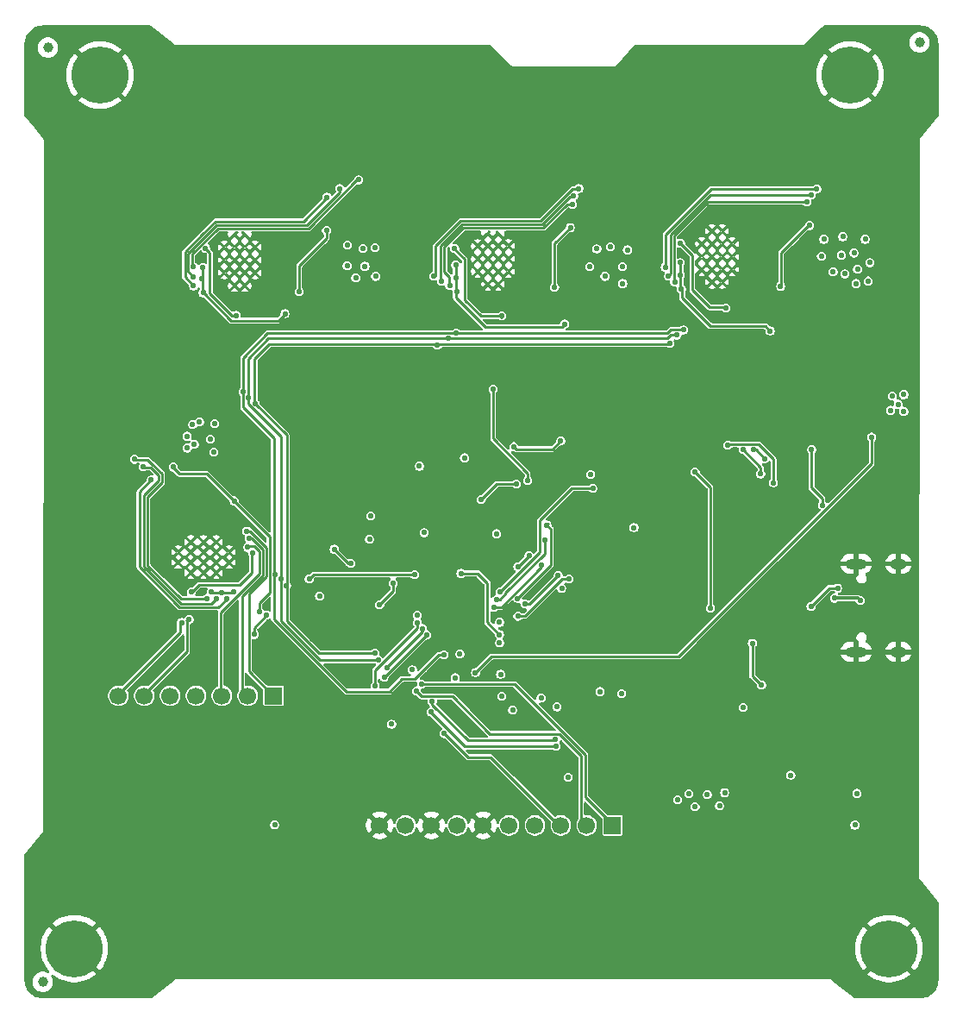
<source format=gbl>
%TF.GenerationSoftware,KiCad,Pcbnew,9.0.1*%
%TF.CreationDate,2025-05-28T21:19:47-07:00*%
%TF.ProjectId,motor_board,6d6f746f-725f-4626-9f61-72642e6b6963,1.1*%
%TF.SameCoordinates,Original*%
%TF.FileFunction,Copper,L4,Bot*%
%TF.FilePolarity,Positive*%
%FSLAX46Y46*%
G04 Gerber Fmt 4.6, Leading zero omitted, Abs format (unit mm)*
G04 Created by KiCad (PCBNEW 9.0.1) date 2025-05-28 21:19:47*
%MOMM*%
%LPD*%
G01*
G04 APERTURE LIST*
%TA.AperFunction,ComponentPad*%
%ADD10C,5.600000*%
%TD*%
%TA.AperFunction,ComponentPad*%
%ADD11O,2.100000X1.000000*%
%TD*%
%TA.AperFunction,ComponentPad*%
%ADD12O,1.600000X1.000000*%
%TD*%
%TA.AperFunction,ComponentPad*%
%ADD13C,0.300000*%
%TD*%
%TA.AperFunction,ComponentPad*%
%ADD14R,1.700000X1.700000*%
%TD*%
%TA.AperFunction,ComponentPad*%
%ADD15C,1.700000*%
%TD*%
%TA.AperFunction,ComponentPad*%
%ADD16C,0.600000*%
%TD*%
%TA.AperFunction,SMDPad,CuDef*%
%ADD17C,1.000000*%
%TD*%
%TA.AperFunction,ViaPad*%
%ADD18C,0.584200*%
%TD*%
%TA.AperFunction,ViaPad*%
%ADD19C,0.600000*%
%TD*%
%TA.AperFunction,Conductor*%
%ADD20C,0.234950*%
%TD*%
%TA.AperFunction,Conductor*%
%ADD21C,0.313400*%
%TD*%
%TA.AperFunction,Conductor*%
%ADD22C,0.279400*%
%TD*%
%TA.AperFunction,Conductor*%
%ADD23C,0.271780*%
%TD*%
G04 APERTURE END LIST*
D10*
%TO.P,H1,1,1*%
%TO.N,GND*%
X105946000Y-57564100D03*
%TD*%
%TO.P,H2,1,1*%
%TO.N,GND*%
X103426000Y-143294000D03*
%TD*%
%TO.P,H3,1,1*%
%TO.N,GND*%
X183426100Y-143294100D03*
%TD*%
%TO.P,H4,1,1*%
%TO.N,GND*%
X179606000Y-57564000D03*
%TD*%
D11*
%TO.P,J13,S1,SHIELD*%
%TO.N,GND*%
X180235000Y-114170000D03*
D12*
X184375000Y-114170000D03*
D11*
X180235000Y-105530000D03*
D12*
X184375000Y-105530000D03*
%TD*%
D13*
%TO.P,U9,41,Thermal_Pad*%
%TO.N,GND*%
X117366637Y-103383363D03*
X116116637Y-103383363D03*
X114866637Y-103383363D03*
X118616637Y-104383363D03*
X117366637Y-104383363D03*
X116116637Y-104383363D03*
X114866637Y-104383363D03*
X113616637Y-104383363D03*
X118616637Y-105383363D03*
X117366637Y-105383363D03*
X116116637Y-105383363D03*
X114866637Y-105383363D03*
X113616637Y-105383363D03*
X117366637Y-106383363D03*
X116116637Y-106383363D03*
X114866637Y-106383363D03*
%TD*%
D14*
%TO.P,J7,1,Pin_1*%
%TO.N,FGOUT_4*%
X122996637Y-118483363D03*
D15*
%TO.P,J7,2,Pin_2*%
%TO.N,PWM_4*%
X120456637Y-118483363D03*
%TO.P,J7,3,Pin_3*%
%TO.N,BRAKE_4*%
X117916637Y-118483363D03*
%TO.P,J7,4,Pin_4*%
%TO.N,nSCS_4*%
X115376637Y-118483363D03*
%TO.P,J7,5,Pin_5*%
%TO.N,DRVOFF_4*%
X112836637Y-118483363D03*
%TO.P,J7,6,Pin_6*%
%TO.N,nSLEEP_4*%
X110296637Y-118483363D03*
%TO.P,J7,7,Pin_7*%
%TO.N,nFAULT_4*%
X107756637Y-118483363D03*
%TD*%
D13*
%TO.P,U6,41,Thermal_Pad*%
%TO.N,GND*%
X146047132Y-76826933D03*
X146047132Y-75576933D03*
X146047132Y-74326933D03*
X145047132Y-78076933D03*
X145047132Y-76826933D03*
X145047132Y-75576933D03*
X145047132Y-74326933D03*
X145047132Y-73076933D03*
X144047132Y-78076933D03*
X144047132Y-76826933D03*
X144047132Y-75576933D03*
X144047132Y-74326933D03*
X144047132Y-73076933D03*
X143047132Y-76826933D03*
X143047132Y-75576933D03*
X143047132Y-74326933D03*
%TD*%
%TO.P,U1,41,Thermal_Pad*%
%TO.N,GND*%
X168047132Y-76626933D03*
X168047132Y-75376933D03*
X168047132Y-74126933D03*
X167047132Y-77876933D03*
X167047132Y-76626933D03*
X167047132Y-75376933D03*
X167047132Y-74126933D03*
X167047132Y-72876933D03*
X166047132Y-77876933D03*
X166047132Y-76626933D03*
X166047132Y-75376933D03*
X166047132Y-74126933D03*
X166047132Y-72876933D03*
X165047132Y-76626933D03*
X165047132Y-75376933D03*
X165047132Y-74126933D03*
%TD*%
%TO.P,U8,41,Thermal_Pad*%
%TO.N,GND*%
X121172132Y-76951933D03*
X121172132Y-75701933D03*
X121172132Y-74451933D03*
X120172132Y-78201933D03*
X120172132Y-76951933D03*
X120172132Y-75701933D03*
X120172132Y-74451933D03*
X120172132Y-73201933D03*
X119172132Y-78201933D03*
X119172132Y-76951933D03*
X119172132Y-75701933D03*
X119172132Y-74451933D03*
X119172132Y-73201933D03*
X118172132Y-76951933D03*
X118172132Y-75701933D03*
X118172132Y-74451933D03*
%TD*%
D16*
%TO.P,U2,81,GND*%
%TO.N,GND*%
X142277433Y-109290567D03*
X141144100Y-109290567D03*
X140010767Y-109290567D03*
X142277433Y-110423900D03*
X141144100Y-110423900D03*
X140010767Y-110423900D03*
X142277433Y-111557233D03*
X141144100Y-111557233D03*
X140010767Y-111557233D03*
%TD*%
D17*
%TO.P,REF1B,*%
%TO.N,*%
X186436000Y-54356000D03*
%TD*%
%TO.P,REF2B,*%
%TO.N,*%
X100838000Y-54864000D03*
%TD*%
%TO.P,REF3B,*%
%TO.N,*%
X100330000Y-146558000D03*
%TD*%
D14*
%TO.P,J5,1,Pin_1*%
%TO.N,MOTOR_EN*%
X156282000Y-131200000D03*
D15*
%TO.P,J5,2,Pin_2*%
%TO.N,MOTOR_PGOOD*%
X153742000Y-131200000D03*
%TO.P,J5,3,Pin_3*%
%TO.N,MOTOR_Tx*%
X151202000Y-131200000D03*
%TO.P,J5,4,Pin_4*%
%TO.N,MOTOR_Rx*%
X148662000Y-131200000D03*
%TO.P,J5,5,Pin_5*%
%TO.N,VBATT_SENSE*%
X146122000Y-131200000D03*
%TO.P,J5,6,Pin_6*%
%TO.N,GND*%
X143582000Y-131200000D03*
%TO.P,J5,7,Pin_7*%
%TO.N,VBATT_SENSE*%
X141042000Y-131200000D03*
%TO.P,J5,8,Pin_8*%
%TO.N,GND*%
X138502000Y-131200000D03*
%TO.P,J5,9,Pin_9*%
%TO.N,VBATT_SENSE*%
X135962000Y-131200000D03*
%TO.P,J5,10,Pin_10*%
%TO.N,GND*%
X133422000Y-131200000D03*
%TD*%
D18*
%TO.N,GND*%
X182594100Y-126973900D03*
D19*
X124866587Y-93048519D03*
X124866587Y-94438419D03*
D18*
X152219100Y-79848900D03*
X139594100Y-66973900D03*
X122922132Y-71248900D03*
X172994100Y-115673900D03*
X162897132Y-85276933D03*
X172997132Y-79326933D03*
X174944100Y-104423900D03*
X125113605Y-108511395D03*
X137598100Y-137011900D03*
X122947132Y-87101933D03*
X147294100Y-86973900D03*
X169344100Y-100073900D03*
X129694100Y-116673900D03*
X147524100Y-141383900D03*
X167308776Y-103488576D03*
X177794100Y-64473900D03*
X129700000Y-109400000D03*
X168094100Y-97973900D03*
X129819100Y-93223900D03*
X118922131Y-70970869D03*
X114894100Y-64173900D03*
X161494100Y-64473900D03*
X114847132Y-81726933D03*
X150044100Y-139973900D03*
X167794100Y-122573900D03*
X155994100Y-64673900D03*
X160294100Y-110973900D03*
X141694100Y-120773900D03*
X157494100Y-119973900D03*
X137904100Y-144063900D03*
X172094100Y-101823900D03*
X161894100Y-98973900D03*
X154794100Y-103173900D03*
X156194100Y-123073900D03*
X137994100Y-77073900D03*
X117847132Y-87026933D03*
X138794100Y-100373900D03*
X119222132Y-88101933D03*
X172703675Y-94621915D03*
X177694100Y-65673900D03*
X135894100Y-119673900D03*
X172569100Y-85948900D03*
X119659967Y-101966828D03*
X139214100Y-145453900D03*
X111424980Y-102062309D03*
X151494100Y-118273900D03*
X171300000Y-114700000D03*
X174394100Y-88698900D03*
X168344100Y-99823900D03*
X150494100Y-110173900D03*
X175644100Y-90223900D03*
X148044100Y-69548900D03*
X143666577Y-70365643D03*
X175700000Y-115750000D03*
X170447132Y-77126933D03*
X182394100Y-102673900D03*
X125263605Y-107686395D03*
X126744100Y-96073900D03*
X128594100Y-79873900D03*
X165344100Y-102823900D03*
X128544100Y-105798900D03*
X169794100Y-121973900D03*
X179694100Y-103973900D03*
X107563605Y-93386395D03*
X127790425Y-136820000D03*
X144294100Y-100373900D03*
X120594100Y-123873900D03*
X125213605Y-101086395D03*
X131519100Y-105648900D03*
X126800000Y-112900000D03*
X180994100Y-93673900D03*
X131194100Y-65973900D03*
X115747132Y-75226933D03*
X169997132Y-78276933D03*
X128621575Y-131138400D03*
X113694100Y-77473900D03*
X147200000Y-125700000D03*
X126894100Y-82073900D03*
X118072112Y-95733177D03*
X114794100Y-66773900D03*
X167594100Y-121373900D03*
X140744100Y-141348900D03*
X123347132Y-77201933D03*
X149144100Y-127623900D03*
X164044100Y-118723900D03*
X175500000Y-117600000D03*
X125938605Y-101936395D03*
X122194100Y-66073900D03*
X155594100Y-137673900D03*
X175194100Y-105673900D03*
X177144100Y-91923900D03*
X148019100Y-71198900D03*
X161197132Y-79626933D03*
X165822132Y-70558733D03*
X144094100Y-119873900D03*
X146894100Y-66473900D03*
X115684967Y-108391828D03*
X170536575Y-104031425D03*
X139494100Y-64773900D03*
X117749736Y-101214769D03*
X111427415Y-104109276D03*
X147794100Y-78823900D03*
X173097132Y-81676933D03*
X161494100Y-66173900D03*
X155694100Y-66373900D03*
X164719100Y-88173900D03*
X162972132Y-74913333D03*
X147894100Y-121373900D03*
X127381955Y-105107551D03*
X146969100Y-115348900D03*
X169597132Y-71251933D03*
X140794100Y-120673900D03*
X180994100Y-97873900D03*
X137119100Y-91498900D03*
X171600000Y-110900000D03*
X106324980Y-109962309D03*
X122349980Y-109737309D03*
X148394100Y-139573900D03*
X126938605Y-103186395D03*
X177432000Y-106562000D03*
X166344100Y-88823900D03*
X111442517Y-105609278D03*
X128200000Y-113790425D03*
X164594100Y-89573900D03*
X163844100Y-104173900D03*
X172544100Y-103423900D03*
X150694100Y-87373900D03*
X166397132Y-85426933D03*
X162094100Y-94873900D03*
X112524980Y-101262309D03*
X176544100Y-102773900D03*
X167694100Y-123973900D03*
X131094100Y-64473900D03*
X170522132Y-72101933D03*
X148065279Y-77052721D03*
X174572132Y-72176933D03*
X166294100Y-118973900D03*
X164994100Y-124148900D03*
X133550000Y-113600000D03*
X107524980Y-109962309D03*
X164794100Y-119473900D03*
X129500000Y-136800000D03*
X133794100Y-111673900D03*
X150094100Y-141773900D03*
X169576700Y-125200900D03*
X121946968Y-122903032D03*
X120422132Y-70979965D03*
X106563605Y-93286395D03*
X142594100Y-128073900D03*
X158344100Y-85873900D03*
X149569100Y-70048900D03*
X143394100Y-86173900D03*
X122694100Y-69673900D03*
X158994100Y-109773900D03*
X141794100Y-100423900D03*
X131772132Y-87726933D03*
X180047132Y-84176933D03*
X140317426Y-75297392D03*
X150794100Y-117273900D03*
X152144100Y-80823900D03*
X145116577Y-70365643D03*
X123022132Y-79051933D03*
X139819100Y-87323900D03*
X160547132Y-76626933D03*
X175694100Y-84073900D03*
X167297132Y-70558733D03*
X152694100Y-109973900D03*
X151094100Y-115873900D03*
%TO.N,3.3V*%
X137794100Y-102473900D03*
X132544100Y-100848900D03*
X145194100Y-111273900D03*
X158394100Y-101973900D03*
X154144100Y-96773900D03*
X150844100Y-119573900D03*
X140834525Y-116717233D03*
X149269100Y-118698900D03*
X134594100Y-121273900D03*
X146584000Y-94034000D03*
X144894100Y-102573900D03*
X145194100Y-113273900D03*
X137319100Y-95948900D03*
X134750000Y-107450000D03*
X155044100Y-118073900D03*
X151200000Y-93450000D03*
X157194100Y-118273900D03*
X127516637Y-108683363D03*
X151944100Y-126473900D03*
X146469100Y-119898900D03*
X133406600Y-109561400D03*
X151294100Y-107923900D03*
X169094046Y-119612900D03*
X136631050Y-115936950D03*
X145294100Y-116373900D03*
X141744100Y-95123900D03*
X123100000Y-131141400D03*
X145394100Y-118523900D03*
X132419100Y-103123900D03*
%TO.N,SWCLK*%
X137100000Y-111314325D03*
X132979424Y-117509224D03*
%TO.N,SWDIO*%
X134119100Y-115723900D03*
X137610324Y-111889676D03*
%TO.N,VBATT*%
X117136375Y-94575914D03*
X178747132Y-75226933D03*
X176797132Y-75326933D03*
X157244100Y-76373900D03*
X184894100Y-88923900D03*
X177947132Y-76876933D03*
X157744100Y-74723900D03*
X155544100Y-77323900D03*
X130222132Y-76276933D03*
X173794100Y-126273900D03*
X181397132Y-77776933D03*
X167294100Y-127973900D03*
X131972132Y-76326933D03*
X132972132Y-74476933D03*
X180347132Y-76626933D03*
X180197132Y-78026933D03*
X154744100Y-74623900D03*
X184894100Y-90573900D03*
X114520724Y-93011782D03*
X179097132Y-77076933D03*
X154044100Y-76373900D03*
X180094100Y-131173900D03*
X115220724Y-93811782D03*
X183744100Y-89073900D03*
X179997132Y-75026933D03*
X165594100Y-128173900D03*
X115048592Y-91865914D03*
X184344100Y-89873900D03*
X178897132Y-73426933D03*
X183594100Y-90473900D03*
X156094100Y-74423900D03*
X163794100Y-128073900D03*
X181547132Y-75976933D03*
X177047132Y-73676933D03*
X116800000Y-93300000D03*
X181097132Y-73676933D03*
X166794100Y-129273900D03*
X115720724Y-91586782D03*
X114523592Y-94165914D03*
X117200000Y-91786782D03*
X157294100Y-78023900D03*
X180280700Y-128060500D03*
X162694100Y-128673900D03*
X164394100Y-129373900D03*
X130272132Y-74226933D03*
X131072132Y-77476933D03*
X131772132Y-74576933D03*
X133022132Y-77326933D03*
%TO.N,USB_D+*%
X178100000Y-108900000D03*
X180616000Y-109136000D03*
%TO.N,Net-(U5-VREG5)*%
X170019100Y-113323900D03*
X170921710Y-117440012D03*
%TO.N,Net-(U7B-+)*%
X175844100Y-94323900D03*
X176894100Y-99773900D03*
%TO.N,USB_CC2*%
X175772000Y-109702000D03*
X178390000Y-107910000D03*
%TO.N,/Motors/individual_motor_1/AVDD*%
X167416300Y-80407765D03*
X162969100Y-74073900D03*
%TO.N,+1V1*%
X141294100Y-114373900D03*
X137094100Y-110573900D03*
X141394100Y-106473900D03*
X145194100Y-112473900D03*
%TO.N,SCL_PWR*%
X150691754Y-122765244D03*
X138584525Y-119073900D03*
%TO.N,SDA_PWR*%
X138494100Y-120073900D03*
X150719100Y-123448900D03*
%TO.N,/Avionics/RUN*%
X133854424Y-116634224D03*
X138018200Y-112500000D03*
%TO.N,/Avionics/FLASH_CS*%
X145258501Y-108267989D03*
X154344100Y-98123900D03*
%TO.N,3V3_RESET*%
X164394100Y-96523900D03*
X165894100Y-109873900D03*
%TO.N,WATCHDOG_FEED*%
X142825000Y-116200000D03*
X181750000Y-93100000D03*
%TO.N,/Avionics/FLASH_IO2*%
X146952075Y-108915925D03*
X149844100Y-101723900D03*
%TO.N,/Avionics/FLASH_SCK*%
X150945327Y-106675127D03*
X147694100Y-109473900D03*
%TO.N,/Avionics/FLASH_MOSI*%
X144644100Y-109773900D03*
X149344100Y-105623900D03*
%TO.N,/Avionics/FLASH_MISO*%
X144894100Y-109023900D03*
X149644100Y-103223900D03*
%TO.N,/Avionics/FLASH_IO3*%
X151994100Y-107023900D03*
X146994100Y-110673900D03*
%TO.N,Net-(U7C-+)*%
X170831599Y-96711399D03*
X169094100Y-94323900D03*
%TO.N,Net-(R82-Pad1)*%
X172094100Y-97573900D03*
X167594100Y-93873900D03*
%TO.N,/Watchdog/WD_Vcc*%
X170094100Y-94323900D03*
X171219100Y-95198900D03*
%TO.N,/Motors/individual_motor_1/V_BK*%
X175622132Y-72326933D03*
X172797132Y-78276933D03*
%TO.N,/Motors/individual_motor_2/AVDD*%
X140779424Y-74588576D03*
X145394100Y-81173900D03*
%TO.N,/Motors/individual_motor_2/V_BK*%
X150594100Y-78373900D03*
X152144100Y-72523900D03*
%TO.N,/Motors/individual_motor_3/AVDD*%
X119322132Y-81151933D03*
X116323966Y-74550099D03*
%TO.N,/Motors/individual_motor_3/V_BK*%
X128197132Y-72801933D03*
X125522132Y-78826933D03*
%TO.N,/Motors/individual_motor_4/AVDD*%
X120924980Y-104462309D03*
X114909967Y-108316828D03*
%TO.N,MOTOR_EN*%
X137520834Y-117350000D03*
%TO.N,MOTOR_PGOOD*%
X137011259Y-118025995D03*
%TO.N,MOTOR_Tx*%
X139761754Y-122188246D03*
%TO.N,/Motors/individual_motor_2/HNX*%
X140994100Y-78823900D03*
X140894100Y-77423900D03*
X140894100Y-76223900D03*
X151569100Y-81998900D03*
%TO.N,SDO0*%
X121197132Y-89801933D03*
X132950000Y-114300000D03*
X161897132Y-83876933D03*
X139094100Y-84073900D03*
X124263605Y-107650489D03*
%TO.N,nFAULT_1*%
X146850000Y-97700000D03*
X143400000Y-99200000D03*
%TO.N,PWM_1*%
X148083774Y-104722068D03*
X146985233Y-105820608D03*
%TO.N,SCLK0*%
X163247132Y-82576933D03*
X123100000Y-106567964D03*
X139750000Y-114450000D03*
X140944100Y-82914325D03*
X119997132Y-88651933D03*
%TO.N,SDI0*%
X120547132Y-89251933D03*
X123704030Y-107041289D03*
X162597132Y-83076933D03*
X133273676Y-114973676D03*
X140200000Y-83423900D03*
%TO.N,nFAULT_4*%
X113963605Y-111286395D03*
%TO.N,nSLEEP_4*%
X114700000Y-111000000D03*
%TO.N,PWM_4*%
X120593845Y-103056154D03*
%TO.N,BRAKE_4*%
X120470487Y-103907816D03*
%TO.N,nSCS_4*%
X136850000Y-106600000D03*
X121124980Y-112462309D03*
X122324980Y-110562309D03*
X126494166Y-107013950D03*
%TO.N,nSCS_2*%
X147950000Y-97350000D03*
X144550000Y-88400000D03*
%TO.N,FGOUT_4*%
X128950000Y-104105475D03*
X130600000Y-105500000D03*
X120376497Y-102313826D03*
%TO.N,/Motors/individual_motor_1/HPC*%
X162397132Y-77876933D03*
X175372132Y-70026933D03*
%TO.N,/Motors/individual_motor_1/HPB*%
X175772132Y-69326933D03*
X161787557Y-77276933D03*
%TO.N,/Motors/individual_motor_1/HPA*%
X161452607Y-76405985D03*
X176347132Y-68751933D03*
%TO.N,/Motors/individual_motor_2/HPB*%
X152469100Y-69423900D03*
X139494100Y-77798900D03*
%TO.N,/Motors/individual_motor_2/HPC*%
X152344100Y-70248900D03*
X140294100Y-78223900D03*
%TO.N,/Motors/individual_motor_2/HPA*%
X138744100Y-77273900D03*
X152969100Y-68698900D03*
%TO.N,/Motors/individual_motor_3/HPB*%
X115137300Y-77334296D03*
X129497132Y-68711308D03*
%TO.N,/Motors/individual_motor_3/HPA*%
X115137300Y-76401652D03*
X131341332Y-67846133D03*
%TO.N,/Motors/individual_motor_3/HPC*%
X128247132Y-69551933D03*
X115137301Y-78257412D03*
%TO.N,/Motors/individual_motor_4/HPB*%
X117359967Y-108916828D03*
X110200142Y-96012309D03*
%TO.N,/Motors/individual_motor_4/HPA*%
X109334967Y-95262309D03*
X116473592Y-108940914D03*
%TO.N,/Motors/individual_motor_4/HPC*%
X118369542Y-108982253D03*
X110982149Y-97309491D03*
%TO.N,/Motors/individual_motor_4/V_BK*%
X113154080Y-96037309D03*
X119134967Y-99366828D03*
X121624980Y-110262309D03*
%TO.N,/Motors/individual_motor_1/HNX*%
X162947132Y-75976933D03*
X163047132Y-78576933D03*
X162947132Y-77176933D03*
X171769100Y-82673900D03*
%TO.N,/Motors/individual_motor_3/HNX*%
X116073648Y-78926934D03*
X124122132Y-80976933D03*
X115973648Y-77526934D03*
X116060181Y-76442358D03*
%TO.N,/Motors/individual_motor_4/HNX*%
X117898592Y-108340914D03*
X119084967Y-108291828D03*
X116873592Y-108290914D03*
%TD*%
D20*
%TO.N,3.3V*%
X146584000Y-94034000D02*
X146823900Y-94273900D01*
X134750000Y-108218000D02*
X133406600Y-109561400D01*
X146823900Y-94273900D02*
X150376100Y-94273900D01*
X150376100Y-94273900D02*
X151200000Y-93450000D01*
X134750000Y-107450000D02*
X134750000Y-108218000D01*
%TO.N,SWCLK*%
X132979424Y-115988576D02*
X132979424Y-117509224D01*
X137100000Y-111868000D02*
X132979424Y-115988576D01*
X137100000Y-111314325D02*
X137100000Y-111868000D01*
%TO.N,SWDIO*%
X134119100Y-115723900D02*
X134119100Y-115648900D01*
X137610324Y-111889676D02*
X137610324Y-112157676D01*
X137610324Y-112157676D02*
X137519100Y-112248900D01*
X134119100Y-115648900D02*
X137594100Y-112173900D01*
D21*
%TO.N,USB_D+*%
X180380000Y-108900000D02*
X180616000Y-109136000D01*
X178100000Y-108900000D02*
X180380000Y-108900000D01*
D22*
%TO.N,Net-(U5-VREG5)*%
X170019100Y-116537402D02*
X170019100Y-113323900D01*
X170921710Y-117440012D02*
X170019100Y-116537402D01*
D23*
%TO.N,Net-(U7B-+)*%
X175844100Y-98073900D02*
X175844100Y-94323900D01*
X176894100Y-99773900D02*
X176894100Y-99123900D01*
X176894100Y-99123900D02*
X175844100Y-98073900D01*
%TO.N,USB_CC2*%
X178390000Y-107910000D02*
X177564000Y-107910000D01*
X177564000Y-107910000D02*
X175772000Y-109702000D01*
D20*
%TO.N,/Motors/individual_motor_1/AVDD*%
X165824932Y-80379732D02*
X167438268Y-80379732D01*
X162969100Y-74073900D02*
X164119100Y-75223900D01*
X164119100Y-78673900D02*
X165824932Y-80379732D01*
X164119100Y-75223900D02*
X164119100Y-78673900D01*
D22*
%TO.N,+1V1*%
X145194100Y-112473900D02*
X144000000Y-111279800D01*
X143073900Y-106473900D02*
X141394100Y-106473900D01*
X144000000Y-107400000D02*
X143073900Y-106473900D01*
X144000000Y-111279800D02*
X144000000Y-107400000D01*
D23*
%TO.N,SCL_PWR*%
X142094100Y-122873900D02*
X150583098Y-122873900D01*
X150583098Y-122873900D02*
X150691754Y-122765244D01*
X138584525Y-119073900D02*
X138584525Y-119364325D01*
X138584525Y-119364325D02*
X142094100Y-122873900D01*
%TO.N,SDA_PWR*%
X138494100Y-120173900D02*
X141769100Y-123448900D01*
X138494100Y-120073900D02*
X138494100Y-120173900D01*
X141769100Y-123448900D02*
X150719100Y-123448900D01*
D20*
%TO.N,/Avionics/RUN*%
X138018200Y-112549800D02*
X138018200Y-112500000D01*
X133854424Y-116634224D02*
X133933776Y-116634224D01*
X133933776Y-116634224D02*
X138018200Y-112549800D01*
%TO.N,/Avionics/FLASH_CS*%
X149134525Y-101283475D02*
X149719100Y-100698900D01*
X149134525Y-103434973D02*
X149134525Y-101283475D01*
X149144100Y-104382390D02*
X149144100Y-103444548D01*
X145258501Y-108267989D02*
X149144100Y-104382390D01*
X149144100Y-103444548D02*
X149134525Y-103434973D01*
X152294100Y-98123900D02*
X154344100Y-98123900D01*
X149719100Y-100698900D02*
X152294100Y-98123900D01*
%TO.N,3V3_RESET*%
X165894100Y-98023900D02*
X165894100Y-109873900D01*
X164394100Y-96523900D02*
X165894100Y-98023900D01*
%TO.N,WATCHDOG_FEED*%
X142825000Y-116200000D02*
X144400000Y-114625000D01*
X162765063Y-114625000D02*
X181750000Y-95640063D01*
X144400000Y-114625000D02*
X162765063Y-114625000D01*
X181750000Y-95640063D02*
X181750000Y-93100000D01*
%TO.N,/Avionics/FLASH_IO2*%
X150244100Y-105623900D02*
X146952075Y-108915925D01*
X149844100Y-101723900D02*
X149944100Y-101623900D01*
X149844100Y-101723900D02*
X150244100Y-102123900D01*
X150244100Y-102123900D02*
X150244100Y-105623900D01*
%TO.N,/Avionics/FLASH_SCK*%
X148144100Y-109473900D02*
X147694100Y-109473900D01*
X150945327Y-106675127D02*
X150942873Y-106675127D01*
X150942873Y-106675127D02*
X148144100Y-109473900D01*
%TO.N,/Avionics/FLASH_MOSI*%
X145373452Y-109773900D02*
X149344100Y-105803252D01*
X149344100Y-105803252D02*
X149344100Y-105623900D01*
X144644100Y-109773900D02*
X145373452Y-109773900D01*
%TO.N,/Avionics/FLASH_MISO*%
X149644100Y-103223900D02*
X149644100Y-104523900D01*
X145768076Y-108399924D02*
X145768076Y-108479062D01*
X145223238Y-109023900D02*
X144894100Y-109023900D01*
X149644100Y-104523900D02*
X145768076Y-108399924D01*
X149644100Y-103223900D02*
X149744100Y-103323900D01*
X145768076Y-108479062D02*
X145223238Y-109023900D01*
%TO.N,/Avionics/FLASH_IO3*%
X147667202Y-110673900D02*
X151317202Y-107023900D01*
X151317202Y-107023900D02*
X151994100Y-107023900D01*
X146994100Y-110673900D02*
X147667202Y-110673900D01*
D23*
%TO.N,Net-(U7C-+)*%
X170831599Y-96711399D02*
X170831599Y-96061399D01*
X170831599Y-96061399D02*
X169094100Y-94323900D01*
%TO.N,Net-(R82-Pad1)*%
X170631249Y-93795910D02*
X167672090Y-93795910D01*
X172094100Y-95258761D02*
X170631249Y-93795910D01*
X172094100Y-97573900D02*
X172094100Y-95258761D01*
X167672090Y-93795910D02*
X167594100Y-93873900D01*
%TO.N,/Watchdog/WD_Vcc*%
X170344100Y-94323900D02*
X171219100Y-95198900D01*
D20*
%TO.N,/Motors/individual_motor_1/V_BK*%
X172819100Y-75008475D02*
X175519100Y-72308475D01*
X172819100Y-78248900D02*
X172819100Y-75008475D01*
%TO.N,/Motors/individual_motor_2/AVDD*%
X145230173Y-81214325D02*
X143359525Y-81214325D01*
X141769100Y-79623900D02*
X141769100Y-75632604D01*
X145380173Y-81364325D02*
X145230173Y-81214325D01*
X141769100Y-75632604D02*
X140700821Y-74564325D01*
X140700821Y-74564325D02*
X140630173Y-74564325D01*
X143359525Y-81214325D02*
X141769100Y-79623900D01*
%TO.N,/Motors/individual_motor_2/V_BK*%
X152144100Y-72523900D02*
X150580173Y-74087827D01*
X150580173Y-74087827D02*
X150580173Y-78414325D01*
%TO.N,/Motors/individual_motor_3/AVDD*%
X116744100Y-74970233D02*
X116744100Y-78954770D01*
X118941263Y-81151933D02*
X119322132Y-81151933D01*
X116744100Y-78954770D02*
X118941263Y-81151933D01*
X116323966Y-74550099D02*
X116744100Y-74970233D01*
%TO.N,/Motors/individual_motor_3/V_BK*%
X128197132Y-72801933D02*
X128197132Y-73601933D01*
X128197132Y-73601933D02*
X125522132Y-76276933D01*
X125522132Y-76276933D02*
X125522132Y-78826933D01*
%TO.N,/Motors/individual_motor_4/AVDD*%
X120890425Y-106405247D02*
X119695672Y-107600000D01*
X115670672Y-107600000D02*
X114909950Y-108360722D01*
X120890425Y-104330247D02*
X120890425Y-106405247D01*
X119695672Y-107600000D02*
X115670672Y-107600000D01*
%TO.N,MOTOR_EN*%
X137520834Y-117350000D02*
X146695976Y-117350000D01*
D23*
X153600000Y-128400000D02*
X156341000Y-131141000D01*
X156341000Y-131141000D02*
X156308100Y-131173900D01*
X146719876Y-117373900D02*
X146822988Y-117477012D01*
X146822988Y-117477012D02*
X153600000Y-124254024D01*
X153600000Y-124254024D02*
X153600000Y-128400000D01*
D20*
X146695976Y-117350000D02*
X146822988Y-117477012D01*
D23*
%TO.N,MOTOR_PGOOD*%
X151057454Y-122237254D02*
X153200000Y-124379800D01*
X153200000Y-124379800D02*
X153200000Y-130658000D01*
X153200000Y-130658000D02*
X153742000Y-131200000D01*
X137011259Y-118025995D02*
X137531174Y-118545910D01*
X140566110Y-118545910D02*
X144257454Y-122237254D01*
X144257454Y-122237254D02*
X151057454Y-122237254D01*
X137531174Y-118545910D02*
X140566110Y-118545910D01*
%TO.N,MOTOR_Tx*%
X151000000Y-131200000D02*
X151202000Y-131200000D01*
D20*
X142073508Y-124500000D02*
X139761754Y-122188246D01*
X142450000Y-124500000D02*
X142073508Y-124500000D01*
D23*
X142450000Y-124500000D02*
X144300000Y-124500000D01*
X144300000Y-124500000D02*
X151000000Y-131200000D01*
X142173509Y-124500000D02*
X142450000Y-124500000D01*
D22*
%TO.N,/Motors/individual_motor_2/HNX*%
X140880173Y-78764325D02*
X140980173Y-78864325D01*
D20*
X143769100Y-82273900D02*
X140880173Y-79384973D01*
D22*
X140880173Y-76264325D02*
X140880173Y-77464325D01*
D20*
X151555173Y-82039325D02*
X151320598Y-82273900D01*
D22*
X140880173Y-78514325D02*
X140880173Y-78764325D01*
D20*
X151320598Y-82273900D02*
X143769100Y-82273900D01*
D22*
X140880173Y-77464325D02*
X140880173Y-78514325D01*
D20*
X140880173Y-79384973D02*
X140880173Y-78514325D01*
%TO.N,SDO0*%
X124300000Y-111120648D02*
X124300000Y-92904801D01*
X122541067Y-84001933D02*
X161772132Y-84001933D01*
X132950000Y-114300000D02*
X127479352Y-114300000D01*
X121144100Y-89748901D02*
X121197132Y-89801933D01*
X127479352Y-114300000D02*
X124300000Y-111120648D01*
X161772132Y-84001933D02*
X161897132Y-83876933D01*
X121144100Y-85398900D02*
X121144100Y-89748901D01*
X124300000Y-92904801D02*
X121197132Y-89801933D01*
X121172132Y-89826933D02*
X121197132Y-89801933D01*
X121144100Y-85398900D02*
X122541067Y-84001933D01*
%TO.N,nFAULT_1*%
X144900000Y-97700000D02*
X143400000Y-99200000D01*
X146850000Y-97700000D02*
X144900000Y-97700000D01*
%TO.N,PWM_1*%
X148083773Y-104722068D02*
X148083774Y-104722068D01*
X146985233Y-105820608D02*
X148083773Y-104722068D01*
%TO.N,SCLK0*%
X163247132Y-82576933D02*
X163209524Y-82539325D01*
X136859575Y-116840425D02*
X139250000Y-114450000D01*
X122378675Y-82914325D02*
X119997132Y-85295868D01*
X139250000Y-114450000D02*
X139750000Y-114450000D01*
X163209524Y-82539325D02*
X162034337Y-82539325D01*
X161659337Y-82914325D02*
X140944100Y-82914325D01*
X119997132Y-88651933D02*
X119997132Y-90197132D01*
X134376100Y-118073900D02*
X135609575Y-116840425D01*
X140944100Y-82914325D02*
X122378675Y-82914325D01*
X162034337Y-82539325D02*
X161659337Y-82914325D01*
X135609575Y-116840425D02*
X136859575Y-116840425D01*
X163269100Y-82548900D02*
X163259525Y-82539325D01*
X119997132Y-90197132D02*
X123013605Y-93213605D01*
X123013605Y-110961195D02*
X130126310Y-118073900D01*
X123013605Y-93213605D02*
X123013605Y-110961195D01*
X130126310Y-118073900D02*
X134376100Y-118073900D01*
X119997132Y-85295868D02*
X119997132Y-88651933D01*
%TO.N,SDI0*%
X123700000Y-93025449D02*
X123700000Y-107037259D01*
X161623452Y-83423900D02*
X161998452Y-83048900D01*
X123700000Y-107037259D02*
X123704030Y-107041289D01*
X122476474Y-83423900D02*
X120519100Y-85381274D01*
X120519100Y-89844549D02*
X123700000Y-93025449D01*
X140200000Y-83423900D02*
X161623452Y-83423900D01*
X120519100Y-88900000D02*
X120519100Y-89844549D01*
X161998452Y-83048900D02*
X162619100Y-83048900D01*
X120519100Y-88900000D02*
X120519100Y-89223901D01*
X127526100Y-115000000D02*
X133268000Y-115000000D01*
X123704030Y-107074563D02*
X123704030Y-111177930D01*
X120519100Y-89223901D02*
X120547132Y-89251933D01*
X123704030Y-111177930D02*
X127526100Y-115000000D01*
X140200000Y-83423900D02*
X122476474Y-83423900D01*
X120519100Y-85381274D02*
X120519100Y-88900000D01*
D23*
%TO.N,nFAULT_4*%
X113803032Y-111305247D02*
X113803032Y-112272640D01*
X113803032Y-112272640D02*
X107670425Y-118405247D01*
%TO.N,nSLEEP_4*%
X114452165Y-111043507D02*
X114500000Y-111091342D01*
X114500000Y-111091342D02*
X114500000Y-114115672D01*
X114500000Y-114115672D02*
X110210425Y-118405247D01*
D20*
%TO.N,PWM_4*%
X121920525Y-104094215D02*
X120882464Y-103056154D01*
X121920525Y-106658992D02*
X121920525Y-104094215D01*
X120370425Y-118405247D02*
X119890425Y-117925247D01*
X119890425Y-108689092D02*
X121920525Y-106658992D01*
X120882464Y-103056154D02*
X120593845Y-103056154D01*
X119890425Y-117925247D02*
X119890425Y-108689092D01*
%TO.N,BRAKE_4*%
X120586686Y-103800000D02*
X121100000Y-103800000D01*
X121576074Y-104276074D02*
X121576074Y-106529752D01*
X120435932Y-103950754D02*
X120586686Y-103800000D01*
X117830425Y-110275401D02*
X117830425Y-118405247D01*
X121576074Y-106529752D02*
X117830425Y-110275401D01*
X121100000Y-103800000D02*
X121576074Y-104276074D01*
%TO.N,nSCS_4*%
X126494166Y-107013950D02*
X126908116Y-106600000D01*
D23*
X121090425Y-112505247D02*
X121090425Y-111805247D01*
X121090425Y-111805247D02*
X122290425Y-110605247D01*
D20*
X126908116Y-106600000D02*
X136850000Y-106600000D01*
%TO.N,nSCS_2*%
X147950000Y-97350000D02*
X147950000Y-96650448D01*
X144550000Y-93250448D02*
X144550000Y-88400000D01*
X147950000Y-96650448D02*
X144550000Y-93250448D01*
%TO.N,FGOUT_4*%
X130600000Y-105500000D02*
X130344525Y-105500000D01*
X122255475Y-103955475D02*
X122255475Y-106797732D01*
X120580850Y-116075672D02*
X122910425Y-118405247D01*
X130344525Y-105500000D02*
X128950000Y-104105475D01*
X120341942Y-102356764D02*
X120656764Y-102356764D01*
X122255475Y-106797732D02*
X120580850Y-108472357D01*
X120656764Y-102356764D02*
X122255475Y-103955475D01*
X130600000Y-105500000D02*
X130600000Y-105350000D01*
X120580850Y-108472357D02*
X120580850Y-116075672D01*
%TO.N,/Motors/individual_motor_1/HPC*%
X162319100Y-77748900D02*
X162419100Y-77848900D01*
X165633027Y-70021125D02*
X162319100Y-73335052D01*
X175394100Y-69998900D02*
X175371875Y-70021125D01*
X175371875Y-70021125D02*
X165633027Y-70021125D01*
X162319100Y-73335052D02*
X162319100Y-77748900D01*
%TO.N,/Motors/individual_motor_1/HPB*%
X161984150Y-77074275D02*
X161984150Y-73196311D01*
X169394100Y-69298900D02*
X175794100Y-69298900D01*
X165881561Y-69298900D02*
X169394100Y-69298900D01*
X161984150Y-73196311D02*
X165881561Y-69298900D01*
X161809525Y-77248900D02*
X161984150Y-77074275D01*
%TO.N,/Motors/individual_motor_1/HPA*%
X165982870Y-68723900D02*
X176369100Y-68723900D01*
X161469100Y-73237670D02*
X165982870Y-68723900D01*
X161469100Y-76372477D02*
X161469100Y-73237670D01*
X161474575Y-76377952D02*
X161469100Y-76372477D01*
%TO.N,/Motors/individual_motor_2/HPB*%
X152455173Y-69464325D02*
X152134525Y-69464325D01*
X152134525Y-69464325D02*
X149365000Y-72233850D01*
X149365000Y-72233850D02*
X141486957Y-72233850D01*
X139430547Y-77564699D02*
X139605173Y-77739325D01*
X141486957Y-72233850D02*
X139430547Y-74290260D01*
X139430547Y-74290260D02*
X139430547Y-77564699D01*
%TO.N,/Motors/individual_motor_2/HPC*%
X149503740Y-72568800D02*
X141625698Y-72568800D01*
X141625698Y-72568800D02*
X139765497Y-74429001D01*
X139765497Y-76899649D02*
X140280173Y-77414325D01*
X140280173Y-77414325D02*
X140280173Y-78264325D01*
X151823640Y-70248900D02*
X149503740Y-72568800D01*
X152344100Y-70248900D02*
X151823640Y-70248900D01*
X139765497Y-74429001D02*
X139765497Y-76899649D01*
%TO.N,/Motors/individual_motor_2/HPA*%
X152385834Y-68739325D02*
X149226259Y-71898900D01*
X141348216Y-71898900D02*
X138920972Y-74326144D01*
X152955173Y-68739325D02*
X152385834Y-68739325D01*
X138920972Y-74326144D02*
X138920972Y-77314325D01*
X149226259Y-71898900D02*
X141348216Y-71898900D01*
%TO.N,/Motors/individual_motor_3/HPB*%
X114627725Y-75052001D02*
X117420876Y-72258850D01*
X115137300Y-77334296D02*
X114627725Y-76824721D01*
X129497132Y-69072443D02*
X129497132Y-68711308D01*
X114627725Y-76824721D02*
X114627725Y-75052001D01*
X117420876Y-72258850D02*
X126310725Y-72258850D01*
X126310725Y-72258850D02*
X129497132Y-69072443D01*
%TO.N,/Motors/individual_motor_3/HPA*%
X131341332Y-67846133D02*
X131197132Y-67846133D01*
X115022132Y-76286484D02*
X115137300Y-76401652D01*
X126449465Y-72593800D02*
X117559617Y-72593800D01*
X131197132Y-67846133D02*
X126449465Y-72593800D01*
X117559617Y-72593800D02*
X115022132Y-75131285D01*
X115022132Y-75131285D02*
X115022132Y-76286484D01*
%TO.N,/Motors/individual_motor_3/HPC*%
X116044100Y-73161936D02*
X114292775Y-74913261D01*
X128247132Y-69551933D02*
X128247132Y-69601933D01*
X114292775Y-77412886D02*
X115137301Y-78257412D01*
X128247132Y-69601933D02*
X125925165Y-71923900D01*
X125925165Y-71923900D02*
X117282135Y-71923900D01*
X117282135Y-71923900D02*
X116044100Y-73161936D01*
X114292775Y-74913261D02*
X114292775Y-77412886D01*
%TO.N,/Motors/individual_motor_4/HPB*%
X110165587Y-96055247D02*
X110921060Y-96055247D01*
X116850375Y-109470297D02*
X117359950Y-108960722D01*
X110290425Y-98805247D02*
X110290425Y-105841197D01*
X111700000Y-97395672D02*
X110290425Y-98805247D01*
X110921060Y-96055247D02*
X111700000Y-96834187D01*
X110290425Y-105841197D02*
X113919525Y-109470297D01*
X111700000Y-96834187D02*
X111700000Y-97395672D01*
X113919525Y-109470297D02*
X116850375Y-109470297D01*
%TO.N,/Motors/individual_motor_4/HPA*%
X113882684Y-108959766D02*
X116400412Y-108959766D01*
X112034950Y-96695446D02*
X112034950Y-97560722D01*
X110625375Y-105702457D02*
X113882684Y-108959766D01*
X111059801Y-95720297D02*
X112034950Y-96695446D01*
X109300412Y-95305247D02*
X110644750Y-95305247D01*
X110644750Y-95305247D02*
X111059801Y-95720297D01*
X112034950Y-97560722D02*
X110625375Y-98970297D01*
X110625375Y-98970297D02*
X110625375Y-105702457D01*
%TO.N,/Motors/individual_motor_4/HPC*%
X113780784Y-109805247D02*
X117590425Y-109805247D01*
X110982149Y-97317874D02*
X110982149Y-97309491D01*
X109815425Y-105839888D02*
X113780784Y-109805247D01*
X117590425Y-109805247D02*
X118369525Y-109026147D01*
X110947594Y-97352429D02*
X110982149Y-97317874D01*
X109815425Y-98476215D02*
X109815425Y-105839888D01*
X110982149Y-97309491D02*
X109815425Y-98476215D01*
%TO.N,/Motors/individual_motor_4/V_BK*%
X121590425Y-109355247D02*
X121590425Y-110305247D01*
X113750000Y-96710722D02*
X116434950Y-96710722D01*
X113119525Y-96080247D02*
X113750000Y-96710722D01*
X113254475Y-96080247D02*
X113119525Y-96080247D01*
X113309950Y-96135722D02*
X113254475Y-96080247D01*
X122590425Y-108355247D02*
X121590425Y-109355247D01*
X122590425Y-102866197D02*
X122590425Y-108355247D01*
X116434950Y-96710722D02*
X122590425Y-102866197D01*
%TO.N,/Motors/individual_motor_1/HNX*%
X171194100Y-82198900D02*
X171294100Y-82198900D01*
D22*
X165919100Y-82198900D02*
X163119100Y-79398900D01*
X171194100Y-82198900D02*
X165919100Y-82198900D01*
D20*
X171294100Y-82198900D02*
X171769100Y-82673900D01*
D22*
X162969100Y-78448900D02*
X163069100Y-78548900D01*
X163069100Y-78548900D02*
X163119100Y-78598900D01*
X163119100Y-78598900D02*
X163119100Y-79398900D01*
X162969100Y-77148900D02*
X162969100Y-78448900D01*
X162969100Y-75948900D02*
X162969100Y-77148900D01*
%TO.N,/Motors/individual_motor_3/HNX*%
X116060181Y-76442358D02*
X116060181Y-78913467D01*
D20*
X123437557Y-81661508D02*
X118808222Y-81661508D01*
X118808222Y-81661508D02*
X116073648Y-78926934D01*
X124122132Y-80976933D02*
X123437557Y-81661508D01*
D22*
X116060181Y-78913467D02*
X116073648Y-78926934D01*
D20*
%TO.N,/Motors/individual_motor_4/HNX*%
X116859950Y-108335722D02*
X116834950Y-108310722D01*
X119084950Y-108335722D02*
X116859950Y-108335722D01*
%TD*%
%TA.AperFunction,Conductor*%
%TO.N,GND*%
G36*
X140462332Y-118853985D02*
G01*
X140482974Y-118870619D01*
X143986184Y-122373829D01*
X144019669Y-122435152D01*
X144014685Y-122504844D01*
X143972813Y-122560777D01*
X143907349Y-122585194D01*
X143898503Y-122585510D01*
X142264917Y-122585510D01*
X142197878Y-122565825D01*
X142177236Y-122549191D01*
X139020253Y-119392208D01*
X138986768Y-119330885D01*
X138991752Y-119261193D01*
X138996522Y-119251071D01*
X138998824Y-119245513D01*
X138998824Y-119245511D01*
X138998826Y-119245509D01*
X139029125Y-119132433D01*
X139029125Y-119015367D01*
X139022433Y-118990392D01*
X139024096Y-118920543D01*
X139063259Y-118862681D01*
X139127487Y-118835177D01*
X139142208Y-118834300D01*
X140395293Y-118834300D01*
X140462332Y-118853985D01*
G37*
%TD.AperFunction*%
%TA.AperFunction,Conductor*%
G36*
X146573783Y-117639660D02*
G01*
X146594425Y-117656294D01*
X150675314Y-121737183D01*
X150708799Y-121798506D01*
X150703815Y-121868198D01*
X150661943Y-121924131D01*
X150596479Y-121948548D01*
X150587633Y-121948864D01*
X144428271Y-121948864D01*
X144361232Y-121929179D01*
X144340590Y-121912545D01*
X142268412Y-119840367D01*
X146024500Y-119840367D01*
X146024500Y-119957433D01*
X146043194Y-120027199D01*
X146054800Y-120070512D01*
X146113329Y-120171887D01*
X146113331Y-120171889D01*
X146113332Y-120171891D01*
X146196109Y-120254668D01*
X146196110Y-120254669D01*
X146196112Y-120254670D01*
X146297487Y-120313199D01*
X146297488Y-120313199D01*
X146297491Y-120313201D01*
X146410567Y-120343500D01*
X146410570Y-120343500D01*
X146527630Y-120343500D01*
X146527633Y-120343500D01*
X146640709Y-120313201D01*
X146742091Y-120254668D01*
X146824868Y-120171891D01*
X146883401Y-120070509D01*
X146913700Y-119957433D01*
X146913700Y-119840367D01*
X146883401Y-119727291D01*
X146878114Y-119718134D01*
X146824870Y-119625912D01*
X146824865Y-119625906D01*
X146742093Y-119543134D01*
X146742087Y-119543129D01*
X146640712Y-119484600D01*
X146640713Y-119484600D01*
X146612405Y-119477015D01*
X146527633Y-119454300D01*
X146410567Y-119454300D01*
X146325795Y-119477015D01*
X146297487Y-119484600D01*
X146196112Y-119543129D01*
X146196106Y-119543134D01*
X146113334Y-119625906D01*
X146113329Y-119625912D01*
X146054800Y-119727287D01*
X146054799Y-119727291D01*
X146024500Y-119840367D01*
X142268412Y-119840367D01*
X140893412Y-118465367D01*
X144949500Y-118465367D01*
X144949500Y-118582433D01*
X144977841Y-118688201D01*
X144979800Y-118695512D01*
X145038329Y-118796887D01*
X145038331Y-118796889D01*
X145038332Y-118796891D01*
X145121109Y-118879668D01*
X145121110Y-118879669D01*
X145121112Y-118879670D01*
X145222487Y-118938199D01*
X145222488Y-118938199D01*
X145222491Y-118938201D01*
X145335567Y-118968500D01*
X145335570Y-118968500D01*
X145452630Y-118968500D01*
X145452633Y-118968500D01*
X145565709Y-118938201D01*
X145667091Y-118879668D01*
X145749868Y-118796891D01*
X145808401Y-118695509D01*
X145838700Y-118582433D01*
X145838700Y-118465367D01*
X145808401Y-118352291D01*
X145805284Y-118346893D01*
X145749870Y-118250912D01*
X145749865Y-118250906D01*
X145667093Y-118168134D01*
X145667087Y-118168129D01*
X145565712Y-118109600D01*
X145565713Y-118109600D01*
X145556439Y-118107115D01*
X145452633Y-118079300D01*
X145335567Y-118079300D01*
X145231760Y-118107115D01*
X145222487Y-118109600D01*
X145121112Y-118168129D01*
X145121106Y-118168134D01*
X145038334Y-118250906D01*
X145038329Y-118250912D01*
X144979800Y-118352287D01*
X144979799Y-118352291D01*
X144949500Y-118465367D01*
X140893412Y-118465367D01*
X140803950Y-118375905D01*
X140803948Y-118375902D01*
X140743187Y-118315141D01*
X140743186Y-118315140D01*
X140677425Y-118277173D01*
X140677424Y-118277172D01*
X140677423Y-118277172D01*
X140661925Y-118273019D01*
X140661924Y-118273019D01*
X140604077Y-118257519D01*
X140528143Y-118257519D01*
X140520547Y-118257519D01*
X140520531Y-118257520D01*
X137701991Y-118257520D01*
X137672550Y-118248875D01*
X137642564Y-118242352D01*
X137637548Y-118238597D01*
X137634952Y-118237835D01*
X137614310Y-118221201D01*
X137492178Y-118099069D01*
X137458693Y-118037746D01*
X137455859Y-118011388D01*
X137455859Y-117967464D01*
X137455858Y-117967460D01*
X137453799Y-117959776D01*
X137451366Y-117950694D01*
X137453027Y-117880845D01*
X137492189Y-117822982D01*
X137556417Y-117795477D01*
X137571140Y-117794600D01*
X137579364Y-117794600D01*
X137579367Y-117794600D01*
X137692443Y-117764301D01*
X137793825Y-117705768D01*
X137829369Y-117670224D01*
X137843301Y-117656293D01*
X137904624Y-117622809D01*
X137930981Y-117619975D01*
X146506744Y-117619975D01*
X146573783Y-117639660D01*
G37*
%TD.AperFunction*%
%TA.AperFunction,Conductor*%
G36*
X132912358Y-115276583D02*
G01*
X132935713Y-115278767D01*
X132952340Y-115288323D01*
X132956893Y-115289660D01*
X132962429Y-115294121D01*
X132966314Y-115296354D01*
X132972223Y-115300982D01*
X133000685Y-115329444D01*
X133030653Y-115346746D01*
X133037536Y-115352137D01*
X133052974Y-115373727D01*
X133071291Y-115392937D01*
X133072981Y-115401706D01*
X133078176Y-115408971D01*
X133079491Y-115435479D01*
X133084515Y-115461544D01*
X133081195Y-115469835D01*
X133081638Y-115478755D01*
X133067580Y-115503845D01*
X133058547Y-115526409D01*
X133052542Y-115530685D01*
X133048757Y-115537439D01*
X132826496Y-115759702D01*
X132750552Y-115835645D01*
X132750549Y-115835650D01*
X132746996Y-115844229D01*
X132733493Y-115876828D01*
X132720943Y-115907127D01*
X132720943Y-115907128D01*
X132709449Y-115934875D01*
X132709449Y-117099078D01*
X132689764Y-117166117D01*
X132673130Y-117186759D01*
X132623658Y-117236230D01*
X132623653Y-117236236D01*
X132565124Y-117337611D01*
X132565123Y-117337615D01*
X132534824Y-117450691D01*
X132534824Y-117567757D01*
X132556280Y-117647834D01*
X132554618Y-117717681D01*
X132515456Y-117775543D01*
X132451228Y-117803048D01*
X132436506Y-117803925D01*
X130289500Y-117803925D01*
X130222461Y-117784240D01*
X130201819Y-117767606D01*
X127915869Y-115481656D01*
X127882384Y-115420333D01*
X127887368Y-115350641D01*
X127929240Y-115294708D01*
X127994704Y-115270291D01*
X128003550Y-115269975D01*
X132889854Y-115269975D01*
X132912358Y-115276583D01*
G37*
%TD.AperFunction*%
%TA.AperFunction,Conductor*%
G36*
X122662964Y-108767024D02*
G01*
X122718897Y-108808896D01*
X122743314Y-108874360D01*
X122743630Y-108883206D01*
X122743630Y-110075862D01*
X122723945Y-110142901D01*
X122671141Y-110188656D01*
X122601983Y-110198600D01*
X122557631Y-110183249D01*
X122496596Y-110148010D01*
X122496593Y-110148009D01*
X122487319Y-110145524D01*
X122383513Y-110117709D01*
X122266447Y-110117709D01*
X122175125Y-110142178D01*
X122105277Y-110140516D01*
X122047414Y-110101354D01*
X122035646Y-110084404D01*
X122020269Y-110057770D01*
X121980748Y-109989318D01*
X121897971Y-109906541D01*
X121896719Y-109905289D01*
X121863234Y-109843966D01*
X121860400Y-109817608D01*
X121860400Y-109518436D01*
X121880085Y-109451397D01*
X121896719Y-109430755D01*
X122531949Y-108795525D01*
X122593272Y-108762040D01*
X122662964Y-108767024D01*
G37*
%TD.AperFunction*%
%TA.AperFunction,Conductor*%
G36*
X116455506Y-107889660D02*
G01*
X116501261Y-107942464D01*
X116511205Y-108011622D01*
X116495854Y-108055975D01*
X116459292Y-108119301D01*
X116459291Y-108119305D01*
X116428992Y-108232381D01*
X116428992Y-108232383D01*
X116428992Y-108349448D01*
X116432682Y-108363219D01*
X116431019Y-108433069D01*
X116391855Y-108490931D01*
X116345003Y-108515085D01*
X116301982Y-108526613D01*
X116301979Y-108526614D01*
X116200604Y-108585143D01*
X116132274Y-108653473D01*
X116070950Y-108686957D01*
X116044593Y-108689791D01*
X115422791Y-108689791D01*
X115355752Y-108670106D01*
X115309997Y-108617302D01*
X115300053Y-108548144D01*
X115302711Y-108534858D01*
X115306935Y-108518457D01*
X115324268Y-108488437D01*
X115354567Y-108375361D01*
X115354567Y-108333553D01*
X115358487Y-108318336D01*
X115368658Y-108301279D01*
X115374252Y-108282230D01*
X115390886Y-108261588D01*
X115746180Y-107906294D01*
X115807503Y-107872809D01*
X115833861Y-107869975D01*
X116388467Y-107869975D01*
X116455506Y-107889660D01*
G37*
%TD.AperFunction*%
%TA.AperFunction,Conductor*%
G36*
X140254158Y-74424656D02*
G01*
X140310091Y-74466528D01*
X140334508Y-74531992D01*
X140334824Y-74540828D01*
X140334824Y-74647109D01*
X140363450Y-74753942D01*
X140365124Y-74760188D01*
X140423653Y-74861563D01*
X140423655Y-74861565D01*
X140423656Y-74861567D01*
X140506433Y-74944344D01*
X140506434Y-74944345D01*
X140506436Y-74944346D01*
X140607811Y-75002875D01*
X140607812Y-75002875D01*
X140607815Y-75002877D01*
X140720891Y-75033176D01*
X140736508Y-75033176D01*
X140803547Y-75052861D01*
X140824189Y-75069495D01*
X141462806Y-75708112D01*
X141496291Y-75769435D01*
X141499125Y-75795793D01*
X141499125Y-75919860D01*
X141479440Y-75986899D01*
X141426636Y-76032654D01*
X141357478Y-76042598D01*
X141293922Y-76013573D01*
X141267738Y-75981861D01*
X141266333Y-75979427D01*
X141249868Y-75950909D01*
X141167091Y-75868132D01*
X141167089Y-75868131D01*
X141167087Y-75868129D01*
X141065712Y-75809600D01*
X141065713Y-75809600D01*
X141056439Y-75807115D01*
X140952633Y-75779300D01*
X140835567Y-75779300D01*
X140731760Y-75807115D01*
X140722487Y-75809600D01*
X140621112Y-75868129D01*
X140621106Y-75868134D01*
X140538334Y-75950906D01*
X140538329Y-75950912D01*
X140479800Y-76052287D01*
X140479799Y-76052291D01*
X140449500Y-76165367D01*
X140449500Y-76282433D01*
X140477107Y-76385463D01*
X140479800Y-76395512D01*
X140538329Y-76496887D01*
X140538334Y-76496893D01*
X140551654Y-76510213D01*
X140585139Y-76571536D01*
X140587973Y-76597894D01*
X140587973Y-77040960D01*
X140568288Y-77107999D01*
X140515484Y-77153754D01*
X140446326Y-77163698D01*
X140382770Y-77134673D01*
X140376292Y-77128641D01*
X140071791Y-76824140D01*
X140038306Y-76762817D01*
X140035472Y-76736459D01*
X140035472Y-74592190D01*
X140044116Y-74562749D01*
X140050640Y-74532763D01*
X140054394Y-74527747D01*
X140055157Y-74525151D01*
X140071791Y-74504509D01*
X140123143Y-74453157D01*
X140184466Y-74419672D01*
X140254158Y-74424656D01*
G37*
%TD.AperFunction*%
%TA.AperFunction,Conductor*%
G36*
X115891215Y-74746516D02*
G01*
X115947149Y-74788387D01*
X115955268Y-74800695D01*
X115968198Y-74823090D01*
X116050975Y-74905867D01*
X116050976Y-74905868D01*
X116050978Y-74905869D01*
X116152353Y-74964398D01*
X116152354Y-74964398D01*
X116152357Y-74964400D01*
X116265433Y-74994699D01*
X116265436Y-74994699D01*
X116335402Y-74994699D01*
X116364842Y-75003343D01*
X116394829Y-75009867D01*
X116399844Y-75013621D01*
X116402441Y-75014384D01*
X116423083Y-75031018D01*
X116437806Y-75045741D01*
X116471291Y-75107064D01*
X116474125Y-75133422D01*
X116474125Y-75953194D01*
X116454440Y-76020233D01*
X116401636Y-76065988D01*
X116332478Y-76075932D01*
X116288126Y-76060581D01*
X116231797Y-76028059D01*
X116231794Y-76028058D01*
X116203975Y-76020604D01*
X116118714Y-75997758D01*
X116001648Y-75997758D01*
X115916387Y-76020604D01*
X115888568Y-76028058D01*
X115787193Y-76086587D01*
X115699593Y-76174187D01*
X115638269Y-76207671D01*
X115568578Y-76202687D01*
X115512644Y-76160815D01*
X115504525Y-76148505D01*
X115495571Y-76132997D01*
X115493068Y-76128661D01*
X115410291Y-76045884D01*
X115354107Y-76013446D01*
X115305891Y-75962879D01*
X115292107Y-75906059D01*
X115292107Y-75294474D01*
X115311792Y-75227435D01*
X115328426Y-75206793D01*
X115543987Y-74991232D01*
X115760203Y-74775015D01*
X115821524Y-74741532D01*
X115891215Y-74746516D01*
G37*
%TD.AperFunction*%
%TA.AperFunction,Conductor*%
G36*
X186510143Y-52689865D02*
G01*
X186732890Y-52704464D01*
X186748948Y-52706579D01*
X186934975Y-52743582D01*
X186963871Y-52749330D01*
X186979538Y-52753528D01*
X187132669Y-52805509D01*
X187187044Y-52823967D01*
X187202021Y-52830170D01*
X187392891Y-52924296D01*
X187398560Y-52927092D01*
X187412608Y-52935202D01*
X187594812Y-53056948D01*
X187607673Y-53066816D01*
X187712595Y-53158830D01*
X187772428Y-53211302D01*
X187783897Y-53222771D01*
X187894260Y-53348617D01*
X187928380Y-53387523D01*
X187938254Y-53400391D01*
X188059997Y-53582592D01*
X188068107Y-53596639D01*
X188165026Y-53793171D01*
X188171233Y-53808157D01*
X188241671Y-54015661D01*
X188245869Y-54031328D01*
X188288618Y-54246240D01*
X188290736Y-54262321D01*
X188305335Y-54485056D01*
X188305600Y-54493166D01*
X188305600Y-54540446D01*
X188305691Y-54541373D01*
X188318097Y-61556921D01*
X188298531Y-61623995D01*
X188290719Y-61634858D01*
X186494033Y-63868574D01*
X186494034Y-63868575D01*
X186489804Y-63873834D01*
X186469304Y-63894306D01*
X186465002Y-63904668D01*
X186457970Y-63913412D01*
X186457969Y-63913414D01*
X186451726Y-63934747D01*
X186449829Y-63941226D01*
X186438728Y-63967977D01*
X186438720Y-63979192D01*
X186435569Y-63989960D01*
X186435568Y-63989965D01*
X186437964Y-64012056D01*
X186438687Y-64025510D01*
X186389526Y-134030364D01*
X186387906Y-136337602D01*
X186385022Y-136367893D01*
X186387878Y-136377202D01*
X186387872Y-136386941D01*
X186387872Y-136386943D01*
X186387872Y-136386944D01*
X186397261Y-136409658D01*
X186399498Y-136415070D01*
X186408422Y-136444147D01*
X186414622Y-136451653D01*
X186418344Y-136460655D01*
X186435726Y-136478061D01*
X186443569Y-136486693D01*
X188178647Y-138587052D01*
X188289705Y-138721490D01*
X188317225Y-138785711D01*
X188318106Y-138800668D01*
X188305685Y-146321855D01*
X188305685Y-146321868D01*
X188305663Y-146334063D01*
X188305600Y-146334218D01*
X188305600Y-146370056D01*
X188305600Y-146370245D01*
X188305591Y-146370272D01*
X188305335Y-146378137D01*
X188290736Y-146600879D01*
X188288618Y-146616960D01*
X188245869Y-146831871D01*
X188241671Y-146847538D01*
X188171233Y-147055042D01*
X188165026Y-147070028D01*
X188068107Y-147266560D01*
X188059997Y-147280607D01*
X187938254Y-147462808D01*
X187928380Y-147475676D01*
X187783897Y-147640428D01*
X187772428Y-147651897D01*
X187607676Y-147796380D01*
X187594808Y-147806254D01*
X187412607Y-147927997D01*
X187398560Y-147936107D01*
X187202028Y-148033026D01*
X187187042Y-148039233D01*
X186979538Y-148109671D01*
X186963871Y-148113869D01*
X186748959Y-148156618D01*
X186732878Y-148158736D01*
X186510143Y-148173335D01*
X186502033Y-148173600D01*
X180097377Y-148173600D01*
X180030338Y-148153915D01*
X180020368Y-148146788D01*
X179973262Y-148109463D01*
X178613354Y-147031914D01*
X177767501Y-146361686D01*
X177761891Y-146357241D01*
X177741874Y-146337224D01*
X177730883Y-146332671D01*
X177721560Y-146325284D01*
X177721557Y-146325283D01*
X177701218Y-146319492D01*
X177701217Y-146319492D01*
X177694332Y-146317531D01*
X177668182Y-146306700D01*
X177656290Y-146306700D01*
X177644844Y-146303441D01*
X177623835Y-146305876D01*
X177609564Y-146306700D01*
X113447242Y-146306700D01*
X113418365Y-146303569D01*
X113407666Y-146306700D01*
X113396516Y-146306700D01*
X113375874Y-146315250D01*
X113363260Y-146319693D01*
X113341813Y-146325970D01*
X113332011Y-146331086D01*
X113322827Y-146337222D01*
X113307024Y-146353025D01*
X113297064Y-146361962D01*
X111063174Y-148158786D01*
X110998599Y-148185466D01*
X110985310Y-148186164D01*
X100388165Y-148173660D01*
X100388156Y-148173660D01*
X100376092Y-148173644D01*
X100375982Y-148173600D01*
X100340023Y-148173600D01*
X100340003Y-148173594D01*
X100332068Y-148173335D01*
X100109320Y-148158736D01*
X100093240Y-148156618D01*
X100071158Y-148152225D01*
X99878328Y-148113869D01*
X99862661Y-148109671D01*
X99655157Y-148039233D01*
X99640171Y-148033026D01*
X99443639Y-147936107D01*
X99429592Y-147927997D01*
X99247391Y-147806254D01*
X99234523Y-147796380D01*
X99069771Y-147651897D01*
X99058302Y-147640428D01*
X98952733Y-147520049D01*
X98913816Y-147475673D01*
X98903945Y-147462808D01*
X98891802Y-147444635D01*
X98782202Y-147280607D01*
X98774092Y-147266560D01*
X98739188Y-147195781D01*
X98677170Y-147070021D01*
X98670966Y-147055042D01*
X98600528Y-146847538D01*
X98596330Y-146831871D01*
X98561455Y-146656543D01*
X99329499Y-146656543D01*
X99367947Y-146849829D01*
X99367950Y-146849839D01*
X99443364Y-147031907D01*
X99443371Y-147031920D01*
X99552860Y-147195781D01*
X99552863Y-147195785D01*
X99692214Y-147335136D01*
X99692218Y-147335139D01*
X99856079Y-147444628D01*
X99856092Y-147444635D01*
X99916282Y-147469566D01*
X100038165Y-147520051D01*
X100038169Y-147520051D01*
X100038170Y-147520052D01*
X100231456Y-147558500D01*
X100231459Y-147558500D01*
X100428543Y-147558500D01*
X100558582Y-147532632D01*
X100621835Y-147520051D01*
X100803914Y-147444632D01*
X100967782Y-147335139D01*
X101107139Y-147195782D01*
X101216632Y-147031914D01*
X101292051Y-146849835D01*
X101330500Y-146656541D01*
X101330500Y-146459459D01*
X101330500Y-146459456D01*
X101292052Y-146266170D01*
X101292051Y-146266169D01*
X101292051Y-146266165D01*
X101234830Y-146128020D01*
X101216635Y-146084092D01*
X101216629Y-146084081D01*
X101186560Y-146039079D01*
X101165683Y-145972402D01*
X101184168Y-145905022D01*
X101236147Y-145858332D01*
X101305117Y-145847156D01*
X101368328Y-145874336D01*
X101457816Y-145947777D01*
X101457829Y-145947787D01*
X101727401Y-146127909D01*
X101727419Y-146127920D01*
X102013359Y-146280759D01*
X102013364Y-146280761D01*
X102312921Y-146404842D01*
X102623207Y-146498966D01*
X102623218Y-146498969D01*
X102941198Y-146562217D01*
X102941215Y-146562220D01*
X103263884Y-146594000D01*
X103588116Y-146594000D01*
X103910784Y-146562220D01*
X103910801Y-146562217D01*
X104228781Y-146498969D01*
X104228792Y-146498966D01*
X104539078Y-146404842D01*
X104838635Y-146280761D01*
X104838640Y-146280759D01*
X105124580Y-146127920D01*
X105124598Y-146127909D01*
X105394170Y-145947787D01*
X105394183Y-145947777D01*
X105576554Y-145798108D01*
X105576554Y-145798107D01*
X104366698Y-144588251D01*
X104468330Y-144514412D01*
X104646412Y-144336330D01*
X104720251Y-144234698D01*
X105930107Y-145444554D01*
X105930108Y-145444554D01*
X106079777Y-145262183D01*
X106079787Y-145262170D01*
X106259909Y-144992598D01*
X106259920Y-144992580D01*
X106412759Y-144706640D01*
X106412761Y-144706635D01*
X106536842Y-144407078D01*
X106630966Y-144096792D01*
X106630969Y-144096781D01*
X106694217Y-143778801D01*
X106694220Y-143778784D01*
X106726000Y-143456115D01*
X106726000Y-143131984D01*
X180126100Y-143131984D01*
X180126100Y-143456215D01*
X180157879Y-143778884D01*
X180157882Y-143778901D01*
X180221130Y-144096881D01*
X180221133Y-144096892D01*
X180315257Y-144407178D01*
X180439338Y-144706735D01*
X180439340Y-144706740D01*
X180592179Y-144992680D01*
X180592190Y-144992698D01*
X180772312Y-145262270D01*
X180772322Y-145262284D01*
X180921990Y-145444654D01*
X180921991Y-145444655D01*
X182131848Y-144234798D01*
X182205688Y-144336430D01*
X182383770Y-144514512D01*
X182485400Y-144588351D01*
X181275543Y-145798207D01*
X181275544Y-145798208D01*
X181457915Y-145947877D01*
X181457929Y-145947887D01*
X181727501Y-146128009D01*
X181727519Y-146128020D01*
X182013459Y-146280859D01*
X182013464Y-146280861D01*
X182313021Y-146404942D01*
X182623307Y-146499066D01*
X182623318Y-146499069D01*
X182941298Y-146562317D01*
X182941315Y-146562320D01*
X183263984Y-146594100D01*
X183588216Y-146594100D01*
X183910884Y-146562320D01*
X183910901Y-146562317D01*
X184228881Y-146499069D01*
X184228892Y-146499066D01*
X184539178Y-146404942D01*
X184838735Y-146280861D01*
X184838740Y-146280859D01*
X185124680Y-146128020D01*
X185124698Y-146128009D01*
X185394270Y-145947887D01*
X185394283Y-145947877D01*
X185576654Y-145798208D01*
X185576654Y-145798207D01*
X184366798Y-144588351D01*
X184468430Y-144514512D01*
X184646512Y-144336430D01*
X184720351Y-144234798D01*
X185930207Y-145444654D01*
X185930208Y-145444654D01*
X186079877Y-145262283D01*
X186079887Y-145262270D01*
X186260009Y-144992698D01*
X186260020Y-144992680D01*
X186412859Y-144706740D01*
X186412861Y-144706735D01*
X186536942Y-144407178D01*
X186631066Y-144096892D01*
X186631069Y-144096881D01*
X186694317Y-143778901D01*
X186694320Y-143778884D01*
X186726100Y-143456215D01*
X186726100Y-143131984D01*
X186694320Y-142809315D01*
X186694317Y-142809298D01*
X186631069Y-142491318D01*
X186631066Y-142491307D01*
X186536942Y-142181021D01*
X186412861Y-141881464D01*
X186412859Y-141881459D01*
X186260020Y-141595519D01*
X186260009Y-141595501D01*
X186079887Y-141325929D01*
X186079877Y-141325915D01*
X185930208Y-141143544D01*
X185930207Y-141143543D01*
X184720350Y-142353400D01*
X184646512Y-142251770D01*
X184468430Y-142073688D01*
X184366797Y-141999847D01*
X185576655Y-140789991D01*
X185576654Y-140789990D01*
X185394284Y-140640322D01*
X185394270Y-140640312D01*
X185124698Y-140460190D01*
X185124680Y-140460179D01*
X184838740Y-140307340D01*
X184838735Y-140307338D01*
X184539178Y-140183257D01*
X184228892Y-140089133D01*
X184228881Y-140089130D01*
X183910901Y-140025882D01*
X183910884Y-140025879D01*
X183588216Y-139994100D01*
X183263984Y-139994100D01*
X182941315Y-140025879D01*
X182941298Y-140025882D01*
X182623318Y-140089130D01*
X182623307Y-140089133D01*
X182313021Y-140183257D01*
X182013464Y-140307338D01*
X182013459Y-140307340D01*
X181727519Y-140460179D01*
X181727501Y-140460190D01*
X181457929Y-140640312D01*
X181457915Y-140640322D01*
X181275544Y-140789990D01*
X181275543Y-140789991D01*
X182485401Y-141999848D01*
X182383770Y-142073688D01*
X182205688Y-142251770D01*
X182131848Y-142353401D01*
X180921991Y-141143543D01*
X180921990Y-141143544D01*
X180772322Y-141325915D01*
X180772312Y-141325929D01*
X180592190Y-141595501D01*
X180592179Y-141595519D01*
X180439340Y-141881459D01*
X180439338Y-141881464D01*
X180315257Y-142181021D01*
X180221133Y-142491307D01*
X180221130Y-142491318D01*
X180157882Y-142809298D01*
X180157879Y-142809315D01*
X180126100Y-143131984D01*
X106726000Y-143131984D01*
X106726000Y-143131884D01*
X106694220Y-142809215D01*
X106694217Y-142809198D01*
X106630969Y-142491218D01*
X106630966Y-142491207D01*
X106536842Y-142180921D01*
X106412761Y-141881364D01*
X106412759Y-141881359D01*
X106259920Y-141595419D01*
X106259909Y-141595401D01*
X106079787Y-141325829D01*
X106079777Y-141325815D01*
X105930108Y-141143444D01*
X105930107Y-141143443D01*
X104720250Y-142353300D01*
X104646412Y-142251670D01*
X104468330Y-142073588D01*
X104366697Y-141999747D01*
X105576555Y-140789891D01*
X105576554Y-140789890D01*
X105394184Y-140640222D01*
X105394170Y-140640212D01*
X105124598Y-140460090D01*
X105124580Y-140460079D01*
X104838640Y-140307240D01*
X104838635Y-140307238D01*
X104539078Y-140183157D01*
X104228792Y-140089033D01*
X104228781Y-140089030D01*
X103910801Y-140025782D01*
X103910784Y-140025779D01*
X103588116Y-139994000D01*
X103263884Y-139994000D01*
X102941215Y-140025779D01*
X102941198Y-140025782D01*
X102623218Y-140089030D01*
X102623207Y-140089033D01*
X102312921Y-140183157D01*
X102013364Y-140307238D01*
X102013359Y-140307240D01*
X101727419Y-140460079D01*
X101727401Y-140460090D01*
X101457829Y-140640212D01*
X101457815Y-140640222D01*
X101275444Y-140789890D01*
X101275443Y-140789891D01*
X102485301Y-141999748D01*
X102383670Y-142073588D01*
X102205588Y-142251670D01*
X102131748Y-142353301D01*
X100921891Y-141143443D01*
X100921890Y-141143444D01*
X100772222Y-141325815D01*
X100772212Y-141325829D01*
X100592090Y-141595401D01*
X100592079Y-141595419D01*
X100439240Y-141881359D01*
X100439238Y-141881364D01*
X100315157Y-142180921D01*
X100221033Y-142491207D01*
X100221030Y-142491218D01*
X100157782Y-142809198D01*
X100157779Y-142809215D01*
X100126000Y-143131884D01*
X100126000Y-143456115D01*
X100157779Y-143778784D01*
X100157782Y-143778801D01*
X100221030Y-144096781D01*
X100221033Y-144096792D01*
X100315157Y-144407078D01*
X100439238Y-144706635D01*
X100439240Y-144706640D01*
X100592079Y-144992580D01*
X100592090Y-144992598D01*
X100772212Y-145262170D01*
X100772222Y-145262184D01*
X100950605Y-145479544D01*
X100977918Y-145543854D01*
X100966127Y-145612722D01*
X100918975Y-145664282D01*
X100851432Y-145682165D01*
X100807300Y-145672770D01*
X100621839Y-145595950D01*
X100621829Y-145595947D01*
X100428543Y-145557500D01*
X100428541Y-145557500D01*
X100231459Y-145557500D01*
X100231457Y-145557500D01*
X100038170Y-145595947D01*
X100038160Y-145595950D01*
X99856092Y-145671364D01*
X99856079Y-145671371D01*
X99692218Y-145780860D01*
X99692214Y-145780863D01*
X99552863Y-145920214D01*
X99552860Y-145920218D01*
X99443371Y-146084079D01*
X99443364Y-146084092D01*
X99367950Y-146266160D01*
X99367947Y-146266170D01*
X99329500Y-146459456D01*
X99329500Y-146459459D01*
X99329500Y-146656541D01*
X99329500Y-146656543D01*
X99329499Y-146656543D01*
X98561455Y-146656543D01*
X98553580Y-146616952D01*
X98551464Y-146600891D01*
X98536865Y-146378165D01*
X98536600Y-146370056D01*
X98536600Y-146323104D01*
X98536447Y-146321584D01*
X98501032Y-134162654D01*
X98520521Y-134095561D01*
X98528396Y-134084595D01*
X100329190Y-131845770D01*
X100349692Y-131825300D01*
X100353995Y-131814932D01*
X100361029Y-131806188D01*
X100367271Y-131784852D01*
X100371752Y-131772150D01*
X100380270Y-131751631D01*
X100382449Y-131740717D01*
X100383429Y-131729641D01*
X100383431Y-131729635D01*
X100381035Y-131707540D01*
X100380312Y-131694079D01*
X100380382Y-131600099D01*
X100380765Y-131082867D01*
X122655400Y-131082867D01*
X122655400Y-131199933D01*
X122681876Y-131298742D01*
X122685700Y-131313012D01*
X122744229Y-131414387D01*
X122744231Y-131414389D01*
X122744232Y-131414391D01*
X122827009Y-131497168D01*
X122827010Y-131497169D01*
X122827012Y-131497170D01*
X122928387Y-131555699D01*
X122928388Y-131555699D01*
X122928391Y-131555701D01*
X123041467Y-131586000D01*
X123041470Y-131586000D01*
X123158530Y-131586000D01*
X123158533Y-131586000D01*
X123271609Y-131555701D01*
X123372991Y-131497168D01*
X123455768Y-131414391D01*
X123514301Y-131313009D01*
X123544600Y-131199933D01*
X123544600Y-131093753D01*
X132072000Y-131093753D01*
X132072000Y-131306246D01*
X132105242Y-131516127D01*
X132105242Y-131516130D01*
X132170904Y-131718217D01*
X132267375Y-131907550D01*
X132306728Y-131961716D01*
X132939037Y-131329408D01*
X132956075Y-131392993D01*
X133021901Y-131507007D01*
X133114993Y-131600099D01*
X133229007Y-131665925D01*
X133292590Y-131682962D01*
X132660282Y-132315269D01*
X132660282Y-132315270D01*
X132714449Y-132354624D01*
X132903782Y-132451095D01*
X133105870Y-132516757D01*
X133315754Y-132550000D01*
X133528246Y-132550000D01*
X133738127Y-132516757D01*
X133738130Y-132516757D01*
X133940217Y-132451095D01*
X134129554Y-132354622D01*
X134183716Y-132315270D01*
X134183717Y-132315270D01*
X133551408Y-131682962D01*
X133614993Y-131665925D01*
X133729007Y-131600099D01*
X133822099Y-131507007D01*
X133887925Y-131392993D01*
X133904962Y-131329409D01*
X134537270Y-131961717D01*
X134537270Y-131961716D01*
X134576622Y-131907554D01*
X134673095Y-131718217D01*
X134738755Y-131516134D01*
X134747152Y-131463121D01*
X134777081Y-131399986D01*
X134836393Y-131363054D01*
X134906255Y-131364052D01*
X134964488Y-131402661D01*
X134991243Y-131458326D01*
X134998023Y-131492413D01*
X134998025Y-131492419D01*
X135073596Y-131674863D01*
X135073596Y-131674864D01*
X135183303Y-131839052D01*
X135183309Y-131839060D01*
X135322939Y-131978690D01*
X135322947Y-131978696D01*
X135487136Y-132088403D01*
X135487137Y-132088403D01*
X135487138Y-132088404D01*
X135669581Y-132163975D01*
X135863257Y-132202499D01*
X135863261Y-132202500D01*
X135863262Y-132202500D01*
X136060739Y-132202500D01*
X136060740Y-132202499D01*
X136254419Y-132163975D01*
X136436862Y-132088404D01*
X136436863Y-132088403D01*
X136436864Y-132088403D01*
X136518409Y-132033916D01*
X136601057Y-131978693D01*
X136740693Y-131839057D01*
X136821435Y-131718217D01*
X136850403Y-131674864D01*
X136850403Y-131674863D01*
X136850404Y-131674862D01*
X136925975Y-131492419D01*
X136932756Y-131458326D01*
X136965139Y-131396418D01*
X137025854Y-131361842D01*
X137095624Y-131365580D01*
X137152296Y-131406446D01*
X137176846Y-131463119D01*
X137185242Y-131516129D01*
X137185242Y-131516130D01*
X137250904Y-131718217D01*
X137347375Y-131907550D01*
X137386728Y-131961716D01*
X138019037Y-131329408D01*
X138036075Y-131392993D01*
X138101901Y-131507007D01*
X138194993Y-131600099D01*
X138309007Y-131665925D01*
X138372590Y-131682962D01*
X137740282Y-132315269D01*
X137740282Y-132315270D01*
X137794449Y-132354624D01*
X137983782Y-132451095D01*
X138185870Y-132516757D01*
X138395754Y-132550000D01*
X138608246Y-132550000D01*
X138818127Y-132516757D01*
X138818130Y-132516757D01*
X139020217Y-132451095D01*
X139209554Y-132354622D01*
X139263716Y-132315270D01*
X139263717Y-132315270D01*
X138631408Y-131682962D01*
X138694993Y-131665925D01*
X138809007Y-131600099D01*
X138902099Y-131507007D01*
X138967925Y-131392993D01*
X138984962Y-131329409D01*
X139617270Y-131961717D01*
X139617270Y-131961716D01*
X139656622Y-131907554D01*
X139753095Y-131718217D01*
X139818755Y-131516134D01*
X139827152Y-131463121D01*
X139857081Y-131399986D01*
X139916393Y-131363054D01*
X139986255Y-131364052D01*
X140044488Y-131402661D01*
X140071243Y-131458326D01*
X140078023Y-131492413D01*
X140078025Y-131492419D01*
X140153596Y-131674863D01*
X140153596Y-131674864D01*
X140263303Y-131839052D01*
X140263309Y-131839060D01*
X140402939Y-131978690D01*
X140402947Y-131978696D01*
X140567136Y-132088403D01*
X140567137Y-132088403D01*
X140567138Y-132088404D01*
X140749581Y-132163975D01*
X140943257Y-132202499D01*
X140943261Y-132202500D01*
X140943262Y-132202500D01*
X141140739Y-132202500D01*
X141140740Y-132202499D01*
X141334419Y-132163975D01*
X141516862Y-132088404D01*
X141516863Y-132088403D01*
X141516864Y-132088403D01*
X141598409Y-132033916D01*
X141681057Y-131978693D01*
X141820693Y-131839057D01*
X141901435Y-131718217D01*
X141930403Y-131674864D01*
X141930403Y-131674863D01*
X141930404Y-131674862D01*
X142005975Y-131492419D01*
X142012756Y-131458326D01*
X142045139Y-131396418D01*
X142105854Y-131361842D01*
X142175624Y-131365580D01*
X142232296Y-131406446D01*
X142256846Y-131463119D01*
X142265242Y-131516129D01*
X142265242Y-131516130D01*
X142330904Y-131718217D01*
X142427375Y-131907550D01*
X142466728Y-131961716D01*
X143099037Y-131329408D01*
X143116075Y-131392993D01*
X143181901Y-131507007D01*
X143274993Y-131600099D01*
X143389007Y-131665925D01*
X143452590Y-131682962D01*
X142820282Y-132315269D01*
X142820282Y-132315270D01*
X142874449Y-132354624D01*
X143063782Y-132451095D01*
X143265870Y-132516757D01*
X143475754Y-132550000D01*
X143688246Y-132550000D01*
X143898127Y-132516757D01*
X143898130Y-132516757D01*
X144100217Y-132451095D01*
X144289554Y-132354622D01*
X144343716Y-132315270D01*
X144343717Y-132315270D01*
X143711408Y-131682962D01*
X143774993Y-131665925D01*
X143889007Y-131600099D01*
X143982099Y-131507007D01*
X144047925Y-131392993D01*
X144064962Y-131329408D01*
X144697270Y-131961717D01*
X144697270Y-131961716D01*
X144736622Y-131907554D01*
X144833095Y-131718217D01*
X144898755Y-131516134D01*
X144907152Y-131463121D01*
X144937081Y-131399986D01*
X144996393Y-131363054D01*
X145066255Y-131364052D01*
X145124488Y-131402661D01*
X145151243Y-131458326D01*
X145158023Y-131492413D01*
X145158025Y-131492419D01*
X145233596Y-131674863D01*
X145233596Y-131674864D01*
X145343303Y-131839052D01*
X145343309Y-131839060D01*
X145482939Y-131978690D01*
X145482947Y-131978696D01*
X145647136Y-132088403D01*
X145647137Y-132088403D01*
X145647138Y-132088404D01*
X145829581Y-132163975D01*
X146023257Y-132202499D01*
X146023261Y-132202500D01*
X146023262Y-132202500D01*
X146220739Y-132202500D01*
X146220740Y-132202499D01*
X146414419Y-132163975D01*
X146596862Y-132088404D01*
X146596863Y-132088403D01*
X146596864Y-132088403D01*
X146678409Y-132033916D01*
X146761057Y-131978693D01*
X146900693Y-131839057D01*
X146981435Y-131718217D01*
X147010403Y-131674864D01*
X147010403Y-131674863D01*
X147010404Y-131674862D01*
X147085975Y-131492419D01*
X147124500Y-131298738D01*
X147124500Y-131101262D01*
X147124499Y-131101257D01*
X147659500Y-131101257D01*
X147659500Y-131298742D01*
X147698023Y-131492411D01*
X147698025Y-131492419D01*
X147773596Y-131674863D01*
X147773596Y-131674864D01*
X147883303Y-131839052D01*
X147883309Y-131839060D01*
X148022939Y-131978690D01*
X148022947Y-131978696D01*
X148187136Y-132088403D01*
X148187137Y-132088403D01*
X148187138Y-132088404D01*
X148369581Y-132163975D01*
X148563257Y-132202499D01*
X148563261Y-132202500D01*
X148563262Y-132202500D01*
X148760739Y-132202500D01*
X148760740Y-132202499D01*
X148954419Y-132163975D01*
X149136862Y-132088404D01*
X149136863Y-132088403D01*
X149136864Y-132088403D01*
X149218409Y-132033916D01*
X149301057Y-131978693D01*
X149440693Y-131839057D01*
X149521435Y-131718217D01*
X149550403Y-131674864D01*
X149550403Y-131674863D01*
X149550404Y-131674862D01*
X149625975Y-131492419D01*
X149664500Y-131298738D01*
X149664500Y-131101262D01*
X149625975Y-130907581D01*
X149550404Y-130725138D01*
X149550403Y-130725136D01*
X149550403Y-130725135D01*
X149440696Y-130560947D01*
X149440690Y-130560939D01*
X149301060Y-130421309D01*
X149301052Y-130421303D01*
X149136863Y-130311596D01*
X148954419Y-130236025D01*
X148954411Y-130236023D01*
X148760742Y-130197500D01*
X148760738Y-130197500D01*
X148563262Y-130197500D01*
X148563257Y-130197500D01*
X148369588Y-130236023D01*
X148369580Y-130236025D01*
X148187136Y-130311596D01*
X148187135Y-130311596D01*
X148022947Y-130421303D01*
X148022939Y-130421309D01*
X147883309Y-130560939D01*
X147883303Y-130560947D01*
X147773596Y-130725135D01*
X147773596Y-130725136D01*
X147698025Y-130907580D01*
X147698023Y-130907588D01*
X147659500Y-131101257D01*
X147124499Y-131101257D01*
X147085975Y-130907581D01*
X147010404Y-130725138D01*
X147010403Y-130725136D01*
X147010403Y-130725135D01*
X146900696Y-130560947D01*
X146900690Y-130560939D01*
X146761060Y-130421309D01*
X146761052Y-130421303D01*
X146596863Y-130311596D01*
X146414419Y-130236025D01*
X146414411Y-130236023D01*
X146220742Y-130197500D01*
X146220738Y-130197500D01*
X146023262Y-130197500D01*
X146023257Y-130197500D01*
X145829588Y-130236023D01*
X145829580Y-130236025D01*
X145647136Y-130311596D01*
X145647135Y-130311596D01*
X145482947Y-130421303D01*
X145482939Y-130421309D01*
X145343309Y-130560939D01*
X145343303Y-130560947D01*
X145233596Y-130725135D01*
X145233596Y-130725136D01*
X145158025Y-130907580D01*
X145158023Y-130907586D01*
X145151243Y-130941673D01*
X145118858Y-131003584D01*
X145058142Y-131038158D01*
X144988372Y-131034417D01*
X144931700Y-130993551D01*
X144907153Y-130936878D01*
X144898758Y-130883873D01*
X144898757Y-130883869D01*
X144833095Y-130681782D01*
X144736624Y-130492449D01*
X144697270Y-130438282D01*
X144064962Y-131070590D01*
X144047925Y-131007007D01*
X143982099Y-130892993D01*
X143889007Y-130799901D01*
X143774993Y-130734075D01*
X143711409Y-130717037D01*
X144343716Y-130084728D01*
X144289550Y-130045375D01*
X144100217Y-129948904D01*
X143898129Y-129883242D01*
X143688246Y-129850000D01*
X143475754Y-129850000D01*
X143265872Y-129883242D01*
X143265869Y-129883242D01*
X143063782Y-129948904D01*
X142874439Y-130045380D01*
X142820282Y-130084727D01*
X142820282Y-130084728D01*
X143452591Y-130717037D01*
X143389007Y-130734075D01*
X143274993Y-130799901D01*
X143181901Y-130892993D01*
X143116075Y-131007007D01*
X143099037Y-131070591D01*
X142466728Y-130438282D01*
X142466727Y-130438282D01*
X142427380Y-130492439D01*
X142330904Y-130681782D01*
X142265242Y-130883869D01*
X142265242Y-130883871D01*
X142256846Y-130936880D01*
X142226916Y-131000015D01*
X142167604Y-131036945D01*
X142097741Y-131035947D01*
X142039509Y-130997336D01*
X142012756Y-130941672D01*
X142005975Y-130907581D01*
X141930404Y-130725138D01*
X141930403Y-130725136D01*
X141930403Y-130725135D01*
X141820696Y-130560947D01*
X141820690Y-130560939D01*
X141681060Y-130421309D01*
X141681052Y-130421303D01*
X141516863Y-130311596D01*
X141415926Y-130269786D01*
X141334419Y-130236025D01*
X141334411Y-130236023D01*
X141140742Y-130197500D01*
X141140738Y-130197500D01*
X140943262Y-130197500D01*
X140943257Y-130197500D01*
X140749588Y-130236023D01*
X140749580Y-130236025D01*
X140567136Y-130311596D01*
X140567135Y-130311596D01*
X140402947Y-130421303D01*
X140402939Y-130421309D01*
X140263309Y-130560939D01*
X140263303Y-130560947D01*
X140153596Y-130725135D01*
X140153596Y-130725136D01*
X140078025Y-130907580D01*
X140078023Y-130907586D01*
X140071243Y-130941673D01*
X140038858Y-131003584D01*
X139978142Y-131038158D01*
X139908372Y-131034417D01*
X139851700Y-130993551D01*
X139827153Y-130936878D01*
X139818758Y-130883873D01*
X139818757Y-130883869D01*
X139753095Y-130681782D01*
X139656624Y-130492449D01*
X139617270Y-130438282D01*
X138984962Y-131070590D01*
X138967925Y-131007007D01*
X138902099Y-130892993D01*
X138809007Y-130799901D01*
X138694993Y-130734075D01*
X138631409Y-130717037D01*
X139263716Y-130084728D01*
X139209550Y-130045375D01*
X139020217Y-129948904D01*
X138818129Y-129883242D01*
X138608246Y-129850000D01*
X138395754Y-129850000D01*
X138185872Y-129883242D01*
X138185869Y-129883242D01*
X137983782Y-129948904D01*
X137794439Y-130045380D01*
X137740282Y-130084727D01*
X137740282Y-130084728D01*
X138372591Y-130717037D01*
X138309007Y-130734075D01*
X138194993Y-130799901D01*
X138101901Y-130892993D01*
X138036075Y-131007007D01*
X138019037Y-131070591D01*
X137386728Y-130438282D01*
X137386727Y-130438282D01*
X137347380Y-130492439D01*
X137250904Y-130681782D01*
X137185242Y-130883869D01*
X137185242Y-130883871D01*
X137176846Y-130936880D01*
X137146916Y-131000015D01*
X137087604Y-131036945D01*
X137017741Y-131035947D01*
X136959509Y-130997336D01*
X136932756Y-130941672D01*
X136925975Y-130907581D01*
X136850404Y-130725138D01*
X136850403Y-130725136D01*
X136850403Y-130725135D01*
X136740696Y-130560947D01*
X136740690Y-130560939D01*
X136601060Y-130421309D01*
X136601052Y-130421303D01*
X136436863Y-130311596D01*
X136335926Y-130269786D01*
X136254419Y-130236025D01*
X136254411Y-130236023D01*
X136060742Y-130197500D01*
X136060738Y-130197500D01*
X135863262Y-130197500D01*
X135863257Y-130197500D01*
X135669588Y-130236023D01*
X135669580Y-130236025D01*
X135487136Y-130311596D01*
X135487135Y-130311596D01*
X135322947Y-130421303D01*
X135322939Y-130421309D01*
X135183309Y-130560939D01*
X135183303Y-130560947D01*
X135073596Y-130725135D01*
X135073596Y-130725136D01*
X134998025Y-130907580D01*
X134998023Y-130907586D01*
X134991243Y-130941673D01*
X134958858Y-131003584D01*
X134898142Y-131038158D01*
X134828372Y-131034417D01*
X134771700Y-130993551D01*
X134747153Y-130936878D01*
X134738758Y-130883873D01*
X134738757Y-130883869D01*
X134673095Y-130681782D01*
X134576624Y-130492449D01*
X134537270Y-130438282D01*
X134537269Y-130438282D01*
X133904962Y-131070590D01*
X133887925Y-131007007D01*
X133822099Y-130892993D01*
X133729007Y-130799901D01*
X133614993Y-130734075D01*
X133551409Y-130717037D01*
X134183716Y-130084728D01*
X134129550Y-130045375D01*
X133940217Y-129948904D01*
X133738129Y-129883242D01*
X133528246Y-129850000D01*
X133315754Y-129850000D01*
X133105872Y-129883242D01*
X133105869Y-129883242D01*
X132903782Y-129948904D01*
X132714439Y-130045380D01*
X132660282Y-130084727D01*
X132660282Y-130084728D01*
X133292591Y-130717037D01*
X133229007Y-130734075D01*
X133114993Y-130799901D01*
X133021901Y-130892993D01*
X132956075Y-131007007D01*
X132939037Y-131070591D01*
X132306728Y-130438282D01*
X132306727Y-130438282D01*
X132267380Y-130492439D01*
X132170904Y-130681782D01*
X132105242Y-130883869D01*
X132105242Y-130883872D01*
X132072000Y-131093753D01*
X123544600Y-131093753D01*
X123544600Y-131082867D01*
X123514301Y-130969791D01*
X123498065Y-130941670D01*
X123455770Y-130868412D01*
X123455765Y-130868406D01*
X123372993Y-130785634D01*
X123372987Y-130785629D01*
X123271612Y-130727100D01*
X123271613Y-130727100D01*
X123262339Y-130724615D01*
X123158533Y-130696800D01*
X123041467Y-130696800D01*
X122937660Y-130724615D01*
X122928387Y-130727100D01*
X122827012Y-130785629D01*
X122827006Y-130785634D01*
X122744234Y-130868406D01*
X122744229Y-130868412D01*
X122685700Y-130969787D01*
X122685699Y-130969791D01*
X122655400Y-131082867D01*
X100380765Y-131082867D01*
X100386633Y-123168801D01*
X100388082Y-121215367D01*
X134149500Y-121215367D01*
X134149500Y-121332433D01*
X134179799Y-121445509D01*
X134179800Y-121445512D01*
X134238329Y-121546887D01*
X134238331Y-121546889D01*
X134238332Y-121546891D01*
X134321109Y-121629668D01*
X134321110Y-121629669D01*
X134321112Y-121629670D01*
X134422487Y-121688199D01*
X134422488Y-121688199D01*
X134422491Y-121688201D01*
X134535567Y-121718500D01*
X134535570Y-121718500D01*
X134652630Y-121718500D01*
X134652633Y-121718500D01*
X134765709Y-121688201D01*
X134867091Y-121629668D01*
X134949868Y-121546891D01*
X135008401Y-121445509D01*
X135038700Y-121332433D01*
X135038700Y-121215367D01*
X135008401Y-121102291D01*
X134949868Y-121000909D01*
X134867091Y-120918132D01*
X134867089Y-120918131D01*
X134867087Y-120918129D01*
X134765712Y-120859600D01*
X134765713Y-120859600D01*
X134756439Y-120857115D01*
X134652633Y-120829300D01*
X134535567Y-120829300D01*
X134431760Y-120857115D01*
X134422487Y-120859600D01*
X134321112Y-120918129D01*
X134321106Y-120918134D01*
X134238334Y-121000906D01*
X134238329Y-121000912D01*
X134179800Y-121102287D01*
X134179799Y-121102291D01*
X134149500Y-121215367D01*
X100388082Y-121215367D01*
X100388088Y-121207148D01*
X100388969Y-120018500D01*
X100390180Y-118384620D01*
X106754137Y-118384620D01*
X106754137Y-118582105D01*
X106792660Y-118775774D01*
X106792662Y-118775782D01*
X106868233Y-118958226D01*
X106868233Y-118958227D01*
X106977940Y-119122415D01*
X106977946Y-119122423D01*
X107117576Y-119262053D01*
X107117584Y-119262059D01*
X107281773Y-119371766D01*
X107281774Y-119371766D01*
X107281775Y-119371767D01*
X107464218Y-119447338D01*
X107651544Y-119484599D01*
X107657894Y-119485862D01*
X107657898Y-119485863D01*
X107657899Y-119485863D01*
X107855376Y-119485863D01*
X107855377Y-119485862D01*
X108049056Y-119447338D01*
X108231499Y-119371767D01*
X108231500Y-119371766D01*
X108231501Y-119371766D01*
X108313046Y-119317279D01*
X108395694Y-119262056D01*
X108535330Y-119122420D01*
X108633200Y-118975947D01*
X108645040Y-118958227D01*
X108645040Y-118958226D01*
X108645041Y-118958225D01*
X108720612Y-118775782D01*
X108759137Y-118582101D01*
X108759137Y-118384625D01*
X108720612Y-118190944D01*
X108645041Y-118008501D01*
X108639966Y-118000906D01*
X108633474Y-117991189D01*
X108612597Y-117924511D01*
X108631083Y-117857132D01*
X108648892Y-117834623D01*
X113980105Y-112503411D01*
X113980108Y-112503410D01*
X113999935Y-112483582D01*
X114042131Y-112460544D01*
X114061252Y-112450104D01*
X114061254Y-112450104D01*
X114061258Y-112450102D01*
X114102836Y-112453077D01*
X114130944Y-112455088D01*
X114130946Y-112455089D01*
X114130949Y-112455090D01*
X114156956Y-112474561D01*
X114186877Y-112496960D01*
X114186878Y-112496962D01*
X114186881Y-112496965D01*
X114198816Y-112528969D01*
X114211294Y-112562424D01*
X114211294Y-112562427D01*
X114211295Y-112562430D01*
X114211294Y-112562433D01*
X114211610Y-112571270D01*
X114211610Y-113944854D01*
X114191925Y-114011893D01*
X114175291Y-114032535D01*
X110717861Y-117489964D01*
X110656538Y-117523449D01*
X110594188Y-117520945D01*
X110589049Y-117519386D01*
X110395379Y-117480863D01*
X110395375Y-117480863D01*
X110197899Y-117480863D01*
X110197894Y-117480863D01*
X110004225Y-117519386D01*
X110004217Y-117519388D01*
X109821773Y-117594959D01*
X109821772Y-117594959D01*
X109657584Y-117704666D01*
X109657576Y-117704672D01*
X109517946Y-117844302D01*
X109517940Y-117844310D01*
X109408233Y-118008498D01*
X109408233Y-118008499D01*
X109332662Y-118190943D01*
X109332660Y-118190951D01*
X109294137Y-118384620D01*
X109294137Y-118582105D01*
X109332660Y-118775774D01*
X109332662Y-118775782D01*
X109408233Y-118958226D01*
X109408233Y-118958227D01*
X109517940Y-119122415D01*
X109517946Y-119122423D01*
X109657576Y-119262053D01*
X109657584Y-119262059D01*
X109821773Y-119371766D01*
X109821774Y-119371766D01*
X109821775Y-119371767D01*
X110004218Y-119447338D01*
X110191544Y-119484599D01*
X110197894Y-119485862D01*
X110197898Y-119485863D01*
X110197899Y-119485863D01*
X110395376Y-119485863D01*
X110395377Y-119485862D01*
X110589056Y-119447338D01*
X110771499Y-119371767D01*
X110771500Y-119371766D01*
X110771501Y-119371766D01*
X110853046Y-119317279D01*
X110935694Y-119262056D01*
X111075330Y-119122420D01*
X111173200Y-118975947D01*
X111185040Y-118958227D01*
X111185040Y-118958226D01*
X111185041Y-118958225D01*
X111260612Y-118775782D01*
X111299137Y-118582101D01*
X111299137Y-118384625D01*
X111299136Y-118384620D01*
X111834137Y-118384620D01*
X111834137Y-118582105D01*
X111872660Y-118775774D01*
X111872662Y-118775782D01*
X111948233Y-118958226D01*
X111948233Y-118958227D01*
X112057940Y-119122415D01*
X112057946Y-119122423D01*
X112197576Y-119262053D01*
X112197584Y-119262059D01*
X112361773Y-119371766D01*
X112361774Y-119371766D01*
X112361775Y-119371767D01*
X112544218Y-119447338D01*
X112731544Y-119484599D01*
X112737894Y-119485862D01*
X112737898Y-119485863D01*
X112737899Y-119485863D01*
X112935376Y-119485863D01*
X112935377Y-119485862D01*
X113129056Y-119447338D01*
X113311499Y-119371767D01*
X113311500Y-119371766D01*
X113311501Y-119371766D01*
X113393046Y-119317279D01*
X113475694Y-119262056D01*
X113615330Y-119122420D01*
X113713200Y-118975947D01*
X113725040Y-118958227D01*
X113725040Y-118958226D01*
X113725041Y-118958225D01*
X113800612Y-118775782D01*
X113839137Y-118582101D01*
X113839137Y-118384625D01*
X113839136Y-118384620D01*
X114374137Y-118384620D01*
X114374137Y-118582105D01*
X114412660Y-118775774D01*
X114412662Y-118775782D01*
X114488233Y-118958226D01*
X114488233Y-118958227D01*
X114597940Y-119122415D01*
X114597946Y-119122423D01*
X114737576Y-119262053D01*
X114737584Y-119262059D01*
X114901773Y-119371766D01*
X114901774Y-119371766D01*
X114901775Y-119371767D01*
X115084218Y-119447338D01*
X115271544Y-119484599D01*
X115277894Y-119485862D01*
X115277898Y-119485863D01*
X115277899Y-119485863D01*
X115475376Y-119485863D01*
X115475377Y-119485862D01*
X115669056Y-119447338D01*
X115851499Y-119371767D01*
X115851500Y-119371766D01*
X115851501Y-119371766D01*
X115933046Y-119317279D01*
X116015694Y-119262056D01*
X116155330Y-119122420D01*
X116253200Y-118975947D01*
X116265040Y-118958227D01*
X116265040Y-118958226D01*
X116265041Y-118958225D01*
X116340612Y-118775782D01*
X116379137Y-118582101D01*
X116379137Y-118384625D01*
X116340612Y-118190944D01*
X116265041Y-118008501D01*
X116265040Y-118008499D01*
X116265040Y-118008498D01*
X116155333Y-117844310D01*
X116155327Y-117844302D01*
X116015697Y-117704672D01*
X116015689Y-117704666D01*
X115851500Y-117594959D01*
X115669056Y-117519388D01*
X115669048Y-117519386D01*
X115475379Y-117480863D01*
X115475375Y-117480863D01*
X115277899Y-117480863D01*
X115277894Y-117480863D01*
X115084225Y-117519386D01*
X115084217Y-117519388D01*
X114901773Y-117594959D01*
X114901772Y-117594959D01*
X114737584Y-117704666D01*
X114737576Y-117704672D01*
X114597946Y-117844302D01*
X114597940Y-117844310D01*
X114488233Y-118008498D01*
X114488233Y-118008499D01*
X114412662Y-118190943D01*
X114412660Y-118190951D01*
X114374137Y-118384620D01*
X113839136Y-118384620D01*
X113800612Y-118190944D01*
X113725041Y-118008501D01*
X113725040Y-118008499D01*
X113725040Y-118008498D01*
X113615333Y-117844310D01*
X113615327Y-117844302D01*
X113475697Y-117704672D01*
X113475689Y-117704666D01*
X113311500Y-117594959D01*
X113129056Y-117519388D01*
X113129048Y-117519386D01*
X112935379Y-117480863D01*
X112935375Y-117480863D01*
X112737899Y-117480863D01*
X112737894Y-117480863D01*
X112544225Y-117519386D01*
X112544217Y-117519388D01*
X112361773Y-117594959D01*
X112361772Y-117594959D01*
X112197584Y-117704666D01*
X112197576Y-117704672D01*
X112057946Y-117844302D01*
X112057940Y-117844310D01*
X111948233Y-118008498D01*
X111948233Y-118008499D01*
X111872662Y-118190943D01*
X111872660Y-118190951D01*
X111834137Y-118384620D01*
X111299136Y-118384620D01*
X111260612Y-118190944D01*
X111185041Y-118008501D01*
X111179966Y-118000906D01*
X111173474Y-117991189D01*
X111152597Y-117924511D01*
X111171083Y-117857132D01*
X111188892Y-117834623D01*
X114666866Y-114356650D01*
X114666871Y-114356646D01*
X114677074Y-114346442D01*
X114677076Y-114346442D01*
X114730770Y-114292748D01*
X114768737Y-114226987D01*
X114781320Y-114180026D01*
X114788391Y-114153639D01*
X114788391Y-114077705D01*
X114788390Y-114077701D01*
X114788390Y-111531625D01*
X114808075Y-111464586D01*
X114860879Y-111418831D01*
X114864941Y-111417062D01*
X114871599Y-111414303D01*
X114871609Y-111414301D01*
X114972991Y-111355768D01*
X115055768Y-111272991D01*
X115114301Y-111171609D01*
X115144600Y-111058533D01*
X115144600Y-110941467D01*
X115114301Y-110828391D01*
X115055768Y-110727009D01*
X114972991Y-110644232D01*
X114972989Y-110644231D01*
X114972987Y-110644229D01*
X114871612Y-110585700D01*
X114871613Y-110585700D01*
X114862339Y-110583215D01*
X114758533Y-110555400D01*
X114641467Y-110555400D01*
X114537660Y-110583215D01*
X114528387Y-110585700D01*
X114427012Y-110644229D01*
X114427006Y-110644234D01*
X114344234Y-110727006D01*
X114344232Y-110727009D01*
X114321170Y-110766952D01*
X114295687Y-110798051D01*
X114286445Y-110806181D01*
X114275089Y-110812738D01*
X114246545Y-110841281D01*
X114243561Y-110843907D01*
X114215340Y-110857051D01*
X114188014Y-110871972D01*
X114183534Y-110871865D01*
X114180225Y-110873407D01*
X114165797Y-110871442D01*
X114129565Y-110870580D01*
X114065735Y-110853477D01*
X114022138Y-110841795D01*
X113905072Y-110841795D01*
X113801265Y-110869610D01*
X113791992Y-110872095D01*
X113690617Y-110930624D01*
X113690611Y-110930629D01*
X113607839Y-111013401D01*
X113607834Y-111013407D01*
X113549305Y-111114782D01*
X113549304Y-111114786D01*
X113519005Y-111227862D01*
X113519005Y-111227864D01*
X113519005Y-111234671D01*
X113514780Y-111266765D01*
X113514642Y-111267279D01*
X113514642Y-112101822D01*
X113494957Y-112168861D01*
X113478323Y-112189503D01*
X108177861Y-117489964D01*
X108116538Y-117523449D01*
X108054188Y-117520945D01*
X108049049Y-117519386D01*
X107855379Y-117480863D01*
X107855375Y-117480863D01*
X107657899Y-117480863D01*
X107657894Y-117480863D01*
X107464225Y-117519386D01*
X107464217Y-117519388D01*
X107281773Y-117594959D01*
X107281772Y-117594959D01*
X107117584Y-117704666D01*
X107117576Y-117704672D01*
X106977946Y-117844302D01*
X106977940Y-117844310D01*
X106868233Y-118008498D01*
X106868233Y-118008499D01*
X106792662Y-118190943D01*
X106792660Y-118190951D01*
X106754137Y-118384620D01*
X100390180Y-118384620D01*
X100400871Y-103966349D01*
X100407369Y-95203776D01*
X108890367Y-95203776D01*
X108890367Y-95320842D01*
X108910745Y-95396891D01*
X108920667Y-95433921D01*
X108979196Y-95535296D01*
X108979198Y-95535298D01*
X108979199Y-95535300D01*
X109061976Y-95618077D01*
X109061977Y-95618078D01*
X109061979Y-95618079D01*
X109163354Y-95676608D01*
X109163355Y-95676608D01*
X109163358Y-95676610D01*
X109276434Y-95706909D01*
X109276437Y-95706909D01*
X109393497Y-95706909D01*
X109393500Y-95706909D01*
X109506576Y-95676610D01*
X109607958Y-95618077D01*
X109614494Y-95611541D01*
X109641421Y-95596837D01*
X109667240Y-95580245D01*
X109673440Y-95579353D01*
X109675817Y-95578056D01*
X109702175Y-95575222D01*
X109724341Y-95575222D01*
X109791380Y-95594907D01*
X109837135Y-95647711D01*
X109847079Y-95716869D01*
X109831729Y-95761219D01*
X109792743Y-95828744D01*
X109791656Y-95830629D01*
X109785841Y-95840700D01*
X109755542Y-95953776D01*
X109755542Y-96070842D01*
X109785020Y-96180854D01*
X109785842Y-96183921D01*
X109844371Y-96285296D01*
X109844373Y-96285298D01*
X109844374Y-96285300D01*
X109927151Y-96368077D01*
X109927152Y-96368078D01*
X109927154Y-96368079D01*
X110028529Y-96426608D01*
X110028530Y-96426608D01*
X110028533Y-96426610D01*
X110141609Y-96456909D01*
X110141612Y-96456909D01*
X110258672Y-96456909D01*
X110258675Y-96456909D01*
X110371751Y-96426610D01*
X110473133Y-96368077D01*
X110479669Y-96361541D01*
X110506596Y-96346837D01*
X110532415Y-96330245D01*
X110538615Y-96329353D01*
X110540992Y-96328056D01*
X110567350Y-96325222D01*
X110757871Y-96325222D01*
X110824910Y-96344907D01*
X110845552Y-96361541D01*
X111137331Y-96653320D01*
X111170816Y-96714643D01*
X111165832Y-96784335D01*
X111123960Y-96840268D01*
X111058496Y-96864685D01*
X111048809Y-96864400D01*
X111048809Y-96864891D01*
X111040682Y-96864891D01*
X110923616Y-96864891D01*
X110819809Y-96892706D01*
X110810536Y-96895191D01*
X110709161Y-96953720D01*
X110709155Y-96953725D01*
X110626383Y-97036497D01*
X110626378Y-97036503D01*
X110567849Y-97137878D01*
X110567848Y-97137882D01*
X110537549Y-97250958D01*
X110537549Y-97250960D01*
X110537549Y-97320926D01*
X110517864Y-97387965D01*
X110501230Y-97408607D01*
X109669966Y-98239871D01*
X109669963Y-98239874D01*
X109662497Y-98247341D01*
X109586551Y-98323287D01*
X109562474Y-98381412D01*
X109557313Y-98393875D01*
X109552005Y-98406688D01*
X109552005Y-98406689D01*
X109545450Y-98422513D01*
X109545450Y-105893592D01*
X109554028Y-105914299D01*
X109554029Y-105914301D01*
X109586551Y-105992816D01*
X109586552Y-105992817D01*
X113551910Y-109958175D01*
X113627856Y-110034121D01*
X113727083Y-110075222D01*
X113727085Y-110075222D01*
X117438492Y-110075222D01*
X117505531Y-110094907D01*
X117551286Y-110147711D01*
X117560168Y-110209486D01*
X117560450Y-110209486D01*
X117560450Y-110211444D01*
X117561230Y-110216869D01*
X117560450Y-110221425D01*
X117560450Y-117462947D01*
X117540765Y-117529986D01*
X117487961Y-117575741D01*
X117483904Y-117577507D01*
X117441783Y-117594954D01*
X117441768Y-117594962D01*
X117277579Y-117704669D01*
X117137946Y-117844302D01*
X117137940Y-117844310D01*
X117028233Y-118008498D01*
X117028233Y-118008499D01*
X116952662Y-118190943D01*
X116952660Y-118190951D01*
X116914137Y-118384620D01*
X116914137Y-118582105D01*
X116952660Y-118775774D01*
X116952662Y-118775782D01*
X117028233Y-118958226D01*
X117028233Y-118958227D01*
X117137940Y-119122415D01*
X117137946Y-119122423D01*
X117277576Y-119262053D01*
X117277584Y-119262059D01*
X117441773Y-119371766D01*
X117441774Y-119371766D01*
X117441775Y-119371767D01*
X117624218Y-119447338D01*
X117811544Y-119484599D01*
X117817894Y-119485862D01*
X117817898Y-119485863D01*
X117817899Y-119485863D01*
X118015376Y-119485863D01*
X118015377Y-119485862D01*
X118209056Y-119447338D01*
X118391499Y-119371767D01*
X118391500Y-119371766D01*
X118391501Y-119371766D01*
X118473046Y-119317279D01*
X118555694Y-119262056D01*
X118695330Y-119122420D01*
X118793200Y-118975947D01*
X118805040Y-118958227D01*
X118805040Y-118958226D01*
X118805041Y-118958225D01*
X118880612Y-118775782D01*
X118919137Y-118582101D01*
X118919137Y-118384625D01*
X118880612Y-118190944D01*
X118805041Y-118008501D01*
X118805040Y-118008499D01*
X118805040Y-118008498D01*
X118695333Y-117844310D01*
X118695327Y-117844302D01*
X118555697Y-117704672D01*
X118555689Y-117704666D01*
X118391500Y-117594959D01*
X118209056Y-117519388D01*
X118209047Y-117519385D01*
X118200203Y-117517626D01*
X118138294Y-117485238D01*
X118103722Y-117424521D01*
X118100400Y-117396010D01*
X118100400Y-110438590D01*
X118120085Y-110371551D01*
X118136719Y-110350909D01*
X119408769Y-109078859D01*
X119470092Y-109045374D01*
X119539784Y-109050358D01*
X119595717Y-109092230D01*
X119620134Y-109157694D01*
X119620450Y-109166540D01*
X119620450Y-117892737D01*
X119600765Y-117959776D01*
X119599553Y-117961627D01*
X119568232Y-118008502D01*
X119492662Y-118190943D01*
X119492660Y-118190951D01*
X119454137Y-118384620D01*
X119454137Y-118582105D01*
X119492660Y-118775774D01*
X119492662Y-118775782D01*
X119568233Y-118958226D01*
X119568233Y-118958227D01*
X119677940Y-119122415D01*
X119677946Y-119122423D01*
X119817576Y-119262053D01*
X119817584Y-119262059D01*
X119981773Y-119371766D01*
X119981774Y-119371766D01*
X119981775Y-119371767D01*
X120164218Y-119447338D01*
X120351544Y-119484599D01*
X120357894Y-119485862D01*
X120357898Y-119485863D01*
X120357899Y-119485863D01*
X120555376Y-119485863D01*
X120555377Y-119485862D01*
X120749056Y-119447338D01*
X120931499Y-119371767D01*
X120931500Y-119371766D01*
X120931501Y-119371766D01*
X121013046Y-119317279D01*
X121095694Y-119262056D01*
X121235330Y-119122420D01*
X121333200Y-118975947D01*
X121345040Y-118958227D01*
X121345040Y-118958226D01*
X121345041Y-118958225D01*
X121420612Y-118775782D01*
X121459137Y-118582101D01*
X121459137Y-118384625D01*
X121420612Y-118190944D01*
X121345041Y-118008501D01*
X121345040Y-118008499D01*
X121345040Y-118008498D01*
X121235333Y-117844310D01*
X121235327Y-117844302D01*
X121095697Y-117704672D01*
X121095689Y-117704666D01*
X120931500Y-117594959D01*
X120749056Y-117519388D01*
X120749048Y-117519386D01*
X120555379Y-117480863D01*
X120555375Y-117480863D01*
X120357899Y-117480863D01*
X120315212Y-117489353D01*
X120312145Y-117489964D01*
X120308590Y-117490671D01*
X120238999Y-117484442D01*
X120183822Y-117441579D01*
X120160578Y-117375689D01*
X120160400Y-117369053D01*
X120160400Y-116336386D01*
X120180085Y-116269347D01*
X120232889Y-116223592D01*
X120302047Y-116213648D01*
X120365603Y-116242673D01*
X120372081Y-116248705D01*
X121957818Y-117834442D01*
X121991303Y-117895765D01*
X121994137Y-117922123D01*
X121994137Y-119348389D01*
X122002983Y-119392861D01*
X122002986Y-119392869D01*
X122036689Y-119443309D01*
X122036690Y-119443310D01*
X122087130Y-119477013D01*
X122087132Y-119477013D01*
X122087134Y-119477015D01*
X122087136Y-119477015D01*
X122087138Y-119477016D01*
X122131610Y-119485862D01*
X122131613Y-119485863D01*
X122131615Y-119485863D01*
X123861661Y-119485863D01*
X123861662Y-119485862D01*
X123906140Y-119477015D01*
X123956584Y-119443310D01*
X123990289Y-119392866D01*
X123999137Y-119348385D01*
X123999137Y-117618341D01*
X123999137Y-117618338D01*
X123999136Y-117618336D01*
X123990290Y-117573864D01*
X123990289Y-117573862D01*
X123990289Y-117573860D01*
X123990287Y-117573858D01*
X123990287Y-117573856D01*
X123956584Y-117523416D01*
X123956583Y-117523415D01*
X123906143Y-117489712D01*
X123906135Y-117489709D01*
X123861662Y-117480863D01*
X123861659Y-117480863D01*
X122419206Y-117480863D01*
X122352167Y-117461178D01*
X122331525Y-117444544D01*
X120887144Y-116000163D01*
X120853659Y-115938840D01*
X120850825Y-115912482D01*
X120850825Y-113010732D01*
X120870510Y-112943693D01*
X120923314Y-112897938D01*
X120992472Y-112887994D01*
X121006910Y-112890956D01*
X121066447Y-112906909D01*
X121066449Y-112906909D01*
X121183510Y-112906909D01*
X121183513Y-112906909D01*
X121296589Y-112876610D01*
X121397971Y-112818077D01*
X121480748Y-112735300D01*
X121539281Y-112633918D01*
X121569580Y-112520842D01*
X121569580Y-112403776D01*
X121539281Y-112290700D01*
X121506931Y-112234669D01*
X121480750Y-112189321D01*
X121480749Y-112189320D01*
X121480748Y-112189318D01*
X121415133Y-112123703D01*
X121400428Y-112096772D01*
X121383838Y-112070957D01*
X121382946Y-112064754D01*
X121381649Y-112062379D01*
X121378815Y-112036022D01*
X121378815Y-111976064D01*
X121398500Y-111909025D01*
X121415134Y-111888383D01*
X122260289Y-111043228D01*
X122321612Y-111009743D01*
X122347970Y-111006909D01*
X122383510Y-111006909D01*
X122383513Y-111006909D01*
X122496589Y-110976610D01*
X122561493Y-110939137D01*
X122629391Y-110922665D01*
X122695418Y-110945517D01*
X122738609Y-111000438D01*
X122739091Y-111001659D01*
X122743630Y-111013353D01*
X122743630Y-111014897D01*
X122752583Y-111036510D01*
X122784731Y-111114123D01*
X122784732Y-111114124D01*
X129973381Y-118302774D01*
X130072608Y-118343875D01*
X130072609Y-118343875D01*
X130072610Y-118343875D01*
X134429801Y-118343875D01*
X134429802Y-118343875D01*
X134499171Y-118315141D01*
X134529028Y-118302774D01*
X134604974Y-118226828D01*
X135685083Y-117146719D01*
X135746406Y-117113234D01*
X135772764Y-117110400D01*
X136913276Y-117110400D01*
X136913277Y-117110400D01*
X136918839Y-117108095D01*
X136988308Y-117100623D01*
X137050789Y-117131894D01*
X137086445Y-117191981D01*
X137090266Y-117225477D01*
X137089927Y-117240364D01*
X137076234Y-117291467D01*
X137076234Y-117408533D01*
X137085325Y-117442461D01*
X137084921Y-117460218D01*
X137079491Y-117477263D01*
X137079066Y-117495150D01*
X137069106Y-117509865D01*
X137063715Y-117526792D01*
X137049932Y-117538195D01*
X137039904Y-117553013D01*
X137023571Y-117560007D01*
X137009883Y-117571333D01*
X136992122Y-117573475D01*
X136975676Y-117580518D01*
X136960953Y-117581395D01*
X136952726Y-117581395D01*
X136848919Y-117609210D01*
X136839646Y-117611695D01*
X136738271Y-117670224D01*
X136738265Y-117670229D01*
X136655493Y-117753001D01*
X136655488Y-117753007D01*
X136596959Y-117854382D01*
X136596958Y-117854386D01*
X136566659Y-117967462D01*
X136566659Y-118084528D01*
X136596958Y-118197604D01*
X136596959Y-118197607D01*
X136655488Y-118298982D01*
X136655490Y-118298984D01*
X136655491Y-118298986D01*
X136738268Y-118381763D01*
X136738269Y-118381764D01*
X136738271Y-118381765D01*
X136839646Y-118440294D01*
X136839647Y-118440294D01*
X136839650Y-118440296D01*
X136952726Y-118470595D01*
X136996652Y-118470595D01*
X137063691Y-118490280D01*
X137084333Y-118506914D01*
X137300402Y-118722983D01*
X137300404Y-118722986D01*
X137354098Y-118776680D01*
X137419859Y-118814647D01*
X137427794Y-118816773D01*
X137493207Y-118834301D01*
X137493208Y-118834301D01*
X137576738Y-118834301D01*
X137576754Y-118834300D01*
X138026842Y-118834300D01*
X138093881Y-118853985D01*
X138139636Y-118906789D01*
X138149580Y-118975947D01*
X138146617Y-118990390D01*
X138139925Y-119015367D01*
X138139925Y-119132433D01*
X138162889Y-119218134D01*
X138170225Y-119245512D01*
X138228754Y-119346887D01*
X138228759Y-119346893D01*
X138277023Y-119395157D01*
X138285037Y-119409034D01*
X138295211Y-119418280D01*
X138309111Y-119450722D01*
X138310064Y-119454276D01*
X138310066Y-119454298D01*
X138310069Y-119454298D01*
X138315786Y-119475635D01*
X138315790Y-119475644D01*
X138335120Y-119509126D01*
X138351591Y-119577026D01*
X138328738Y-119643053D01*
X138289734Y-119678510D01*
X138221112Y-119718130D01*
X138221106Y-119718134D01*
X138138334Y-119800906D01*
X138138329Y-119800912D01*
X138079800Y-119902287D01*
X138079799Y-119902291D01*
X138049500Y-120015367D01*
X138049500Y-120132433D01*
X138079799Y-120245509D01*
X138079800Y-120245512D01*
X138138329Y-120346887D01*
X138138331Y-120346889D01*
X138138332Y-120346891D01*
X138221109Y-120429668D01*
X138221110Y-120429669D01*
X138221112Y-120429670D01*
X138322487Y-120488199D01*
X138322488Y-120488199D01*
X138322491Y-120488201D01*
X138397039Y-120508176D01*
X138452624Y-120540269D01*
X139536836Y-121624481D01*
X139570321Y-121685804D01*
X139565337Y-121755496D01*
X139523465Y-121811429D01*
X139511158Y-121819548D01*
X139488763Y-121832478D01*
X139488760Y-121832480D01*
X139405988Y-121915252D01*
X139405983Y-121915258D01*
X139347454Y-122016633D01*
X139347453Y-122016637D01*
X139317154Y-122129713D01*
X139317154Y-122246779D01*
X139347453Y-122359855D01*
X139347454Y-122359858D01*
X139405983Y-122461233D01*
X139405985Y-122461235D01*
X139405986Y-122461237D01*
X139488763Y-122544014D01*
X139488764Y-122544015D01*
X139488766Y-122544016D01*
X139590141Y-122602545D01*
X139590142Y-122602545D01*
X139590145Y-122602547D01*
X139703221Y-122632846D01*
X139703224Y-122632846D01*
X139773190Y-122632846D01*
X139840229Y-122652531D01*
X139860870Y-122669164D01*
X141920579Y-124728874D01*
X142019806Y-124769975D01*
X142019807Y-124769975D01*
X142050490Y-124769975D01*
X142082582Y-124774200D01*
X142135542Y-124788390D01*
X142412033Y-124788390D01*
X144129183Y-124788390D01*
X144196222Y-124808075D01*
X144216864Y-124824709D01*
X150201396Y-130809241D01*
X150234881Y-130870564D01*
X150235333Y-130921112D01*
X150199500Y-131101263D01*
X150199500Y-131298742D01*
X150238023Y-131492411D01*
X150238025Y-131492419D01*
X150313596Y-131674863D01*
X150313596Y-131674864D01*
X150423303Y-131839052D01*
X150423309Y-131839060D01*
X150562939Y-131978690D01*
X150562947Y-131978696D01*
X150727136Y-132088403D01*
X150727137Y-132088403D01*
X150727138Y-132088404D01*
X150909581Y-132163975D01*
X151103257Y-132202499D01*
X151103261Y-132202500D01*
X151103262Y-132202500D01*
X151300739Y-132202500D01*
X151300740Y-132202499D01*
X151494419Y-132163975D01*
X151676862Y-132088404D01*
X151676863Y-132088403D01*
X151676864Y-132088403D01*
X151758409Y-132033916D01*
X151841057Y-131978693D01*
X151980693Y-131839057D01*
X152061435Y-131718217D01*
X152090403Y-131674864D01*
X152090403Y-131674863D01*
X152090404Y-131674862D01*
X152165975Y-131492419D01*
X152204500Y-131298738D01*
X152204500Y-131101262D01*
X152165975Y-130907581D01*
X152090404Y-130725138D01*
X152090403Y-130725136D01*
X152090403Y-130725135D01*
X151980696Y-130560947D01*
X151980690Y-130560939D01*
X151841060Y-130421309D01*
X151841052Y-130421303D01*
X151676863Y-130311596D01*
X151494419Y-130236025D01*
X151494411Y-130236023D01*
X151300742Y-130197500D01*
X151300738Y-130197500D01*
X151103262Y-130197500D01*
X151103257Y-130197500D01*
X150909588Y-130236023D01*
X150909580Y-130236025D01*
X150727137Y-130311596D01*
X150687244Y-130338251D01*
X150620566Y-130359128D01*
X150553187Y-130340642D01*
X150530674Y-130322829D01*
X146623212Y-126415367D01*
X151499500Y-126415367D01*
X151499500Y-126532433D01*
X151525555Y-126629670D01*
X151529800Y-126645512D01*
X151588329Y-126746887D01*
X151588331Y-126746889D01*
X151588332Y-126746891D01*
X151671109Y-126829668D01*
X151671110Y-126829669D01*
X151671112Y-126829670D01*
X151772487Y-126888199D01*
X151772488Y-126888199D01*
X151772491Y-126888201D01*
X151885567Y-126918500D01*
X151885570Y-126918500D01*
X152002630Y-126918500D01*
X152002633Y-126918500D01*
X152115709Y-126888201D01*
X152217091Y-126829668D01*
X152299868Y-126746891D01*
X152358401Y-126645509D01*
X152388700Y-126532433D01*
X152388700Y-126415367D01*
X152358401Y-126302291D01*
X152308216Y-126215369D01*
X152299870Y-126200912D01*
X152299865Y-126200906D01*
X152217093Y-126118134D01*
X152217087Y-126118129D01*
X152115712Y-126059600D01*
X152115713Y-126059600D01*
X152106439Y-126057115D01*
X152002633Y-126029300D01*
X151885567Y-126029300D01*
X151781760Y-126057115D01*
X151772487Y-126059600D01*
X151671112Y-126118129D01*
X151671106Y-126118134D01*
X151588334Y-126200906D01*
X151588329Y-126200912D01*
X151529800Y-126302287D01*
X151529799Y-126302291D01*
X151499500Y-126415367D01*
X146623212Y-126415367D01*
X144537840Y-124329995D01*
X144537838Y-124329992D01*
X144477077Y-124269231D01*
X144477076Y-124269230D01*
X144411315Y-124231263D01*
X144411314Y-124231262D01*
X144411313Y-124231262D01*
X144395815Y-124227109D01*
X144395814Y-124227109D01*
X144337967Y-124211609D01*
X144262033Y-124211609D01*
X144254437Y-124211609D01*
X144254421Y-124211610D01*
X142218283Y-124211610D01*
X142151244Y-124191925D01*
X142130602Y-124175291D01*
X141904282Y-123948971D01*
X141870797Y-123887648D01*
X141875781Y-123817956D01*
X141917653Y-123762023D01*
X141983117Y-123737606D01*
X141991963Y-123737290D01*
X150327369Y-123737290D01*
X150394408Y-123756975D01*
X150415050Y-123773609D01*
X150446109Y-123804668D01*
X150446110Y-123804669D01*
X150446112Y-123804670D01*
X150547487Y-123863199D01*
X150547488Y-123863199D01*
X150547491Y-123863201D01*
X150660567Y-123893500D01*
X150660570Y-123893500D01*
X150777630Y-123893500D01*
X150777633Y-123893500D01*
X150890709Y-123863201D01*
X150992091Y-123804668D01*
X151074868Y-123721891D01*
X151133401Y-123620509D01*
X151163700Y-123507433D01*
X151163700Y-123390367D01*
X151133401Y-123277291D01*
X151074868Y-123175909D01*
X151074419Y-123175460D01*
X151074162Y-123174990D01*
X151069921Y-123169463D01*
X151070783Y-123168801D01*
X151061345Y-123151517D01*
X151045308Y-123129441D01*
X151044842Y-123121295D01*
X151040934Y-123114137D01*
X151042879Y-123086927D01*
X151041324Y-123059685D01*
X151045603Y-123048848D01*
X151045918Y-123044445D01*
X151054132Y-123026797D01*
X151054414Y-123026297D01*
X151106055Y-122936853D01*
X151107067Y-122933076D01*
X151112848Y-122922841D01*
X151132712Y-122903538D01*
X151150092Y-122881970D01*
X151157418Y-122879531D01*
X151162957Y-122874149D01*
X151190104Y-122868650D01*
X151216385Y-122859902D01*
X151223868Y-122861811D01*
X151231436Y-122860279D01*
X151257247Y-122870330D01*
X151284085Y-122877179D01*
X151293382Y-122884401D01*
X151296543Y-122885632D01*
X151298584Y-122888441D01*
X151308497Y-122896142D01*
X152875291Y-124462936D01*
X152908776Y-124524259D01*
X152911610Y-124550617D01*
X152911610Y-130600697D01*
X152891925Y-130667736D01*
X152890713Y-130669586D01*
X152853596Y-130725137D01*
X152778025Y-130907580D01*
X152778023Y-130907588D01*
X152739500Y-131101257D01*
X152739500Y-131298742D01*
X152778023Y-131492411D01*
X152778025Y-131492419D01*
X152853596Y-131674863D01*
X152853596Y-131674864D01*
X152963303Y-131839052D01*
X152963309Y-131839060D01*
X153102939Y-131978690D01*
X153102947Y-131978696D01*
X153267136Y-132088403D01*
X153267137Y-132088403D01*
X153267138Y-132088404D01*
X153449581Y-132163975D01*
X153643257Y-132202499D01*
X153643261Y-132202500D01*
X153643262Y-132202500D01*
X153840739Y-132202500D01*
X153840740Y-132202499D01*
X154034419Y-132163975D01*
X154216862Y-132088404D01*
X154216863Y-132088403D01*
X154216864Y-132088403D01*
X154298409Y-132033916D01*
X154381057Y-131978693D01*
X154520693Y-131839057D01*
X154601435Y-131718217D01*
X154630403Y-131674864D01*
X154630403Y-131674863D01*
X154630404Y-131674862D01*
X154705975Y-131492419D01*
X154744500Y-131298738D01*
X154744500Y-131101262D01*
X154705975Y-130907581D01*
X154630404Y-130725138D01*
X154630403Y-130725136D01*
X154630403Y-130725135D01*
X154520696Y-130560947D01*
X154520690Y-130560939D01*
X154381060Y-130421309D01*
X154381052Y-130421303D01*
X154216863Y-130311596D01*
X154034419Y-130236025D01*
X154034411Y-130236023D01*
X153840742Y-130197500D01*
X153840738Y-130197500D01*
X153643262Y-130197500D01*
X153643258Y-130197500D01*
X153636577Y-130198829D01*
X153566986Y-130192599D01*
X153511810Y-130149734D01*
X153488568Y-130083844D01*
X153488390Y-130077211D01*
X153488390Y-128995597D01*
X153508075Y-128928558D01*
X153560879Y-128882803D01*
X153630037Y-128872859D01*
X153693593Y-128901884D01*
X153700071Y-128907916D01*
X155243181Y-130451026D01*
X155276666Y-130512349D01*
X155279500Y-130538707D01*
X155279500Y-132065026D01*
X155288346Y-132109498D01*
X155288349Y-132109506D01*
X155322052Y-132159946D01*
X155322053Y-132159947D01*
X155372493Y-132193650D01*
X155372495Y-132193650D01*
X155372497Y-132193652D01*
X155372499Y-132193652D01*
X155372501Y-132193653D01*
X155416973Y-132202499D01*
X155416976Y-132202500D01*
X155416978Y-132202500D01*
X157147024Y-132202500D01*
X157147025Y-132202499D01*
X157191503Y-132193652D01*
X157241947Y-132159947D01*
X157275652Y-132109503D01*
X157284500Y-132065022D01*
X157284500Y-131115367D01*
X179649500Y-131115367D01*
X179649500Y-131232433D01*
X179679799Y-131345509D01*
X179679800Y-131345512D01*
X179738329Y-131446887D01*
X179738331Y-131446889D01*
X179738332Y-131446891D01*
X179821109Y-131529668D01*
X179821110Y-131529669D01*
X179821112Y-131529670D01*
X179922487Y-131588199D01*
X179922488Y-131588199D01*
X179922491Y-131588201D01*
X180035567Y-131618500D01*
X180035570Y-131618500D01*
X180152630Y-131618500D01*
X180152633Y-131618500D01*
X180265709Y-131588201D01*
X180367091Y-131529668D01*
X180449868Y-131446891D01*
X180508401Y-131345509D01*
X180538700Y-131232433D01*
X180538700Y-131115367D01*
X180508401Y-131002291D01*
X180505540Y-130997336D01*
X180449870Y-130900912D01*
X180449865Y-130900906D01*
X180367093Y-130818134D01*
X180367087Y-130818129D01*
X180265712Y-130759600D01*
X180265713Y-130759600D01*
X180256439Y-130757115D01*
X180152633Y-130729300D01*
X180035567Y-130729300D01*
X179931760Y-130757115D01*
X179922487Y-130759600D01*
X179821112Y-130818129D01*
X179821106Y-130818134D01*
X179738334Y-130900906D01*
X179738329Y-130900912D01*
X179679800Y-131002287D01*
X179678535Y-131007007D01*
X179649500Y-131115367D01*
X157284500Y-131115367D01*
X157284500Y-130334978D01*
X157284500Y-130334975D01*
X157284499Y-130334973D01*
X157275653Y-130290501D01*
X157275652Y-130290499D01*
X157275652Y-130290497D01*
X157275650Y-130290495D01*
X157275650Y-130290493D01*
X157241947Y-130240053D01*
X157241946Y-130240052D01*
X157191506Y-130206349D01*
X157191498Y-130206346D01*
X157147025Y-130197500D01*
X157147022Y-130197500D01*
X155856707Y-130197500D01*
X155789668Y-130177815D01*
X155769026Y-130161181D01*
X154923212Y-129315367D01*
X163949500Y-129315367D01*
X163949500Y-129432433D01*
X163953004Y-129445509D01*
X163979800Y-129545512D01*
X164038329Y-129646887D01*
X164038331Y-129646889D01*
X164038332Y-129646891D01*
X164121109Y-129729668D01*
X164121110Y-129729669D01*
X164121112Y-129729670D01*
X164222487Y-129788199D01*
X164222488Y-129788199D01*
X164222491Y-129788201D01*
X164335567Y-129818500D01*
X164335570Y-129818500D01*
X164452630Y-129818500D01*
X164452633Y-129818500D01*
X164565709Y-129788201D01*
X164667091Y-129729668D01*
X164749868Y-129646891D01*
X164808401Y-129545509D01*
X164838700Y-129432433D01*
X164838700Y-129315367D01*
X164811905Y-129215367D01*
X166349500Y-129215367D01*
X166349500Y-129332433D01*
X166379799Y-129445509D01*
X166379800Y-129445512D01*
X166438329Y-129546887D01*
X166438331Y-129546889D01*
X166438332Y-129546891D01*
X166521109Y-129629668D01*
X166521110Y-129629669D01*
X166521112Y-129629670D01*
X166622487Y-129688199D01*
X166622488Y-129688199D01*
X166622491Y-129688201D01*
X166735567Y-129718500D01*
X166735570Y-129718500D01*
X166852630Y-129718500D01*
X166852633Y-129718500D01*
X166965709Y-129688201D01*
X167067091Y-129629668D01*
X167149868Y-129546891D01*
X167208401Y-129445509D01*
X167238700Y-129332433D01*
X167238700Y-129215367D01*
X167208401Y-129102291D01*
X167207601Y-129100906D01*
X167149870Y-129000912D01*
X167149865Y-129000906D01*
X167067093Y-128918134D01*
X167067087Y-128918129D01*
X166965712Y-128859600D01*
X166965713Y-128859600D01*
X166956439Y-128857115D01*
X166852633Y-128829300D01*
X166735567Y-128829300D01*
X166631760Y-128857115D01*
X166622487Y-128859600D01*
X166521112Y-128918129D01*
X166521106Y-128918134D01*
X166438334Y-129000906D01*
X166438329Y-129000912D01*
X166379800Y-129102287D01*
X166379799Y-129102291D01*
X166349500Y-129215367D01*
X164811905Y-129215367D01*
X164808401Y-129202291D01*
X164749868Y-129100909D01*
X164667091Y-129018132D01*
X164667089Y-129018131D01*
X164667087Y-129018129D01*
X164565712Y-128959600D01*
X164565713Y-128959600D01*
X164556439Y-128957115D01*
X164452633Y-128929300D01*
X164335567Y-128929300D01*
X164231760Y-128957115D01*
X164222487Y-128959600D01*
X164121112Y-129018129D01*
X164121106Y-129018134D01*
X164038334Y-129100906D01*
X164038329Y-129100912D01*
X163979800Y-129202287D01*
X163979799Y-129202291D01*
X163949500Y-129315367D01*
X154923212Y-129315367D01*
X154223212Y-128615367D01*
X162249500Y-128615367D01*
X162249500Y-128732433D01*
X162275456Y-128829300D01*
X162279800Y-128845512D01*
X162338329Y-128946887D01*
X162338331Y-128946889D01*
X162338332Y-128946891D01*
X162421109Y-129029668D01*
X162421110Y-129029669D01*
X162421112Y-129029670D01*
X162522487Y-129088199D01*
X162522488Y-129088199D01*
X162522491Y-129088201D01*
X162635567Y-129118500D01*
X162635570Y-129118500D01*
X162752630Y-129118500D01*
X162752633Y-129118500D01*
X162865709Y-129088201D01*
X162967091Y-129029668D01*
X163049868Y-128946891D01*
X163108401Y-128845509D01*
X163138700Y-128732433D01*
X163138700Y-128615367D01*
X163108401Y-128502291D01*
X163092528Y-128474799D01*
X163049870Y-128400912D01*
X163049865Y-128400906D01*
X162967093Y-128318134D01*
X162967087Y-128318129D01*
X162865712Y-128259600D01*
X162865713Y-128259600D01*
X162856439Y-128257115D01*
X162752633Y-128229300D01*
X162635567Y-128229300D01*
X162531760Y-128257115D01*
X162522487Y-128259600D01*
X162421112Y-128318129D01*
X162421106Y-128318134D01*
X162338334Y-128400906D01*
X162338329Y-128400912D01*
X162279800Y-128502287D01*
X162279799Y-128502291D01*
X162249500Y-128615367D01*
X154223212Y-128615367D01*
X153924709Y-128316864D01*
X153910005Y-128289936D01*
X153893413Y-128264118D01*
X153892521Y-128257917D01*
X153891224Y-128255541D01*
X153888390Y-128229183D01*
X153888390Y-128015367D01*
X163349500Y-128015367D01*
X163349500Y-128132433D01*
X163379799Y-128245509D01*
X163379800Y-128245512D01*
X163438329Y-128346887D01*
X163438331Y-128346889D01*
X163438332Y-128346891D01*
X163521109Y-128429668D01*
X163521110Y-128429669D01*
X163521112Y-128429670D01*
X163622487Y-128488199D01*
X163622488Y-128488199D01*
X163622491Y-128488201D01*
X163735567Y-128518500D01*
X163735570Y-128518500D01*
X163852630Y-128518500D01*
X163852633Y-128518500D01*
X163965709Y-128488201D01*
X164067091Y-128429668D01*
X164149868Y-128346891D01*
X164208401Y-128245509D01*
X164238700Y-128132433D01*
X164238700Y-128115367D01*
X165149500Y-128115367D01*
X165149500Y-128232433D01*
X165179799Y-128345509D01*
X165179800Y-128345512D01*
X165238329Y-128446887D01*
X165238331Y-128446889D01*
X165238332Y-128446891D01*
X165321109Y-128529668D01*
X165321110Y-128529669D01*
X165321112Y-128529670D01*
X165422487Y-128588199D01*
X165422488Y-128588199D01*
X165422491Y-128588201D01*
X165535567Y-128618500D01*
X165535570Y-128618500D01*
X165652630Y-128618500D01*
X165652633Y-128618500D01*
X165765709Y-128588201D01*
X165867091Y-128529668D01*
X165949868Y-128446891D01*
X166008401Y-128345509D01*
X166038700Y-128232433D01*
X166038700Y-128115367D01*
X166008401Y-128002291D01*
X166008399Y-128002287D01*
X166008399Y-128002286D01*
X166008398Y-128002285D01*
X165989320Y-127969241D01*
X165989319Y-127969240D01*
X165958215Y-127915367D01*
X166849500Y-127915367D01*
X166849500Y-128032433D01*
X166879799Y-128145509D01*
X166879800Y-128145512D01*
X166938329Y-128246887D01*
X166938331Y-128246889D01*
X166938332Y-128246891D01*
X167021109Y-128329668D01*
X167021110Y-128329669D01*
X167021112Y-128329670D01*
X167122487Y-128388199D01*
X167122488Y-128388199D01*
X167122491Y-128388201D01*
X167235567Y-128418500D01*
X167235570Y-128418500D01*
X167352630Y-128418500D01*
X167352633Y-128418500D01*
X167465709Y-128388201D01*
X167567091Y-128329668D01*
X167649868Y-128246891D01*
X167708401Y-128145509D01*
X167738700Y-128032433D01*
X167738700Y-128001967D01*
X179836100Y-128001967D01*
X179836100Y-128119033D01*
X179866399Y-128232109D01*
X179866400Y-128232112D01*
X179924929Y-128333487D01*
X179924931Y-128333489D01*
X179924932Y-128333491D01*
X180007709Y-128416268D01*
X180007710Y-128416269D01*
X180007712Y-128416270D01*
X180109087Y-128474799D01*
X180109088Y-128474799D01*
X180109091Y-128474801D01*
X180222167Y-128505100D01*
X180222170Y-128505100D01*
X180339230Y-128505100D01*
X180339233Y-128505100D01*
X180452309Y-128474801D01*
X180553691Y-128416268D01*
X180636468Y-128333491D01*
X180695001Y-128232109D01*
X180725300Y-128119033D01*
X180725300Y-128001967D01*
X180695001Y-127888891D01*
X180654149Y-127818134D01*
X180636470Y-127787512D01*
X180636465Y-127787506D01*
X180553693Y-127704734D01*
X180553687Y-127704729D01*
X180452312Y-127646200D01*
X180452313Y-127646200D01*
X180443039Y-127643715D01*
X180339233Y-127615900D01*
X180222167Y-127615900D01*
X180118360Y-127643715D01*
X180109087Y-127646200D01*
X180007712Y-127704729D01*
X180007706Y-127704734D01*
X179924934Y-127787506D01*
X179924929Y-127787512D01*
X179866400Y-127888887D01*
X179866399Y-127888891D01*
X179836100Y-128001967D01*
X167738700Y-128001967D01*
X167738700Y-127915367D01*
X167708401Y-127802291D01*
X167707601Y-127800906D01*
X167649870Y-127700912D01*
X167649865Y-127700906D01*
X167567093Y-127618134D01*
X167567087Y-127618129D01*
X167465712Y-127559600D01*
X167465713Y-127559600D01*
X167456439Y-127557115D01*
X167352633Y-127529300D01*
X167235567Y-127529300D01*
X167131760Y-127557115D01*
X167122487Y-127559600D01*
X167021112Y-127618129D01*
X167021106Y-127618134D01*
X166938334Y-127700906D01*
X166938329Y-127700912D01*
X166879800Y-127802287D01*
X166879799Y-127802291D01*
X166849500Y-127915367D01*
X165958215Y-127915367D01*
X165949868Y-127900909D01*
X165867091Y-127818132D01*
X165867089Y-127818131D01*
X165867087Y-127818129D01*
X165765712Y-127759600D01*
X165765713Y-127759600D01*
X165756439Y-127757115D01*
X165652633Y-127729300D01*
X165535567Y-127729300D01*
X165431760Y-127757115D01*
X165422487Y-127759600D01*
X165321112Y-127818129D01*
X165321106Y-127818134D01*
X165238334Y-127900906D01*
X165238329Y-127900912D01*
X165179800Y-128002287D01*
X165179799Y-128002291D01*
X165149500Y-128115367D01*
X164238700Y-128115367D01*
X164238700Y-128015367D01*
X164208401Y-127902291D01*
X164207601Y-127900906D01*
X164149870Y-127800912D01*
X164149865Y-127800906D01*
X164067093Y-127718134D01*
X164067087Y-127718129D01*
X163965712Y-127659600D01*
X163965713Y-127659600D01*
X163956439Y-127657115D01*
X163852633Y-127629300D01*
X163735567Y-127629300D01*
X163631760Y-127657115D01*
X163622487Y-127659600D01*
X163521112Y-127718129D01*
X163521106Y-127718134D01*
X163438334Y-127800906D01*
X163438329Y-127800912D01*
X163379800Y-127902287D01*
X163379799Y-127902291D01*
X163349500Y-128015367D01*
X153888390Y-128015367D01*
X153888390Y-126215367D01*
X173349500Y-126215367D01*
X173349500Y-126332433D01*
X173371723Y-126415369D01*
X173379800Y-126445512D01*
X173438329Y-126546887D01*
X173438331Y-126546889D01*
X173438332Y-126546891D01*
X173521109Y-126629668D01*
X173521110Y-126629669D01*
X173521112Y-126629670D01*
X173622487Y-126688199D01*
X173622488Y-126688199D01*
X173622491Y-126688201D01*
X173735567Y-126718500D01*
X173735570Y-126718500D01*
X173852630Y-126718500D01*
X173852633Y-126718500D01*
X173965709Y-126688201D01*
X174067091Y-126629668D01*
X174149868Y-126546891D01*
X174208401Y-126445509D01*
X174238700Y-126332433D01*
X174238700Y-126215367D01*
X174208401Y-126102291D01*
X174183753Y-126059600D01*
X174149870Y-126000912D01*
X174149865Y-126000906D01*
X174067093Y-125918134D01*
X174067087Y-125918129D01*
X173965712Y-125859600D01*
X173965713Y-125859600D01*
X173956439Y-125857115D01*
X173852633Y-125829300D01*
X173735567Y-125829300D01*
X173631760Y-125857115D01*
X173622487Y-125859600D01*
X173521112Y-125918129D01*
X173521106Y-125918134D01*
X173438334Y-126000906D01*
X173438329Y-126000912D01*
X173379800Y-126102287D01*
X173379799Y-126102291D01*
X173349500Y-126215367D01*
X153888390Y-126215367D01*
X153888390Y-124216060D01*
X153888390Y-124216057D01*
X153887198Y-124211610D01*
X153878563Y-124179383D01*
X153868737Y-124142709D01*
X153830770Y-124076948D01*
X153777076Y-124023254D01*
X153777075Y-124023253D01*
X153772745Y-124018923D01*
X153772734Y-124018913D01*
X149269188Y-119515367D01*
X150399500Y-119515367D01*
X150399500Y-119632433D01*
X150429799Y-119745509D01*
X150429800Y-119745512D01*
X150488329Y-119846887D01*
X150488331Y-119846889D01*
X150488332Y-119846891D01*
X150571109Y-119929668D01*
X150571110Y-119929669D01*
X150571112Y-119929670D01*
X150672487Y-119988199D01*
X150672488Y-119988199D01*
X150672491Y-119988201D01*
X150785567Y-120018500D01*
X150785570Y-120018500D01*
X150902630Y-120018500D01*
X150902633Y-120018500D01*
X151015709Y-119988201D01*
X151117091Y-119929668D01*
X151199868Y-119846891D01*
X151258401Y-119745509D01*
X151288700Y-119632433D01*
X151288700Y-119554367D01*
X168649446Y-119554367D01*
X168649446Y-119671433D01*
X168669295Y-119745509D01*
X168679746Y-119784512D01*
X168738275Y-119885887D01*
X168738277Y-119885889D01*
X168738278Y-119885891D01*
X168821055Y-119968668D01*
X168821056Y-119968669D01*
X168821058Y-119968670D01*
X168922433Y-120027199D01*
X168922434Y-120027199D01*
X168922437Y-120027201D01*
X169035513Y-120057500D01*
X169035516Y-120057500D01*
X169152576Y-120057500D01*
X169152579Y-120057500D01*
X169265655Y-120027201D01*
X169367037Y-119968668D01*
X169449814Y-119885891D01*
X169508347Y-119784509D01*
X169538646Y-119671433D01*
X169538646Y-119554367D01*
X169508347Y-119441291D01*
X169489723Y-119409034D01*
X169449816Y-119339912D01*
X169449811Y-119339906D01*
X169367039Y-119257134D01*
X169367033Y-119257129D01*
X169265658Y-119198600D01*
X169265659Y-119198600D01*
X169256385Y-119196115D01*
X169152579Y-119168300D01*
X169035513Y-119168300D01*
X168931706Y-119196115D01*
X168922433Y-119198600D01*
X168821058Y-119257129D01*
X168821052Y-119257134D01*
X168738280Y-119339906D01*
X168738275Y-119339912D01*
X168679746Y-119441287D01*
X168679745Y-119441291D01*
X168649446Y-119554367D01*
X151288700Y-119554367D01*
X151288700Y-119515367D01*
X151258401Y-119402291D01*
X151252961Y-119392869D01*
X151199870Y-119300912D01*
X151199865Y-119300906D01*
X151117093Y-119218134D01*
X151117087Y-119218129D01*
X151015712Y-119159600D01*
X151015713Y-119159600D01*
X151006439Y-119157115D01*
X150902633Y-119129300D01*
X150785567Y-119129300D01*
X150681760Y-119157115D01*
X150672487Y-119159600D01*
X150571112Y-119218129D01*
X150571106Y-119218134D01*
X150488334Y-119300906D01*
X150488329Y-119300912D01*
X150429800Y-119402287D01*
X150429799Y-119402291D01*
X150399500Y-119515367D01*
X149269188Y-119515367D01*
X149108129Y-119354308D01*
X149074644Y-119292985D01*
X149079628Y-119223293D01*
X149121500Y-119167360D01*
X149186964Y-119142943D01*
X149205681Y-119143500D01*
X149210567Y-119143500D01*
X149327630Y-119143500D01*
X149327633Y-119143500D01*
X149440709Y-119113201D01*
X149542091Y-119054668D01*
X149624868Y-118971891D01*
X149683401Y-118870509D01*
X149713700Y-118757433D01*
X149713700Y-118640367D01*
X149683401Y-118527291D01*
X149671636Y-118506914D01*
X149624870Y-118425912D01*
X149624865Y-118425906D01*
X149542093Y-118343134D01*
X149542087Y-118343129D01*
X149440712Y-118284600D01*
X149440713Y-118284600D01*
X149412991Y-118277172D01*
X149327633Y-118254300D01*
X149210567Y-118254300D01*
X149125209Y-118277172D01*
X149097487Y-118284600D01*
X148996112Y-118343129D01*
X148996106Y-118343134D01*
X148913334Y-118425906D01*
X148913329Y-118425912D01*
X148854800Y-118527287D01*
X148854799Y-118527291D01*
X148824500Y-118640367D01*
X148824500Y-118640369D01*
X148824500Y-118765560D01*
X148822824Y-118765560D01*
X148813540Y-118825051D01*
X148767154Y-118877302D01*
X148699883Y-118896180D01*
X148633085Y-118875692D01*
X148613691Y-118859870D01*
X147769188Y-118015367D01*
X154599500Y-118015367D01*
X154599500Y-118132433D01*
X154627743Y-118237835D01*
X154629800Y-118245512D01*
X154688329Y-118346887D01*
X154688331Y-118346889D01*
X154688332Y-118346891D01*
X154771109Y-118429668D01*
X154771110Y-118429669D01*
X154771112Y-118429670D01*
X154872487Y-118488199D01*
X154872488Y-118488199D01*
X154872491Y-118488201D01*
X154985567Y-118518500D01*
X154985570Y-118518500D01*
X155102630Y-118518500D01*
X155102633Y-118518500D01*
X155215709Y-118488201D01*
X155317091Y-118429668D01*
X155399868Y-118346891D01*
X155458401Y-118245509D01*
X155466478Y-118215367D01*
X156749500Y-118215367D01*
X156749500Y-118332433D01*
X156775555Y-118429670D01*
X156779800Y-118445512D01*
X156838329Y-118546887D01*
X156838331Y-118546889D01*
X156838332Y-118546891D01*
X156921109Y-118629668D01*
X156921110Y-118629669D01*
X156921112Y-118629670D01*
X157022487Y-118688199D01*
X157022488Y-118688199D01*
X157022491Y-118688201D01*
X157135567Y-118718500D01*
X157135570Y-118718500D01*
X157252630Y-118718500D01*
X157252633Y-118718500D01*
X157365709Y-118688201D01*
X157467091Y-118629668D01*
X157549868Y-118546891D01*
X157608401Y-118445509D01*
X157638700Y-118332433D01*
X157638700Y-118215367D01*
X157608401Y-118102291D01*
X157558216Y-118015369D01*
X157549870Y-118000912D01*
X157549865Y-118000906D01*
X157467093Y-117918134D01*
X157467087Y-117918129D01*
X157365712Y-117859600D01*
X157365713Y-117859600D01*
X157346239Y-117854382D01*
X157252633Y-117829300D01*
X157135567Y-117829300D01*
X157041961Y-117854382D01*
X157022487Y-117859600D01*
X156921112Y-117918129D01*
X156921106Y-117918134D01*
X156838334Y-118000906D01*
X156838329Y-118000912D01*
X156779800Y-118102287D01*
X156779799Y-118102291D01*
X156749500Y-118215367D01*
X155466478Y-118215367D01*
X155488700Y-118132433D01*
X155488700Y-118015367D01*
X155458401Y-117902291D01*
X155454633Y-117895765D01*
X155399870Y-117800912D01*
X155399865Y-117800906D01*
X155317093Y-117718134D01*
X155317087Y-117718129D01*
X155215712Y-117659600D01*
X155215713Y-117659600D01*
X155195142Y-117654088D01*
X155102633Y-117629300D01*
X154985567Y-117629300D01*
X154893058Y-117654088D01*
X154872487Y-117659600D01*
X154771112Y-117718129D01*
X154771106Y-117718134D01*
X154688334Y-117800906D01*
X154688329Y-117800912D01*
X154629800Y-117902287D01*
X154629799Y-117902291D01*
X154599500Y-118015367D01*
X147769188Y-118015367D01*
X146896954Y-117143133D01*
X146896952Y-117143131D01*
X146831190Y-117105163D01*
X146831188Y-117105162D01*
X146831184Y-117105160D01*
X146780061Y-117091462D01*
X146764711Y-117086252D01*
X146763849Y-117085895D01*
X146759871Y-117084247D01*
X146759865Y-117084242D01*
X146759864Y-117084244D01*
X146759863Y-117084244D01*
X146749678Y-117080025D01*
X146749677Y-117080025D01*
X146749676Y-117080025D01*
X141353221Y-117080025D01*
X141286182Y-117060340D01*
X141240427Y-117007536D01*
X141230483Y-116938378D01*
X141245835Y-116894024D01*
X141248823Y-116888847D01*
X141248824Y-116888846D01*
X141248824Y-116888844D01*
X141248826Y-116888842D01*
X141279125Y-116775766D01*
X141279125Y-116658700D01*
X141248826Y-116545624D01*
X141248761Y-116545512D01*
X141190295Y-116444245D01*
X141190290Y-116444239D01*
X141107518Y-116361467D01*
X141107512Y-116361462D01*
X141006137Y-116302933D01*
X141006138Y-116302933D01*
X140996864Y-116300448D01*
X140893058Y-116272633D01*
X140775992Y-116272633D01*
X140672185Y-116300448D01*
X140662912Y-116302933D01*
X140561537Y-116361462D01*
X140561531Y-116361467D01*
X140478759Y-116444239D01*
X140478754Y-116444245D01*
X140420225Y-116545620D01*
X140420224Y-116545624D01*
X140389925Y-116658700D01*
X140389925Y-116775766D01*
X140408356Y-116844550D01*
X140420225Y-116888846D01*
X140420226Y-116888847D01*
X140423215Y-116894024D01*
X140439689Y-116961924D01*
X140416837Y-117027951D01*
X140361917Y-117071142D01*
X140315829Y-117080025D01*
X137930981Y-117080025D01*
X137863942Y-117060340D01*
X137843301Y-117043707D01*
X137793828Y-116994235D01*
X137793825Y-116994232D01*
X137793823Y-116994231D01*
X137793821Y-116994229D01*
X137692446Y-116935700D01*
X137692447Y-116935700D01*
X137683173Y-116933215D01*
X137579367Y-116905400D01*
X137475764Y-116905400D01*
X137408725Y-116885715D01*
X137362970Y-116832911D01*
X137353026Y-116763753D01*
X137382051Y-116700197D01*
X137388083Y-116693719D01*
X137940335Y-116141467D01*
X142380400Y-116141467D01*
X142380400Y-116258533D01*
X142408930Y-116365007D01*
X142410700Y-116371612D01*
X142469229Y-116472987D01*
X142469231Y-116472989D01*
X142469232Y-116472991D01*
X142552009Y-116555768D01*
X142552010Y-116555769D01*
X142552012Y-116555770D01*
X142653387Y-116614299D01*
X142653388Y-116614299D01*
X142653391Y-116614301D01*
X142766467Y-116644600D01*
X142766470Y-116644600D01*
X142883530Y-116644600D01*
X142883533Y-116644600D01*
X142996609Y-116614301D01*
X143097991Y-116555768D01*
X143180768Y-116472991D01*
X143239301Y-116371609D01*
X143254371Y-116315367D01*
X144849500Y-116315367D01*
X144849500Y-116432433D01*
X144867319Y-116498933D01*
X144879800Y-116545512D01*
X144938329Y-116646887D01*
X144938331Y-116646889D01*
X144938332Y-116646891D01*
X145021109Y-116729668D01*
X145021110Y-116729669D01*
X145021112Y-116729670D01*
X145122487Y-116788199D01*
X145122488Y-116788199D01*
X145122491Y-116788201D01*
X145235567Y-116818500D01*
X145235570Y-116818500D01*
X145352630Y-116818500D01*
X145352633Y-116818500D01*
X145465709Y-116788201D01*
X145567091Y-116729668D01*
X145649868Y-116646891D01*
X145708401Y-116545509D01*
X145738700Y-116432433D01*
X145738700Y-116315367D01*
X145708401Y-116202291D01*
X145673285Y-116141469D01*
X145649870Y-116100912D01*
X145649865Y-116100906D01*
X145567093Y-116018134D01*
X145567087Y-116018129D01*
X145465712Y-115959600D01*
X145465713Y-115959600D01*
X145456439Y-115957115D01*
X145352633Y-115929300D01*
X145235567Y-115929300D01*
X145131760Y-115957115D01*
X145122487Y-115959600D01*
X145021112Y-116018129D01*
X145021106Y-116018134D01*
X144938334Y-116100906D01*
X144938329Y-116100912D01*
X144879800Y-116202287D01*
X144879799Y-116202291D01*
X144849500Y-116315367D01*
X143254371Y-116315367D01*
X143269600Y-116258533D01*
X143269600Y-116184034D01*
X143269930Y-116179521D01*
X143280667Y-116150871D01*
X143289285Y-116121524D01*
X143293737Y-116115998D01*
X143294451Y-116114095D01*
X143296508Y-116112559D01*
X143305919Y-116100882D01*
X144475508Y-114931294D01*
X144536831Y-114897809D01*
X144563189Y-114894975D01*
X162818764Y-114894975D01*
X162818765Y-114894975D01*
X162859866Y-114877950D01*
X162917991Y-114853874D01*
X162993937Y-114777928D01*
X164506498Y-113265367D01*
X169574500Y-113265367D01*
X169574500Y-113382433D01*
X169604799Y-113495509D01*
X169604800Y-113495512D01*
X169663329Y-113596887D01*
X169663334Y-113596893D01*
X169690581Y-113624140D01*
X169724066Y-113685463D01*
X169726900Y-113711821D01*
X169726900Y-116498933D01*
X169726900Y-116575871D01*
X169746813Y-116650187D01*
X169785282Y-116716817D01*
X169785284Y-116716819D01*
X170440791Y-117372326D01*
X170474276Y-117433649D01*
X170477110Y-117460007D01*
X170477110Y-117498545D01*
X170507409Y-117611621D01*
X170507410Y-117611624D01*
X170565939Y-117712999D01*
X170565941Y-117713001D01*
X170565942Y-117713003D01*
X170648719Y-117795780D01*
X170648720Y-117795781D01*
X170648722Y-117795782D01*
X170750097Y-117854311D01*
X170750098Y-117854311D01*
X170750101Y-117854313D01*
X170863177Y-117884612D01*
X170863180Y-117884612D01*
X170980240Y-117884612D01*
X170980243Y-117884612D01*
X171093319Y-117854313D01*
X171194701Y-117795780D01*
X171277478Y-117713003D01*
X171336011Y-117611621D01*
X171366310Y-117498545D01*
X171366310Y-117381479D01*
X171336011Y-117268403D01*
X171317439Y-117236236D01*
X171277480Y-117167024D01*
X171277475Y-117167018D01*
X171194703Y-117084246D01*
X171194697Y-117084241D01*
X171093322Y-117025712D01*
X171093323Y-117025712D01*
X171084049Y-117023227D01*
X170980243Y-116995412D01*
X170980240Y-116995412D01*
X170941705Y-116995412D01*
X170874666Y-116975727D01*
X170854024Y-116959093D01*
X170347619Y-116452688D01*
X170314134Y-116391365D01*
X170311300Y-116365007D01*
X170311300Y-113920000D01*
X178715138Y-113920000D01*
X179518012Y-113920000D01*
X179500795Y-113929940D01*
X179444940Y-113985795D01*
X179405444Y-114054204D01*
X179385000Y-114130504D01*
X179385000Y-114209496D01*
X179405444Y-114285796D01*
X179444940Y-114354205D01*
X179500795Y-114410060D01*
X179518012Y-114420000D01*
X178715138Y-114420000D01*
X178723430Y-114461690D01*
X178723430Y-114461692D01*
X178798807Y-114643671D01*
X178798814Y-114643684D01*
X178908248Y-114807462D01*
X178908251Y-114807466D01*
X179047533Y-114946748D01*
X179047537Y-114946751D01*
X179211315Y-115056185D01*
X179211328Y-115056192D01*
X179393306Y-115131569D01*
X179393318Y-115131572D01*
X179586504Y-115169999D01*
X179586508Y-115170000D01*
X179985000Y-115170000D01*
X179985000Y-114470000D01*
X180485000Y-114470000D01*
X180485000Y-115170000D01*
X180883492Y-115170000D01*
X180883495Y-115169999D01*
X181076681Y-115131572D01*
X181076693Y-115131569D01*
X181258671Y-115056192D01*
X181258684Y-115056185D01*
X181422462Y-114946751D01*
X181422466Y-114946748D01*
X181561748Y-114807466D01*
X181561751Y-114807462D01*
X181671185Y-114643684D01*
X181671192Y-114643671D01*
X181746569Y-114461692D01*
X181746569Y-114461690D01*
X181754862Y-114420000D01*
X180951988Y-114420000D01*
X180969205Y-114410060D01*
X181025060Y-114354205D01*
X181064556Y-114285796D01*
X181085000Y-114209496D01*
X181085000Y-114130504D01*
X181064556Y-114054204D01*
X181025060Y-113985795D01*
X180969205Y-113929940D01*
X180951988Y-113920000D01*
X181754862Y-113920000D01*
X183105138Y-113920000D01*
X183908012Y-113920000D01*
X183890795Y-113929940D01*
X183834940Y-113985795D01*
X183795444Y-114054204D01*
X183775000Y-114130504D01*
X183775000Y-114209496D01*
X183795444Y-114285796D01*
X183834940Y-114354205D01*
X183890795Y-114410060D01*
X183908012Y-114420000D01*
X183105138Y-114420000D01*
X183113430Y-114461690D01*
X183113430Y-114461692D01*
X183188807Y-114643671D01*
X183188814Y-114643684D01*
X183298248Y-114807462D01*
X183298251Y-114807466D01*
X183437533Y-114946748D01*
X183437537Y-114946751D01*
X183601315Y-115056185D01*
X183601328Y-115056192D01*
X183783306Y-115131569D01*
X183783318Y-115131572D01*
X183976504Y-115169999D01*
X183976508Y-115170000D01*
X184125000Y-115170000D01*
X184125000Y-114470000D01*
X184625000Y-114470000D01*
X184625000Y-115170000D01*
X184773492Y-115170000D01*
X184773495Y-115169999D01*
X184966681Y-115131572D01*
X184966693Y-115131569D01*
X185148671Y-115056192D01*
X185148684Y-115056185D01*
X185312462Y-114946751D01*
X185312466Y-114946748D01*
X185451748Y-114807466D01*
X185451751Y-114807462D01*
X185561185Y-114643684D01*
X185561192Y-114643671D01*
X185636569Y-114461692D01*
X185636569Y-114461690D01*
X185644862Y-114420000D01*
X184841988Y-114420000D01*
X184859205Y-114410060D01*
X184915060Y-114354205D01*
X184954556Y-114285796D01*
X184975000Y-114209496D01*
X184975000Y-114130504D01*
X184954556Y-114054204D01*
X184915060Y-113985795D01*
X184859205Y-113929940D01*
X184841988Y-113920000D01*
X185644862Y-113920000D01*
X185636569Y-113878309D01*
X185636569Y-113878307D01*
X185561192Y-113696328D01*
X185561185Y-113696315D01*
X185451751Y-113532537D01*
X185451748Y-113532533D01*
X185312466Y-113393251D01*
X185312462Y-113393248D01*
X185148684Y-113283814D01*
X185148671Y-113283807D01*
X184966693Y-113208430D01*
X184966681Y-113208427D01*
X184773495Y-113170000D01*
X184625000Y-113170000D01*
X184625000Y-113870000D01*
X184125000Y-113870000D01*
X184125000Y-113170000D01*
X183976504Y-113170000D01*
X183783318Y-113208427D01*
X183783306Y-113208430D01*
X183601328Y-113283807D01*
X183601315Y-113283814D01*
X183437537Y-113393248D01*
X183437533Y-113393251D01*
X183298251Y-113532533D01*
X183298248Y-113532537D01*
X183188814Y-113696315D01*
X183188807Y-113696328D01*
X183113430Y-113878307D01*
X183113430Y-113878309D01*
X183105138Y-113920000D01*
X181754862Y-113920000D01*
X181746569Y-113878309D01*
X181746569Y-113878307D01*
X181671192Y-113696328D01*
X181671185Y-113696315D01*
X181561751Y-113532537D01*
X181561748Y-113532533D01*
X181422466Y-113393251D01*
X181422462Y-113393248D01*
X181258684Y-113283814D01*
X181258671Y-113283807D01*
X181172266Y-113248018D01*
X181117862Y-113204178D01*
X181095797Y-113137884D01*
X181113076Y-113070184D01*
X181132038Y-113045775D01*
X181135500Y-113042314D01*
X181201392Y-112928186D01*
X181235500Y-112800892D01*
X181235500Y-112669108D01*
X181201392Y-112541814D01*
X181135500Y-112427686D01*
X181042314Y-112334500D01*
X180985250Y-112301554D01*
X180928187Y-112268608D01*
X180864539Y-112251554D01*
X180800892Y-112234500D01*
X180669108Y-112234500D01*
X180541812Y-112268608D01*
X180427686Y-112334500D01*
X180427683Y-112334502D01*
X180334502Y-112427683D01*
X180334500Y-112427686D01*
X180268608Y-112541812D01*
X180263084Y-112562430D01*
X180234500Y-112669108D01*
X180234500Y-112800892D01*
X180242451Y-112830566D01*
X180268608Y-112928187D01*
X180291669Y-112968129D01*
X180334500Y-113042314D01*
X180427686Y-113135500D01*
X180427688Y-113135501D01*
X180434137Y-113140450D01*
X180432421Y-113142684D01*
X180471199Y-113183328D01*
X180485000Y-113240181D01*
X180485000Y-113870000D01*
X179985000Y-113870000D01*
X179985000Y-113170000D01*
X179586504Y-113170000D01*
X179393318Y-113208427D01*
X179393306Y-113208430D01*
X179211328Y-113283807D01*
X179211315Y-113283814D01*
X179047537Y-113393248D01*
X179047533Y-113393251D01*
X178908251Y-113532533D01*
X178908248Y-113532537D01*
X178798814Y-113696315D01*
X178798807Y-113696328D01*
X178723430Y-113878307D01*
X178723430Y-113878309D01*
X178715138Y-113920000D01*
X170311300Y-113920000D01*
X170311300Y-113711821D01*
X170330985Y-113644782D01*
X170347619Y-113624140D01*
X170374868Y-113596891D01*
X170433401Y-113495509D01*
X170463700Y-113382433D01*
X170463700Y-113265367D01*
X170433401Y-113152291D01*
X170427854Y-113142684D01*
X170374870Y-113050912D01*
X170374865Y-113050906D01*
X170292093Y-112968134D01*
X170292087Y-112968129D01*
X170190712Y-112909600D01*
X170190713Y-112909600D01*
X170155848Y-112900258D01*
X170077633Y-112879300D01*
X169960567Y-112879300D01*
X169882352Y-112900258D01*
X169847487Y-112909600D01*
X169746112Y-112968129D01*
X169746106Y-112968134D01*
X169663334Y-113050906D01*
X169663329Y-113050912D01*
X169604800Y-113152287D01*
X169604799Y-113152291D01*
X169574500Y-113265367D01*
X164506498Y-113265367D01*
X168128398Y-109643467D01*
X175327400Y-109643467D01*
X175327400Y-109760533D01*
X175347191Y-109834393D01*
X175357700Y-109873612D01*
X175416229Y-109974987D01*
X175416231Y-109974989D01*
X175416232Y-109974991D01*
X175499009Y-110057768D01*
X175499010Y-110057769D01*
X175499012Y-110057770D01*
X175600387Y-110116299D01*
X175600388Y-110116299D01*
X175600391Y-110116301D01*
X175713467Y-110146600D01*
X175713470Y-110146600D01*
X175830530Y-110146600D01*
X175830533Y-110146600D01*
X175943609Y-110116301D01*
X176044991Y-110057768D01*
X176127768Y-109974991D01*
X176186301Y-109873609D01*
X176216600Y-109760533D01*
X176216600Y-109716607D01*
X176236285Y-109649568D01*
X176252919Y-109628926D01*
X177647136Y-108234709D01*
X177708459Y-108201224D01*
X177734817Y-108198390D01*
X177998269Y-108198390D01*
X178027709Y-108207034D01*
X178057696Y-108213558D01*
X178062711Y-108217312D01*
X178065308Y-108218075D01*
X178085950Y-108234709D01*
X178098735Y-108247494D01*
X178132220Y-108308817D01*
X178127236Y-108378509D01*
X178085364Y-108434442D01*
X178043148Y-108454950D01*
X178041469Y-108455400D01*
X178041467Y-108455400D01*
X177944868Y-108481283D01*
X177928387Y-108485700D01*
X177827012Y-108544229D01*
X177827006Y-108544234D01*
X177744234Y-108627006D01*
X177744229Y-108627012D01*
X177685700Y-108728387D01*
X177685699Y-108728391D01*
X177655400Y-108841467D01*
X177655400Y-108958533D01*
X177680307Y-109051486D01*
X177685700Y-109071612D01*
X177744229Y-109172987D01*
X177744231Y-109172989D01*
X177744232Y-109172991D01*
X177827009Y-109255768D01*
X177827010Y-109255769D01*
X177827012Y-109255770D01*
X177928387Y-109314299D01*
X177928388Y-109314299D01*
X177928391Y-109314301D01*
X178041467Y-109344600D01*
X178041470Y-109344600D01*
X178158530Y-109344600D01*
X178158533Y-109344600D01*
X178271609Y-109314301D01*
X178372991Y-109255768D01*
X178383240Y-109245519D01*
X178444563Y-109212034D01*
X178470921Y-109209200D01*
X180080182Y-109209200D01*
X180147221Y-109228885D01*
X180192976Y-109281689D01*
X180199953Y-109301096D01*
X180201550Y-109307055D01*
X180201700Y-109307613D01*
X180260229Y-109408987D01*
X180260231Y-109408989D01*
X180260232Y-109408991D01*
X180343009Y-109491768D01*
X180343010Y-109491769D01*
X180343012Y-109491770D01*
X180444387Y-109550299D01*
X180444388Y-109550299D01*
X180444391Y-109550301D01*
X180557467Y-109580600D01*
X180557470Y-109580600D01*
X180674530Y-109580600D01*
X180674533Y-109580600D01*
X180787609Y-109550301D01*
X180888991Y-109491768D01*
X180971768Y-109408991D01*
X181030301Y-109307609D01*
X181060600Y-109194533D01*
X181060600Y-109077467D01*
X181030301Y-108964391D01*
X181022448Y-108950790D01*
X180971770Y-108863012D01*
X180971765Y-108863006D01*
X180888993Y-108780234D01*
X180888987Y-108780229D01*
X180787612Y-108721700D01*
X180787613Y-108721700D01*
X180778339Y-108719215D01*
X180674533Y-108691400D01*
X180674530Y-108691400D01*
X180660037Y-108691400D01*
X180592998Y-108671715D01*
X180572356Y-108655081D01*
X180569852Y-108652577D01*
X180499347Y-108611872D01*
X180499348Y-108611872D01*
X180473133Y-108604848D01*
X180420707Y-108590800D01*
X180420705Y-108590800D01*
X178508894Y-108590800D01*
X178441855Y-108571115D01*
X178396100Y-108518311D01*
X178386156Y-108449153D01*
X178415181Y-108385597D01*
X178473959Y-108347823D01*
X178476739Y-108347042D01*
X178561609Y-108324301D01*
X178662991Y-108265768D01*
X178745768Y-108182991D01*
X178804301Y-108081609D01*
X178834600Y-107968533D01*
X178834600Y-107851467D01*
X178804301Y-107738391D01*
X178795407Y-107722987D01*
X178745770Y-107637012D01*
X178745765Y-107637006D01*
X178662993Y-107554234D01*
X178662987Y-107554229D01*
X178561612Y-107495700D01*
X178561613Y-107495700D01*
X178552339Y-107493215D01*
X178448533Y-107465400D01*
X178331467Y-107465400D01*
X178227660Y-107493215D01*
X178218387Y-107495700D01*
X178117012Y-107554229D01*
X178117006Y-107554234D01*
X178085950Y-107585291D01*
X178024627Y-107618776D01*
X177998269Y-107621610D01*
X177609580Y-107621610D01*
X177609564Y-107621609D01*
X177601968Y-107621609D01*
X177526033Y-107621609D01*
X177452685Y-107641262D01*
X177433148Y-107652541D01*
X177433148Y-107652542D01*
X177396691Y-107673590D01*
X177386922Y-107679231D01*
X177360076Y-107706077D01*
X177333230Y-107732924D01*
X177333228Y-107732926D01*
X176575224Y-108490931D01*
X175845074Y-109221081D01*
X175783751Y-109254566D01*
X175757393Y-109257400D01*
X175713467Y-109257400D01*
X175609660Y-109285215D01*
X175600387Y-109287700D01*
X175499012Y-109346229D01*
X175499006Y-109346234D01*
X175416234Y-109429006D01*
X175416229Y-109429012D01*
X175357700Y-109530387D01*
X175357699Y-109530391D01*
X175327400Y-109643467D01*
X168128398Y-109643467D01*
X172491865Y-105280000D01*
X178715138Y-105280000D01*
X179518012Y-105280000D01*
X179500795Y-105289940D01*
X179444940Y-105345795D01*
X179405444Y-105414204D01*
X179385000Y-105490504D01*
X179385000Y-105569496D01*
X179405444Y-105645796D01*
X179444940Y-105714205D01*
X179500795Y-105770060D01*
X179518012Y-105780000D01*
X178715138Y-105780000D01*
X178723430Y-105821690D01*
X178723430Y-105821692D01*
X178798807Y-106003671D01*
X178798814Y-106003684D01*
X178908248Y-106167462D01*
X178908251Y-106167466D01*
X179047533Y-106306748D01*
X179047537Y-106306751D01*
X179211315Y-106416185D01*
X179211328Y-106416192D01*
X179393306Y-106491569D01*
X179393318Y-106491572D01*
X179586504Y-106529999D01*
X179586508Y-106530000D01*
X179985000Y-106530000D01*
X179985000Y-105830000D01*
X180485000Y-105830000D01*
X180485000Y-106459818D01*
X180465315Y-106526857D01*
X180432823Y-106557838D01*
X180434137Y-106559550D01*
X180427684Y-106564501D01*
X180334502Y-106657683D01*
X180334500Y-106657686D01*
X180268608Y-106771812D01*
X180234500Y-106899108D01*
X180234500Y-107030891D01*
X180268608Y-107158187D01*
X180286946Y-107189949D01*
X180334500Y-107272314D01*
X180427686Y-107365500D01*
X180526521Y-107422563D01*
X180536373Y-107428251D01*
X180541814Y-107431392D01*
X180669108Y-107465500D01*
X180669110Y-107465500D01*
X180800890Y-107465500D01*
X180800892Y-107465500D01*
X180928186Y-107431392D01*
X181042314Y-107365500D01*
X181135500Y-107272314D01*
X181201392Y-107158186D01*
X181235500Y-107030892D01*
X181235500Y-106899108D01*
X181201392Y-106771814D01*
X181201275Y-106771612D01*
X181189459Y-106751146D01*
X181135500Y-106657686D01*
X181132037Y-106654223D01*
X181098552Y-106592900D01*
X181103536Y-106523208D01*
X181145408Y-106467275D01*
X181172267Y-106451980D01*
X181258677Y-106416189D01*
X181258684Y-106416185D01*
X181422462Y-106306751D01*
X181422466Y-106306748D01*
X181561748Y-106167466D01*
X181561751Y-106167462D01*
X181671185Y-106003684D01*
X181671192Y-106003671D01*
X181746569Y-105821692D01*
X181746569Y-105821690D01*
X181754862Y-105780000D01*
X180951988Y-105780000D01*
X180969205Y-105770060D01*
X181025060Y-105714205D01*
X181064556Y-105645796D01*
X181085000Y-105569496D01*
X181085000Y-105490504D01*
X181064556Y-105414204D01*
X181025060Y-105345795D01*
X180969205Y-105289940D01*
X180951988Y-105280000D01*
X181754862Y-105280000D01*
X183105138Y-105280000D01*
X183908012Y-105280000D01*
X183890795Y-105289940D01*
X183834940Y-105345795D01*
X183795444Y-105414204D01*
X183775000Y-105490504D01*
X183775000Y-105569496D01*
X183795444Y-105645796D01*
X183834940Y-105714205D01*
X183890795Y-105770060D01*
X183908012Y-105780000D01*
X183105138Y-105780000D01*
X183113430Y-105821690D01*
X183113430Y-105821692D01*
X183188807Y-106003671D01*
X183188814Y-106003684D01*
X183298248Y-106167462D01*
X183298251Y-106167466D01*
X183437533Y-106306748D01*
X183437537Y-106306751D01*
X183601315Y-106416185D01*
X183601328Y-106416192D01*
X183783306Y-106491569D01*
X183783318Y-106491572D01*
X183976504Y-106529999D01*
X183976508Y-106530000D01*
X184125000Y-106530000D01*
X184125000Y-105830000D01*
X184625000Y-105830000D01*
X184625000Y-106530000D01*
X184773492Y-106530000D01*
X184773495Y-106529999D01*
X184966681Y-106491572D01*
X184966693Y-106491569D01*
X185148671Y-106416192D01*
X185148684Y-106416185D01*
X185312462Y-106306751D01*
X185312466Y-106306748D01*
X185451748Y-106167466D01*
X185451751Y-106167462D01*
X185561185Y-106003684D01*
X185561192Y-106003671D01*
X185636569Y-105821692D01*
X185636569Y-105821690D01*
X185644862Y-105780000D01*
X184841988Y-105780000D01*
X184859205Y-105770060D01*
X184915060Y-105714205D01*
X184954556Y-105645796D01*
X184975000Y-105569496D01*
X184975000Y-105490504D01*
X184954556Y-105414204D01*
X184915060Y-105345795D01*
X184859205Y-105289940D01*
X184841988Y-105280000D01*
X185644862Y-105280000D01*
X185636569Y-105238309D01*
X185636569Y-105238307D01*
X185561192Y-105056328D01*
X185561185Y-105056315D01*
X185451751Y-104892537D01*
X185451748Y-104892533D01*
X185312466Y-104753251D01*
X185312462Y-104753248D01*
X185148684Y-104643814D01*
X185148671Y-104643807D01*
X184966693Y-104568430D01*
X184966681Y-104568427D01*
X184773495Y-104530000D01*
X184625000Y-104530000D01*
X184625000Y-105230000D01*
X184125000Y-105230000D01*
X184125000Y-104530000D01*
X183976504Y-104530000D01*
X183783318Y-104568427D01*
X183783306Y-104568430D01*
X183601328Y-104643807D01*
X183601315Y-104643814D01*
X183437537Y-104753248D01*
X183437533Y-104753251D01*
X183298251Y-104892533D01*
X183298248Y-104892537D01*
X183188814Y-105056315D01*
X183188807Y-105056328D01*
X183113430Y-105238307D01*
X183113430Y-105238309D01*
X183105138Y-105280000D01*
X181754862Y-105280000D01*
X181746569Y-105238309D01*
X181746569Y-105238307D01*
X181671192Y-105056328D01*
X181671185Y-105056315D01*
X181561751Y-104892537D01*
X181561748Y-104892533D01*
X181422466Y-104753251D01*
X181422462Y-104753248D01*
X181258684Y-104643814D01*
X181258671Y-104643807D01*
X181076693Y-104568430D01*
X181076681Y-104568427D01*
X180883495Y-104530000D01*
X180485000Y-104530000D01*
X180485000Y-105230000D01*
X179985000Y-105230000D01*
X179985000Y-104530000D01*
X179586504Y-104530000D01*
X179393318Y-104568427D01*
X179393306Y-104568430D01*
X179211328Y-104643807D01*
X179211315Y-104643814D01*
X179047537Y-104753248D01*
X179047533Y-104753251D01*
X178908251Y-104892533D01*
X178908248Y-104892537D01*
X178798814Y-105056315D01*
X178798807Y-105056328D01*
X178723430Y-105238307D01*
X178723430Y-105238309D01*
X178715138Y-105280000D01*
X172491865Y-105280000D01*
X181978873Y-95792992D01*
X181978874Y-95792991D01*
X182007380Y-95724171D01*
X182019975Y-95693765D01*
X182019975Y-95586361D01*
X182019975Y-93510146D01*
X182039660Y-93443107D01*
X182056294Y-93422465D01*
X182079590Y-93399169D01*
X182105768Y-93372991D01*
X182164301Y-93271609D01*
X182194600Y-93158533D01*
X182194600Y-93041467D01*
X182164301Y-92928391D01*
X182139653Y-92885700D01*
X182105770Y-92827012D01*
X182105765Y-92827006D01*
X182022993Y-92744234D01*
X182022987Y-92744229D01*
X181921612Y-92685700D01*
X181921613Y-92685700D01*
X181912339Y-92683215D01*
X181808533Y-92655400D01*
X181691467Y-92655400D01*
X181587660Y-92683215D01*
X181578387Y-92685700D01*
X181477012Y-92744229D01*
X181477006Y-92744234D01*
X181394234Y-92827006D01*
X181394229Y-92827012D01*
X181335700Y-92928387D01*
X181335699Y-92928391D01*
X181305400Y-93041467D01*
X181305400Y-93158533D01*
X181327623Y-93241469D01*
X181335700Y-93271612D01*
X181394229Y-93372987D01*
X181394234Y-93372993D01*
X181443706Y-93422465D01*
X181477191Y-93483788D01*
X181480025Y-93510146D01*
X181480025Y-95476873D01*
X181460340Y-95543912D01*
X181443706Y-95564554D01*
X177458381Y-99549878D01*
X177397058Y-99583363D01*
X177327366Y-99578379D01*
X177273983Y-99539797D01*
X177268052Y-99532405D01*
X177249868Y-99500909D01*
X177214014Y-99465055D01*
X177209773Y-99459769D01*
X177198949Y-99433480D01*
X177185324Y-99408527D01*
X177184139Y-99397507D01*
X177183173Y-99395161D01*
X177183622Y-99392700D01*
X177182490Y-99382169D01*
X177182490Y-99171869D01*
X177182491Y-99171856D01*
X177182491Y-99085934D01*
X177182491Y-99085932D01*
X177167062Y-99028352D01*
X177162837Y-99012584D01*
X177124872Y-98946827D01*
X177124871Y-98946826D01*
X177124870Y-98946824D01*
X177071176Y-98893130D01*
X177071175Y-98893129D01*
X177066845Y-98888799D01*
X177066834Y-98888789D01*
X176168809Y-97990764D01*
X176135324Y-97929441D01*
X176132490Y-97903083D01*
X176132490Y-94715631D01*
X176152175Y-94648592D01*
X176168809Y-94627950D01*
X176199868Y-94596891D01*
X176258401Y-94495509D01*
X176288700Y-94382433D01*
X176288700Y-94265367D01*
X176258401Y-94152291D01*
X176255284Y-94146893D01*
X176199870Y-94050912D01*
X176199865Y-94050906D01*
X176117093Y-93968134D01*
X176117087Y-93968129D01*
X176015712Y-93909600D01*
X176015713Y-93909600D01*
X176006439Y-93907115D01*
X175902633Y-93879300D01*
X175785567Y-93879300D01*
X175681760Y-93907115D01*
X175672487Y-93909600D01*
X175571112Y-93968129D01*
X175571106Y-93968134D01*
X175488334Y-94050906D01*
X175488329Y-94050912D01*
X175429800Y-94152287D01*
X175429799Y-94152291D01*
X175399500Y-94265367D01*
X175399500Y-94382433D01*
X175429799Y-94495509D01*
X175429800Y-94495512D01*
X175488329Y-94596887D01*
X175488334Y-94596893D01*
X175519391Y-94627950D01*
X175552876Y-94689273D01*
X175555710Y-94715631D01*
X175555710Y-98028320D01*
X175555709Y-98028338D01*
X175555709Y-98035933D01*
X175555709Y-98111867D01*
X175564480Y-98144600D01*
X175571209Y-98169713D01*
X175575362Y-98185213D01*
X175613329Y-98250974D01*
X175613331Y-98250977D01*
X175674089Y-98311735D01*
X175674095Y-98311740D01*
X176569391Y-99207036D01*
X176584094Y-99233963D01*
X176600687Y-99259782D01*
X176601578Y-99265982D01*
X176602876Y-99268359D01*
X176605710Y-99294717D01*
X176605710Y-99382169D01*
X176586025Y-99449208D01*
X176569391Y-99469850D01*
X176538334Y-99500906D01*
X176538329Y-99500912D01*
X176479800Y-99602287D01*
X176479799Y-99602291D01*
X176449500Y-99715367D01*
X176449500Y-99832433D01*
X176479799Y-99945509D01*
X176479800Y-99945512D01*
X176538329Y-100046887D01*
X176538331Y-100046889D01*
X176538332Y-100046891D01*
X176621109Y-100129668D01*
X176644397Y-100143113D01*
X176692612Y-100193679D01*
X176705836Y-100262286D01*
X176679868Y-100327151D01*
X176670078Y-100338181D01*
X162689555Y-114318706D01*
X162628232Y-114352191D01*
X162601874Y-114355025D01*
X144453702Y-114355025D01*
X144346298Y-114355025D01*
X144334260Y-114360010D01*
X144305197Y-114372048D01*
X144305197Y-114372049D01*
X144276134Y-114384087D01*
X144247071Y-114396126D01*
X144247071Y-114396127D01*
X142924116Y-115719081D01*
X142862793Y-115752566D01*
X142836435Y-115755400D01*
X142766467Y-115755400D01*
X142665580Y-115782433D01*
X142653387Y-115785700D01*
X142552012Y-115844229D01*
X142552006Y-115844234D01*
X142469234Y-115927006D01*
X142469229Y-115927012D01*
X142410700Y-116028387D01*
X142407119Y-116041749D01*
X142380400Y-116141467D01*
X137940335Y-116141467D01*
X138036143Y-116045659D01*
X138661469Y-115420333D01*
X139288842Y-114792959D01*
X139350163Y-114759476D01*
X139419855Y-114764460D01*
X139464202Y-114792961D01*
X139477009Y-114805768D01*
X139477010Y-114805769D01*
X139477012Y-114805770D01*
X139578387Y-114864299D01*
X139578388Y-114864299D01*
X139578391Y-114864301D01*
X139691467Y-114894600D01*
X139691470Y-114894600D01*
X139808530Y-114894600D01*
X139808533Y-114894600D01*
X139921609Y-114864301D01*
X140022991Y-114805768D01*
X140105768Y-114722991D01*
X140164301Y-114621609D01*
X140194600Y-114508533D01*
X140194600Y-114391467D01*
X140174209Y-114315367D01*
X140849500Y-114315367D01*
X140849500Y-114432433D01*
X140875396Y-114529076D01*
X140879800Y-114545512D01*
X140938329Y-114646887D01*
X140938331Y-114646889D01*
X140938332Y-114646891D01*
X141021109Y-114729668D01*
X141021110Y-114729669D01*
X141021112Y-114729670D01*
X141122487Y-114788199D01*
X141122488Y-114788199D01*
X141122491Y-114788201D01*
X141235567Y-114818500D01*
X141235570Y-114818500D01*
X141352630Y-114818500D01*
X141352633Y-114818500D01*
X141465709Y-114788201D01*
X141567091Y-114729668D01*
X141649868Y-114646891D01*
X141708401Y-114545509D01*
X141738700Y-114432433D01*
X141738700Y-114315367D01*
X141708401Y-114202291D01*
X141695546Y-114180026D01*
X141649870Y-114100912D01*
X141649865Y-114100906D01*
X141567093Y-114018134D01*
X141567087Y-114018129D01*
X141465712Y-113959600D01*
X141465713Y-113959600D01*
X141456439Y-113957115D01*
X141352633Y-113929300D01*
X141235567Y-113929300D01*
X141131760Y-113957115D01*
X141122487Y-113959600D01*
X141021112Y-114018129D01*
X141021106Y-114018134D01*
X140938334Y-114100906D01*
X140938329Y-114100912D01*
X140879800Y-114202287D01*
X140879799Y-114202291D01*
X140849500Y-114315367D01*
X140174209Y-114315367D01*
X140164301Y-114278391D01*
X140134623Y-114226988D01*
X140105770Y-114177012D01*
X140105765Y-114177006D01*
X140022993Y-114094234D01*
X140022987Y-114094229D01*
X139921612Y-114035700D01*
X139921613Y-114035700D01*
X139909801Y-114032535D01*
X139808533Y-114005400D01*
X139691467Y-114005400D01*
X139590199Y-114032535D01*
X139578387Y-114035700D01*
X139477012Y-114094229D01*
X139477005Y-114094235D01*
X139427533Y-114143707D01*
X139366210Y-114177191D01*
X139339853Y-114180025D01*
X139196297Y-114180025D01*
X139097071Y-114221126D01*
X139097070Y-114221127D01*
X137287331Y-116030867D01*
X137226008Y-116064352D01*
X137156316Y-116059368D01*
X137100383Y-116017496D01*
X137075966Y-115952032D01*
X137075650Y-115943186D01*
X137075650Y-115878419D01*
X137075650Y-115878417D01*
X137045351Y-115765341D01*
X137042095Y-115759702D01*
X136986820Y-115663962D01*
X136986815Y-115663956D01*
X136904043Y-115581184D01*
X136904037Y-115581179D01*
X136802662Y-115522650D01*
X136802663Y-115522650D01*
X136793389Y-115520165D01*
X136689583Y-115492350D01*
X136572517Y-115492350D01*
X136468710Y-115520165D01*
X136459437Y-115522650D01*
X136358062Y-115581179D01*
X136358056Y-115581184D01*
X136275284Y-115663956D01*
X136275279Y-115663962D01*
X136216750Y-115765337D01*
X136216749Y-115765341D01*
X136186450Y-115878417D01*
X136186450Y-115995483D01*
X136214699Y-116100909D01*
X136216750Y-116108562D01*
X136275279Y-116209937D01*
X136275281Y-116209939D01*
X136275282Y-116209941D01*
X136358059Y-116292718D01*
X136422952Y-116330184D01*
X136438331Y-116339063D01*
X136486546Y-116389630D01*
X136499768Y-116458238D01*
X136473800Y-116523102D01*
X136416886Y-116563630D01*
X136376330Y-116570450D01*
X135555870Y-116570450D01*
X135518237Y-116586039D01*
X135456650Y-116611548D01*
X135456647Y-116611550D01*
X134300592Y-117767606D01*
X134239269Y-117801091D01*
X134212911Y-117803925D01*
X133522342Y-117803925D01*
X133455303Y-117784240D01*
X133409548Y-117731436D01*
X133399604Y-117662278D01*
X133402563Y-117647846D01*
X133424024Y-117567757D01*
X133424024Y-117450691D01*
X133393725Y-117337615D01*
X133367081Y-117291467D01*
X133335194Y-117236236D01*
X133335189Y-117236230D01*
X133285718Y-117186759D01*
X133271014Y-117159831D01*
X133254422Y-117134013D01*
X133253530Y-117127812D01*
X133252233Y-117125436D01*
X133249399Y-117099078D01*
X133249399Y-116938263D01*
X133269084Y-116871224D01*
X133321888Y-116825469D01*
X133391046Y-116815525D01*
X133454602Y-116844550D01*
X133480785Y-116876262D01*
X133498656Y-116907215D01*
X133581433Y-116989992D01*
X133581434Y-116989993D01*
X133581436Y-116989994D01*
X133682811Y-117048523D01*
X133682812Y-117048523D01*
X133682815Y-117048525D01*
X133795891Y-117078824D01*
X133795894Y-117078824D01*
X133912954Y-117078824D01*
X133912957Y-117078824D01*
X134026033Y-117048525D01*
X134127415Y-116989992D01*
X134210192Y-116907215D01*
X134268725Y-116805833D01*
X134299024Y-116692757D01*
X134299024Y-116692742D01*
X134299893Y-116686148D01*
X134328159Y-116622250D01*
X134335140Y-116614661D01*
X137968884Y-112980919D01*
X138030207Y-112947434D01*
X138056565Y-112944600D01*
X138076730Y-112944600D01*
X138076733Y-112944600D01*
X138189809Y-112914301D01*
X138291191Y-112855768D01*
X138373968Y-112772991D01*
X138432501Y-112671609D01*
X138462800Y-112558533D01*
X138462800Y-112441467D01*
X138432501Y-112328391D01*
X138422233Y-112310607D01*
X138373970Y-112227012D01*
X138373965Y-112227006D01*
X138291193Y-112144234D01*
X138291187Y-112144229D01*
X138189812Y-112085700D01*
X138189813Y-112085700D01*
X138182163Y-112083650D01*
X138146829Y-112074182D01*
X138087169Y-112037817D01*
X138056641Y-111974970D01*
X138054924Y-111954408D01*
X138054924Y-111831145D01*
X138054924Y-111831143D01*
X138024625Y-111718067D01*
X138021370Y-111712430D01*
X137966094Y-111616688D01*
X137966089Y-111616682D01*
X137883317Y-111533910D01*
X137883311Y-111533905D01*
X137781936Y-111475376D01*
X137781937Y-111475376D01*
X137741668Y-111464586D01*
X137668857Y-111445076D01*
X137668600Y-111445076D01*
X137668392Y-111445015D01*
X137660797Y-111444015D01*
X137660952Y-111442830D01*
X137601561Y-111425391D01*
X137555806Y-111372587D01*
X137544600Y-111321076D01*
X137544600Y-111255794D01*
X137544600Y-111255792D01*
X137514301Y-111142716D01*
X137498173Y-111114782D01*
X137455770Y-111041337D01*
X137455765Y-111041331D01*
X137443277Y-111028843D01*
X137409792Y-110967520D01*
X137414776Y-110897828D01*
X137443276Y-110853482D01*
X137449868Y-110846891D01*
X137508401Y-110745509D01*
X137538700Y-110632433D01*
X137538700Y-110515367D01*
X137508401Y-110402291D01*
X137507601Y-110400906D01*
X137449870Y-110300912D01*
X137449865Y-110300906D01*
X137367093Y-110218134D01*
X137367087Y-110218129D01*
X137265712Y-110159600D01*
X137265713Y-110159600D01*
X137256439Y-110157115D01*
X137152633Y-110129300D01*
X137035567Y-110129300D01*
X136931760Y-110157115D01*
X136922487Y-110159600D01*
X136821112Y-110218129D01*
X136821106Y-110218134D01*
X136738334Y-110300906D01*
X136738329Y-110300912D01*
X136679800Y-110402287D01*
X136679799Y-110402291D01*
X136649500Y-110515367D01*
X136649500Y-110632433D01*
X136676693Y-110733918D01*
X136679800Y-110745512D01*
X136738329Y-110846887D01*
X136738334Y-110846893D01*
X136750822Y-110859381D01*
X136784307Y-110920704D01*
X136779323Y-110990396D01*
X136750826Y-111034740D01*
X136744229Y-111041337D01*
X136685700Y-111142712D01*
X136685699Y-111142716D01*
X136655400Y-111255792D01*
X136655400Y-111372858D01*
X136678540Y-111459215D01*
X136685700Y-111485937D01*
X136744229Y-111587312D01*
X136744235Y-111587319D01*
X136783876Y-111626961D01*
X136817361Y-111688284D01*
X136812375Y-111757976D01*
X136783875Y-111802322D01*
X133837439Y-114748757D01*
X133776116Y-114782242D01*
X133706424Y-114777258D01*
X133650491Y-114735386D01*
X133642377Y-114723085D01*
X133629444Y-114700685D01*
X133546667Y-114617908D01*
X133546665Y-114617907D01*
X133546663Y-114617905D01*
X133438247Y-114555311D01*
X133439871Y-114552498D01*
X133397303Y-114518210D01*
X133375223Y-114451921D01*
X133379368Y-114415377D01*
X133394600Y-114358533D01*
X133394600Y-114241467D01*
X133364301Y-114128391D01*
X133348434Y-114100909D01*
X133305770Y-114027012D01*
X133305765Y-114027006D01*
X133222993Y-113944234D01*
X133222987Y-113944229D01*
X133121612Y-113885700D01*
X133121613Y-113885700D01*
X133094029Y-113878309D01*
X133008533Y-113855400D01*
X132891467Y-113855400D01*
X132805971Y-113878309D01*
X132778387Y-113885700D01*
X132677012Y-113944229D01*
X132677005Y-113944235D01*
X132627533Y-113993707D01*
X132566210Y-114027191D01*
X132539853Y-114030025D01*
X127642542Y-114030025D01*
X127575503Y-114010340D01*
X127554861Y-113993706D01*
X124606294Y-111045139D01*
X124572809Y-110983816D01*
X124569975Y-110957458D01*
X124569975Y-108624830D01*
X127072037Y-108624830D01*
X127072037Y-108741896D01*
X127098718Y-108841469D01*
X127102337Y-108854975D01*
X127160866Y-108956350D01*
X127160868Y-108956352D01*
X127160869Y-108956354D01*
X127243646Y-109039131D01*
X127243647Y-109039132D01*
X127243649Y-109039133D01*
X127345024Y-109097662D01*
X127345025Y-109097662D01*
X127345028Y-109097664D01*
X127458104Y-109127963D01*
X127458107Y-109127963D01*
X127575167Y-109127963D01*
X127575170Y-109127963D01*
X127688246Y-109097664D01*
X127789628Y-109039131D01*
X127872405Y-108956354D01*
X127930938Y-108854972D01*
X127961237Y-108741896D01*
X127961237Y-108624830D01*
X127930938Y-108511754D01*
X127925327Y-108502036D01*
X127872407Y-108410375D01*
X127872402Y-108410369D01*
X127789630Y-108327597D01*
X127789624Y-108327592D01*
X127688249Y-108269063D01*
X127688250Y-108269063D01*
X127675953Y-108265768D01*
X127575170Y-108238763D01*
X127458104Y-108238763D01*
X127357321Y-108265768D01*
X127345024Y-108269063D01*
X127243649Y-108327592D01*
X127243643Y-108327597D01*
X127160871Y-108410369D01*
X127160866Y-108410375D01*
X127102337Y-108511750D01*
X127102336Y-108511754D01*
X127072037Y-108624830D01*
X124569975Y-108624830D01*
X124569975Y-108024240D01*
X124589660Y-107957201D01*
X124606294Y-107936559D01*
X124607707Y-107935146D01*
X124619373Y-107923480D01*
X124677906Y-107822098D01*
X124708205Y-107709022D01*
X124708205Y-107591956D01*
X124677906Y-107478880D01*
X124670180Y-107465499D01*
X124619375Y-107377501D01*
X124619370Y-107377495D01*
X124606294Y-107364419D01*
X124572809Y-107303096D01*
X124569975Y-107276738D01*
X124569975Y-106955417D01*
X126049566Y-106955417D01*
X126049566Y-107072483D01*
X126072531Y-107158187D01*
X126079866Y-107185562D01*
X126138395Y-107286937D01*
X126138397Y-107286939D01*
X126138398Y-107286941D01*
X126221175Y-107369718D01*
X126221176Y-107369719D01*
X126221178Y-107369720D01*
X126322553Y-107428249D01*
X126322554Y-107428249D01*
X126322557Y-107428251D01*
X126435633Y-107458550D01*
X126435636Y-107458550D01*
X126552696Y-107458550D01*
X126552699Y-107458550D01*
X126665775Y-107428251D01*
X126767157Y-107369718D01*
X126849934Y-107286941D01*
X126908467Y-107185559D01*
X126938766Y-107072483D01*
X126938766Y-107002513D01*
X126947410Y-106973074D01*
X126953937Y-106943080D01*
X126957689Y-106938068D01*
X126958451Y-106935474D01*
X126975086Y-106914831D01*
X126983629Y-106906288D01*
X127044954Y-106872807D01*
X127071305Y-106869975D01*
X134403974Y-106869975D01*
X134471013Y-106889660D01*
X134516768Y-106942464D01*
X134526712Y-107011622D01*
X134497687Y-107075178D01*
X134479464Y-107092348D01*
X134477009Y-107094231D01*
X134394234Y-107177006D01*
X134394229Y-107177012D01*
X134335700Y-107278387D01*
X134335699Y-107278391D01*
X134305400Y-107391467D01*
X134305400Y-107508533D01*
X134327754Y-107591958D01*
X134335700Y-107621612D01*
X134394229Y-107722987D01*
X134394234Y-107722993D01*
X134443706Y-107772465D01*
X134458409Y-107799392D01*
X134475002Y-107825211D01*
X134475893Y-107831411D01*
X134477191Y-107833788D01*
X134480025Y-107860146D01*
X134480025Y-108054810D01*
X134460340Y-108121849D01*
X134443706Y-108142491D01*
X133505716Y-109080481D01*
X133444393Y-109113966D01*
X133418035Y-109116800D01*
X133348067Y-109116800D01*
X133244260Y-109144615D01*
X133234987Y-109147100D01*
X133133612Y-109205629D01*
X133133606Y-109205634D01*
X133050834Y-109288406D01*
X133050829Y-109288412D01*
X132992300Y-109389787D01*
X132992299Y-109389791D01*
X132962000Y-109502867D01*
X132962000Y-109619933D01*
X132992299Y-109733009D01*
X132992300Y-109733012D01*
X133050829Y-109834387D01*
X133050831Y-109834389D01*
X133050832Y-109834391D01*
X133133609Y-109917168D01*
X133133610Y-109917169D01*
X133133612Y-109917170D01*
X133234987Y-109975699D01*
X133234988Y-109975699D01*
X133234991Y-109975701D01*
X133348067Y-110006000D01*
X133348070Y-110006000D01*
X133465130Y-110006000D01*
X133465133Y-110006000D01*
X133578209Y-109975701D01*
X133679591Y-109917168D01*
X133762368Y-109834391D01*
X133820901Y-109733009D01*
X133851200Y-109619933D01*
X133851200Y-109549963D01*
X133870885Y-109482924D01*
X133887519Y-109462282D01*
X134418091Y-108931711D01*
X134978873Y-108370929D01*
X134978874Y-108370928D01*
X135019975Y-108271701D01*
X135019975Y-107860146D01*
X135039660Y-107793107D01*
X135056294Y-107772465D01*
X135076472Y-107752287D01*
X135105768Y-107722991D01*
X135164301Y-107621609D01*
X135194600Y-107508533D01*
X135194600Y-107391467D01*
X135164301Y-107278391D01*
X135160792Y-107272314D01*
X135105770Y-107177012D01*
X135105765Y-107177006D01*
X135022990Y-107094231D01*
X135020536Y-107092348D01*
X135018991Y-107090232D01*
X135017244Y-107088485D01*
X135017516Y-107088212D01*
X134979335Y-107035918D01*
X134975183Y-106966172D01*
X135009398Y-106905253D01*
X135071116Y-106872503D01*
X135096026Y-106869975D01*
X136439853Y-106869975D01*
X136506892Y-106889660D01*
X136527533Y-106906293D01*
X136556715Y-106935474D01*
X136577009Y-106955768D01*
X136577011Y-106955769D01*
X136577012Y-106955770D01*
X136678387Y-107014299D01*
X136678388Y-107014299D01*
X136678391Y-107014301D01*
X136791467Y-107044600D01*
X136791470Y-107044600D01*
X136908530Y-107044600D01*
X136908533Y-107044600D01*
X137021609Y-107014301D01*
X137122991Y-106955768D01*
X137205768Y-106872991D01*
X137264301Y-106771609D01*
X137294600Y-106658533D01*
X137294600Y-106541467D01*
X137264301Y-106428391D01*
X137256781Y-106415367D01*
X140949500Y-106415367D01*
X140949500Y-106532433D01*
X140979799Y-106645509D01*
X140979800Y-106645512D01*
X141038329Y-106746887D01*
X141038331Y-106746889D01*
X141038332Y-106746891D01*
X141121109Y-106829668D01*
X141121110Y-106829669D01*
X141121112Y-106829670D01*
X141222487Y-106888199D01*
X141222488Y-106888199D01*
X141222491Y-106888201D01*
X141335567Y-106918500D01*
X141335570Y-106918500D01*
X141452630Y-106918500D01*
X141452633Y-106918500D01*
X141565709Y-106888201D01*
X141667091Y-106829668D01*
X141694340Y-106802419D01*
X141755663Y-106768934D01*
X141782021Y-106766100D01*
X142901505Y-106766100D01*
X142968544Y-106785785D01*
X142989186Y-106802419D01*
X143671481Y-107484714D01*
X143704966Y-107546037D01*
X143707800Y-107572395D01*
X143707800Y-111241331D01*
X143707800Y-111318269D01*
X143727713Y-111392585D01*
X143766182Y-111459215D01*
X143766184Y-111459217D01*
X144713181Y-112406214D01*
X144746666Y-112467537D01*
X144749500Y-112493895D01*
X144749500Y-112532433D01*
X144767919Y-112601171D01*
X144779800Y-112645512D01*
X144838329Y-112746887D01*
X144838334Y-112746893D01*
X144877660Y-112786219D01*
X144911145Y-112847542D01*
X144906161Y-112917234D01*
X144877660Y-112961581D01*
X144838334Y-113000906D01*
X144838329Y-113000912D01*
X144779800Y-113102287D01*
X144779799Y-113102291D01*
X144749500Y-113215367D01*
X144749500Y-113332433D01*
X144779799Y-113445509D01*
X144779800Y-113445512D01*
X144838329Y-113546887D01*
X144838331Y-113546889D01*
X144838332Y-113546891D01*
X144921109Y-113629668D01*
X144921110Y-113629669D01*
X144921112Y-113629670D01*
X145022487Y-113688199D01*
X145022488Y-113688199D01*
X145022491Y-113688201D01*
X145135567Y-113718500D01*
X145135570Y-113718500D01*
X145252630Y-113718500D01*
X145252633Y-113718500D01*
X145365709Y-113688201D01*
X145467091Y-113629668D01*
X145549868Y-113546891D01*
X145608401Y-113445509D01*
X145638700Y-113332433D01*
X145638700Y-113215367D01*
X145608401Y-113102291D01*
X145578737Y-113050912D01*
X145549870Y-113000912D01*
X145549865Y-113000906D01*
X145510540Y-112961581D01*
X145477055Y-112900258D01*
X145482039Y-112830566D01*
X145510540Y-112786219D01*
X145523772Y-112772987D01*
X145549868Y-112746891D01*
X145608401Y-112645509D01*
X145638700Y-112532433D01*
X145638700Y-112415367D01*
X145608401Y-112302291D01*
X145569359Y-112234669D01*
X145549870Y-112200912D01*
X145549865Y-112200906D01*
X145467093Y-112118134D01*
X145467087Y-112118129D01*
X145365712Y-112059600D01*
X145365713Y-112059600D01*
X145350038Y-112055400D01*
X145252633Y-112029300D01*
X145252630Y-112029300D01*
X145214095Y-112029300D01*
X145184654Y-112020655D01*
X145154668Y-112014132D01*
X145149652Y-112010377D01*
X145147056Y-112009615D01*
X145126414Y-111992981D01*
X145063614Y-111930181D01*
X145030129Y-111868858D01*
X145035113Y-111799166D01*
X145076985Y-111743233D01*
X145142449Y-111718816D01*
X145151295Y-111718500D01*
X145252630Y-111718500D01*
X145252633Y-111718500D01*
X145365709Y-111688201D01*
X145467091Y-111629668D01*
X145549868Y-111546891D01*
X145608401Y-111445509D01*
X145638700Y-111332433D01*
X145638700Y-111215367D01*
X145608401Y-111102291D01*
X145583137Y-111058533D01*
X145549870Y-111000912D01*
X145549865Y-111000906D01*
X145467093Y-110918134D01*
X145467087Y-110918129D01*
X145365712Y-110859600D01*
X145365713Y-110859600D01*
X145356200Y-110857051D01*
X145252633Y-110829300D01*
X145135567Y-110829300D01*
X145032000Y-110857051D01*
X145022487Y-110859600D01*
X144921112Y-110918129D01*
X144921106Y-110918134D01*
X144838334Y-111000906D01*
X144838329Y-111000912D01*
X144779800Y-111102287D01*
X144779799Y-111102291D01*
X144749500Y-111215367D01*
X144749500Y-111215369D01*
X144749500Y-111316705D01*
X144729815Y-111383744D01*
X144677011Y-111429499D01*
X144607853Y-111439443D01*
X144544297Y-111410418D01*
X144537819Y-111404386D01*
X144328519Y-111195086D01*
X144295034Y-111133763D01*
X144292200Y-111107405D01*
X144292200Y-110298884D01*
X144311885Y-110231845D01*
X144364689Y-110186090D01*
X144433847Y-110176146D01*
X144464311Y-110186696D01*
X144464977Y-110185089D01*
X144472486Y-110188199D01*
X144472488Y-110188199D01*
X144472491Y-110188201D01*
X144585567Y-110218500D01*
X144585570Y-110218500D01*
X144702630Y-110218500D01*
X144702633Y-110218500D01*
X144815709Y-110188201D01*
X144917091Y-110129668D01*
X144951852Y-110094907D01*
X144966567Y-110080193D01*
X145027890Y-110046709D01*
X145054247Y-110043875D01*
X145427153Y-110043875D01*
X145427154Y-110043875D01*
X145468308Y-110026828D01*
X145526380Y-110002774D01*
X145602326Y-109926828D01*
X146388312Y-109140840D01*
X146449633Y-109107357D01*
X146519324Y-109112341D01*
X146575258Y-109154212D01*
X146583377Y-109166522D01*
X146589328Y-109176828D01*
X146596307Y-109188916D01*
X146679084Y-109271693D01*
X146679085Y-109271694D01*
X146679087Y-109271695D01*
X146780462Y-109330224D01*
X146780463Y-109330224D01*
X146780466Y-109330226D01*
X146893542Y-109360525D01*
X146893545Y-109360525D01*
X147010605Y-109360525D01*
X147010608Y-109360525D01*
X147093409Y-109338338D01*
X147163256Y-109340001D01*
X147221118Y-109379163D01*
X147248623Y-109443391D01*
X147249500Y-109458113D01*
X147249500Y-109532433D01*
X147279799Y-109645509D01*
X147279800Y-109645512D01*
X147338329Y-109746887D01*
X147338331Y-109746889D01*
X147338332Y-109746891D01*
X147421109Y-109829668D01*
X147421110Y-109829669D01*
X147421112Y-109829670D01*
X147522487Y-109888199D01*
X147522488Y-109888199D01*
X147522491Y-109888201D01*
X147635567Y-109918500D01*
X147635570Y-109918500D01*
X147741438Y-109918500D01*
X147808477Y-109938185D01*
X147854232Y-109990989D01*
X147864176Y-110060147D01*
X147835151Y-110123703D01*
X147829119Y-110130181D01*
X147591694Y-110367606D01*
X147564766Y-110382309D01*
X147538948Y-110398902D01*
X147532747Y-110399793D01*
X147530371Y-110401091D01*
X147504013Y-110403925D01*
X147404247Y-110403925D01*
X147337208Y-110384240D01*
X147316567Y-110367607D01*
X147267094Y-110318135D01*
X147267093Y-110318134D01*
X147267091Y-110318132D01*
X147267089Y-110318131D01*
X147267087Y-110318129D01*
X147165712Y-110259600D01*
X147165713Y-110259600D01*
X147156439Y-110257115D01*
X147052633Y-110229300D01*
X146935567Y-110229300D01*
X146831760Y-110257115D01*
X146822487Y-110259600D01*
X146721112Y-110318129D01*
X146721106Y-110318134D01*
X146638334Y-110400906D01*
X146638329Y-110400912D01*
X146579800Y-110502287D01*
X146579799Y-110502291D01*
X146549500Y-110615367D01*
X146549500Y-110732433D01*
X146578804Y-110841795D01*
X146579800Y-110845512D01*
X146638329Y-110946887D01*
X146638331Y-110946889D01*
X146638332Y-110946891D01*
X146721109Y-111029668D01*
X146721110Y-111029669D01*
X146721112Y-111029670D01*
X146822487Y-111088199D01*
X146822488Y-111088199D01*
X146822491Y-111088201D01*
X146935567Y-111118500D01*
X146935570Y-111118500D01*
X147052630Y-111118500D01*
X147052633Y-111118500D01*
X147165709Y-111088201D01*
X147267091Y-111029668D01*
X147296917Y-110999842D01*
X147316567Y-110980193D01*
X147377890Y-110946709D01*
X147404247Y-110943875D01*
X147720903Y-110943875D01*
X147720904Y-110943875D01*
X147783185Y-110918077D01*
X147820130Y-110902774D01*
X147896076Y-110826828D01*
X150674649Y-108048254D01*
X150735970Y-108014771D01*
X150805662Y-108019755D01*
X150861595Y-108061627D01*
X150876890Y-108088485D01*
X150879801Y-108095514D01*
X150938329Y-108196887D01*
X150938331Y-108196889D01*
X150938332Y-108196891D01*
X151021109Y-108279668D01*
X151021110Y-108279669D01*
X151021112Y-108279670D01*
X151122487Y-108338199D01*
X151122488Y-108338199D01*
X151122491Y-108338201D01*
X151235567Y-108368500D01*
X151235570Y-108368500D01*
X151352630Y-108368500D01*
X151352633Y-108368500D01*
X151465709Y-108338201D01*
X151567091Y-108279668D01*
X151649868Y-108196891D01*
X151708401Y-108095509D01*
X151738700Y-107982433D01*
X151738700Y-107865367D01*
X151708401Y-107752291D01*
X151697219Y-107732924D01*
X151649870Y-107650912D01*
X151649865Y-107650906D01*
X151576791Y-107577832D01*
X151543306Y-107516509D01*
X151548290Y-107446817D01*
X151590162Y-107390884D01*
X151655626Y-107366467D01*
X151723899Y-107381319D01*
X151726415Y-107382731D01*
X151822491Y-107438201D01*
X151935567Y-107468500D01*
X151935570Y-107468500D01*
X152052630Y-107468500D01*
X152052633Y-107468500D01*
X152165709Y-107438201D01*
X152267091Y-107379668D01*
X152349868Y-107296891D01*
X152408401Y-107195509D01*
X152438700Y-107082433D01*
X152438700Y-106965367D01*
X152408401Y-106852291D01*
X152402656Y-106842341D01*
X152349870Y-106750912D01*
X152349865Y-106750906D01*
X152267093Y-106668134D01*
X152267087Y-106668129D01*
X152165712Y-106609600D01*
X152165713Y-106609600D01*
X152156439Y-106607115D01*
X152052633Y-106579300D01*
X151935567Y-106579300D01*
X151831760Y-106607115D01*
X151822487Y-106609600D01*
X151721112Y-106668129D01*
X151721105Y-106668135D01*
X151671633Y-106717607D01*
X151644706Y-106732309D01*
X151618888Y-106748902D01*
X151612685Y-106749793D01*
X151610310Y-106751091D01*
X151583953Y-106753925D01*
X151513927Y-106753925D01*
X151446888Y-106734240D01*
X151401133Y-106681436D01*
X151389927Y-106629925D01*
X151389927Y-106616596D01*
X151389927Y-106616594D01*
X151359628Y-106503518D01*
X151356793Y-106498608D01*
X151301097Y-106402139D01*
X151301092Y-106402133D01*
X151218320Y-106319361D01*
X151218314Y-106319356D01*
X151116939Y-106260827D01*
X151116940Y-106260827D01*
X151096048Y-106255229D01*
X151003860Y-106230527D01*
X150886794Y-106230527D01*
X150794606Y-106255229D01*
X150773714Y-106260827D01*
X150672339Y-106319356D01*
X150672333Y-106319361D01*
X150589561Y-106402133D01*
X150589556Y-106402139D01*
X150531027Y-106503514D01*
X150531026Y-106503518D01*
X150500727Y-106616594D01*
X150500727Y-106616596D01*
X150500727Y-106684107D01*
X150481042Y-106751146D01*
X150464408Y-106771788D01*
X148129410Y-109106786D01*
X148068087Y-109140271D01*
X147998395Y-109135287D01*
X147974281Y-109121933D01*
X147974130Y-109122196D01*
X147865712Y-109059600D01*
X147865713Y-109059600D01*
X147835431Y-109051486D01*
X147752633Y-109029300D01*
X147635567Y-109029300D01*
X147552768Y-109051486D01*
X147527773Y-109050890D01*
X147503028Y-109054449D01*
X147493447Y-109050073D01*
X147482918Y-109049823D01*
X147462214Y-109035810D01*
X147439472Y-109025424D01*
X147433777Y-109016562D01*
X147425056Y-109010660D01*
X147415214Y-108987679D01*
X147401698Y-108966646D01*
X147399418Y-108950790D01*
X147397552Y-108946432D01*
X147396675Y-108931711D01*
X147396675Y-108904488D01*
X147416360Y-108837449D01*
X147432994Y-108816807D01*
X148935522Y-107314280D01*
X150472973Y-105776829D01*
X150472974Y-105776828D01*
X150514075Y-105677601D01*
X150514075Y-102070199D01*
X150472974Y-101970972D01*
X150417369Y-101915367D01*
X157949500Y-101915367D01*
X157949500Y-102032433D01*
X157977841Y-102138201D01*
X157979800Y-102145512D01*
X158038329Y-102246887D01*
X158038331Y-102246889D01*
X158038332Y-102246891D01*
X158121109Y-102329668D01*
X158121110Y-102329669D01*
X158121112Y-102329670D01*
X158222487Y-102388199D01*
X158222488Y-102388199D01*
X158222491Y-102388201D01*
X158335567Y-102418500D01*
X158335570Y-102418500D01*
X158452630Y-102418500D01*
X158452633Y-102418500D01*
X158565709Y-102388201D01*
X158667091Y-102329668D01*
X158749868Y-102246891D01*
X158808401Y-102145509D01*
X158838700Y-102032433D01*
X158838700Y-101915367D01*
X158808401Y-101802291D01*
X158807709Y-101801093D01*
X158749870Y-101700912D01*
X158749865Y-101700906D01*
X158667093Y-101618134D01*
X158667087Y-101618129D01*
X158565712Y-101559600D01*
X158565713Y-101559600D01*
X158556439Y-101557115D01*
X158452633Y-101529300D01*
X158335567Y-101529300D01*
X158231760Y-101557115D01*
X158222487Y-101559600D01*
X158121112Y-101618129D01*
X158121106Y-101618134D01*
X158038334Y-101700906D01*
X158038329Y-101700912D01*
X157979800Y-101802287D01*
X157979799Y-101802291D01*
X157949500Y-101915367D01*
X150417369Y-101915367D01*
X150397028Y-101895026D01*
X150324370Y-101822368D01*
X150323714Y-101821692D01*
X150307846Y-101791567D01*
X150291534Y-101761694D01*
X150291386Y-101760318D01*
X150291152Y-101759874D01*
X150291235Y-101758914D01*
X150288700Y-101735336D01*
X150288700Y-101665369D01*
X150288700Y-101665367D01*
X150258401Y-101552291D01*
X150199868Y-101450909D01*
X150117091Y-101368132D01*
X150117089Y-101368131D01*
X150117087Y-101368129D01*
X150015712Y-101309600D01*
X150015713Y-101309600D01*
X150006439Y-101307115D01*
X149902633Y-101279300D01*
X149819865Y-101279300D01*
X149752826Y-101259615D01*
X149707071Y-101206811D01*
X149697127Y-101137653D01*
X149726152Y-101074097D01*
X149732184Y-101067619D01*
X149796981Y-101002821D01*
X149947974Y-100851829D01*
X149947974Y-100851828D01*
X149965412Y-100834390D01*
X149965413Y-100834387D01*
X152369609Y-98430194D01*
X152430932Y-98396709D01*
X152457290Y-98393875D01*
X153933953Y-98393875D01*
X154000992Y-98413560D01*
X154021633Y-98430193D01*
X154071105Y-98479664D01*
X154071109Y-98479668D01*
X154071111Y-98479669D01*
X154071112Y-98479670D01*
X154172487Y-98538199D01*
X154172488Y-98538199D01*
X154172491Y-98538201D01*
X154285567Y-98568500D01*
X154285570Y-98568500D01*
X154402630Y-98568500D01*
X154402633Y-98568500D01*
X154515709Y-98538201D01*
X154617091Y-98479668D01*
X154699868Y-98396891D01*
X154758401Y-98295509D01*
X154788700Y-98182433D01*
X154788700Y-98065367D01*
X154758401Y-97952291D01*
X154711451Y-97870972D01*
X154699870Y-97850912D01*
X154699865Y-97850906D01*
X154617093Y-97768134D01*
X154617087Y-97768129D01*
X154515712Y-97709600D01*
X154515713Y-97709600D01*
X154501400Y-97705765D01*
X154402633Y-97679300D01*
X154285567Y-97679300D01*
X154186800Y-97705765D01*
X154172487Y-97709600D01*
X154071112Y-97768129D01*
X154071105Y-97768135D01*
X154021633Y-97817607D01*
X153960310Y-97851091D01*
X153933953Y-97853925D01*
X152240396Y-97853925D01*
X152141170Y-97895026D01*
X152141169Y-97895027D01*
X149566171Y-100470026D01*
X148981597Y-101054601D01*
X148905652Y-101130545D01*
X148905651Y-101130546D01*
X148864550Y-101229772D01*
X148864550Y-101229774D01*
X148864550Y-103381271D01*
X148864550Y-103488675D01*
X148864685Y-103489002D01*
X148874125Y-103536455D01*
X148874125Y-104219199D01*
X148854440Y-104286238D01*
X148837806Y-104306880D01*
X148647537Y-104497148D01*
X148586214Y-104530633D01*
X148516522Y-104525649D01*
X148460589Y-104483777D01*
X148452469Y-104471467D01*
X148439544Y-104449080D01*
X148439539Y-104449074D01*
X148356767Y-104366302D01*
X148356761Y-104366297D01*
X148255386Y-104307768D01*
X148255387Y-104307768D01*
X148246113Y-104305283D01*
X148142307Y-104277468D01*
X148025241Y-104277468D01*
X147921434Y-104305283D01*
X147912161Y-104307768D01*
X147810786Y-104366297D01*
X147810780Y-104366302D01*
X147728008Y-104449074D01*
X147728003Y-104449080D01*
X147669474Y-104550455D01*
X147669473Y-104550459D01*
X147639174Y-104663535D01*
X147639174Y-104663537D01*
X147639174Y-104733502D01*
X147619489Y-104800541D01*
X147602855Y-104821183D01*
X147084349Y-105339689D01*
X147023026Y-105373174D01*
X146996668Y-105376008D01*
X146926700Y-105376008D01*
X146825018Y-105403254D01*
X146813620Y-105406308D01*
X146712245Y-105464837D01*
X146712239Y-105464842D01*
X146629467Y-105547614D01*
X146629462Y-105547620D01*
X146570933Y-105648995D01*
X146570932Y-105648999D01*
X146540633Y-105762075D01*
X146540633Y-105879141D01*
X146558173Y-105944600D01*
X146570933Y-105992220D01*
X146629462Y-106093595D01*
X146629464Y-106093597D01*
X146629465Y-106093599D01*
X146712242Y-106176376D01*
X146726999Y-106184896D01*
X146734635Y-106189305D01*
X146782849Y-106239873D01*
X146796071Y-106308480D01*
X146770102Y-106373344D01*
X146760314Y-106384372D01*
X145357617Y-107787070D01*
X145296294Y-107820555D01*
X145269936Y-107823389D01*
X145199968Y-107823389D01*
X145114412Y-107846314D01*
X145086888Y-107853689D01*
X144985513Y-107912218D01*
X144985507Y-107912223D01*
X144902735Y-107994995D01*
X144902730Y-107995001D01*
X144844201Y-108096376D01*
X144844200Y-108096380D01*
X144813901Y-108209456D01*
X144813901Y-108326522D01*
X144844200Y-108439598D01*
X144844201Y-108439599D01*
X144846304Y-108447448D01*
X144842993Y-108448335D01*
X144848794Y-108502036D01*
X144817551Y-108564531D01*
X144758849Y-108599856D01*
X144722490Y-108609598D01*
X144722487Y-108609600D01*
X144621112Y-108668129D01*
X144621106Y-108668134D01*
X144538334Y-108750906D01*
X144538330Y-108750912D01*
X144523586Y-108776449D01*
X144473018Y-108824663D01*
X144404411Y-108837885D01*
X144339547Y-108811916D01*
X144299019Y-108755002D01*
X144292200Y-108714447D01*
X144292200Y-107361533D01*
X144292200Y-107361531D01*
X144272287Y-107287215D01*
X144233818Y-107220585D01*
X144179415Y-107166182D01*
X143253315Y-106240082D01*
X143186685Y-106201613D01*
X143112369Y-106181700D01*
X143112366Y-106181700D01*
X141782021Y-106181700D01*
X141714982Y-106162015D01*
X141694340Y-106145381D01*
X141667093Y-106118134D01*
X141667087Y-106118129D01*
X141565712Y-106059600D01*
X141565713Y-106059600D01*
X141556439Y-106057115D01*
X141452633Y-106029300D01*
X141335567Y-106029300D01*
X141231760Y-106057115D01*
X141222487Y-106059600D01*
X141121112Y-106118129D01*
X141121106Y-106118134D01*
X141038334Y-106200906D01*
X141038329Y-106200912D01*
X140979800Y-106302287D01*
X140979799Y-106302291D01*
X140949500Y-106415367D01*
X137256781Y-106415367D01*
X137249144Y-106402139D01*
X137205770Y-106327012D01*
X137205765Y-106327006D01*
X137122993Y-106244234D01*
X137122987Y-106244229D01*
X137021612Y-106185700D01*
X137021613Y-106185700D01*
X136986819Y-106176377D01*
X136908533Y-106155400D01*
X136791467Y-106155400D01*
X136713181Y-106176377D01*
X136678387Y-106185700D01*
X136577012Y-106244229D01*
X136577005Y-106244235D01*
X136527533Y-106293707D01*
X136466210Y-106327191D01*
X136439853Y-106330025D01*
X126854412Y-106330025D01*
X126755186Y-106371126D01*
X126755185Y-106371127D01*
X126593282Y-106533031D01*
X126531959Y-106566516D01*
X126505601Y-106569350D01*
X126435633Y-106569350D01*
X126338060Y-106595495D01*
X126322553Y-106599650D01*
X126221178Y-106658179D01*
X126221172Y-106658184D01*
X126138400Y-106740956D01*
X126138395Y-106740962D01*
X126079866Y-106842337D01*
X126079865Y-106842341D01*
X126049566Y-106955417D01*
X124569975Y-106955417D01*
X124569975Y-104046942D01*
X128505400Y-104046942D01*
X128505400Y-104164008D01*
X128535699Y-104277084D01*
X128535700Y-104277087D01*
X128594229Y-104378462D01*
X128594231Y-104378464D01*
X128594232Y-104378466D01*
X128677009Y-104461243D01*
X128677010Y-104461244D01*
X128677012Y-104461245D01*
X128778387Y-104519774D01*
X128778388Y-104519774D01*
X128778391Y-104519776D01*
X128891467Y-104550075D01*
X128891470Y-104550075D01*
X128961436Y-104550075D01*
X129028475Y-104569760D01*
X129049117Y-104586394D01*
X130115651Y-105652928D01*
X130191597Y-105728874D01*
X130191599Y-105728875D01*
X130201752Y-105735659D01*
X130200812Y-105737064D01*
X130239363Y-105766644D01*
X130244230Y-105772988D01*
X130244232Y-105772991D01*
X130327009Y-105855768D01*
X130327011Y-105855769D01*
X130327012Y-105855770D01*
X130428387Y-105914299D01*
X130428388Y-105914299D01*
X130428391Y-105914301D01*
X130541467Y-105944600D01*
X130541470Y-105944600D01*
X130658530Y-105944600D01*
X130658533Y-105944600D01*
X130771609Y-105914301D01*
X130872991Y-105855768D01*
X130955768Y-105772991D01*
X131014301Y-105671609D01*
X131044600Y-105558533D01*
X131044600Y-105441467D01*
X131014301Y-105328391D01*
X130992101Y-105289940D01*
X130955770Y-105227012D01*
X130955765Y-105227006D01*
X130872993Y-105144234D01*
X130872987Y-105144229D01*
X130771612Y-105085700D01*
X130771613Y-105085700D01*
X130762339Y-105083215D01*
X130658533Y-105055400D01*
X130541467Y-105055400D01*
X130445524Y-105081107D01*
X130428383Y-105085701D01*
X130422645Y-105088078D01*
X130353176Y-105095541D01*
X130290699Y-105064261D01*
X130287521Y-105061194D01*
X129430919Y-104204592D01*
X129397434Y-104143269D01*
X129394600Y-104116911D01*
X129394600Y-104046944D01*
X129394600Y-104046942D01*
X129364301Y-103933866D01*
X129305768Y-103832484D01*
X129222991Y-103749707D01*
X129222989Y-103749706D01*
X129222987Y-103749704D01*
X129121612Y-103691175D01*
X129121613Y-103691175D01*
X129112339Y-103688690D01*
X129008533Y-103660875D01*
X128891467Y-103660875D01*
X128787660Y-103688690D01*
X128778387Y-103691175D01*
X128677012Y-103749704D01*
X128677006Y-103749709D01*
X128594234Y-103832481D01*
X128594229Y-103832487D01*
X128535700Y-103933862D01*
X128535699Y-103933866D01*
X128505400Y-104046942D01*
X124569975Y-104046942D01*
X124569975Y-103065367D01*
X131974500Y-103065367D01*
X131974500Y-103182433D01*
X132004799Y-103295509D01*
X132004800Y-103295512D01*
X132063329Y-103396887D01*
X132063331Y-103396889D01*
X132063332Y-103396891D01*
X132146109Y-103479668D01*
X132146110Y-103479669D01*
X132146112Y-103479670D01*
X132247487Y-103538199D01*
X132247488Y-103538199D01*
X132247491Y-103538201D01*
X132360567Y-103568500D01*
X132360570Y-103568500D01*
X132477630Y-103568500D01*
X132477633Y-103568500D01*
X132590709Y-103538201D01*
X132692091Y-103479668D01*
X132774868Y-103396891D01*
X132833401Y-103295509D01*
X132863700Y-103182433D01*
X132863700Y-103065367D01*
X132833401Y-102952291D01*
X132817740Y-102925166D01*
X132774870Y-102850912D01*
X132774865Y-102850906D01*
X132692093Y-102768134D01*
X132692087Y-102768129D01*
X132590712Y-102709600D01*
X132590713Y-102709600D01*
X132581439Y-102707115D01*
X132477633Y-102679300D01*
X132360567Y-102679300D01*
X132256760Y-102707115D01*
X132247487Y-102709600D01*
X132146112Y-102768129D01*
X132146106Y-102768134D01*
X132063334Y-102850906D01*
X132063329Y-102850912D01*
X132004800Y-102952287D01*
X132004799Y-102952291D01*
X131974500Y-103065367D01*
X124569975Y-103065367D01*
X124569975Y-102415367D01*
X137349500Y-102415367D01*
X137349500Y-102532433D01*
X137377606Y-102637323D01*
X137379800Y-102645512D01*
X137438329Y-102746887D01*
X137438331Y-102746889D01*
X137438332Y-102746891D01*
X137521109Y-102829668D01*
X137521110Y-102829669D01*
X137521112Y-102829670D01*
X137622487Y-102888199D01*
X137622488Y-102888199D01*
X137622491Y-102888201D01*
X137735567Y-102918500D01*
X137735570Y-102918500D01*
X137852630Y-102918500D01*
X137852633Y-102918500D01*
X137965709Y-102888201D01*
X138067091Y-102829668D01*
X138149868Y-102746891D01*
X138208401Y-102645509D01*
X138238700Y-102532433D01*
X138238700Y-102515367D01*
X144449500Y-102515367D01*
X144449500Y-102632433D01*
X144479616Y-102744825D01*
X144479800Y-102745512D01*
X144538329Y-102846887D01*
X144538331Y-102846889D01*
X144538332Y-102846891D01*
X144621109Y-102929668D01*
X144621110Y-102929669D01*
X144621112Y-102929670D01*
X144722487Y-102988199D01*
X144722488Y-102988199D01*
X144722491Y-102988201D01*
X144835567Y-103018500D01*
X144835570Y-103018500D01*
X144952630Y-103018500D01*
X144952633Y-103018500D01*
X145065709Y-102988201D01*
X145167091Y-102929668D01*
X145249868Y-102846891D01*
X145308401Y-102745509D01*
X145338700Y-102632433D01*
X145338700Y-102515367D01*
X145308401Y-102402291D01*
X145266470Y-102329665D01*
X145249870Y-102300912D01*
X145249865Y-102300906D01*
X145167093Y-102218134D01*
X145167087Y-102218129D01*
X145065712Y-102159600D01*
X145065713Y-102159600D01*
X145056439Y-102157115D01*
X144952633Y-102129300D01*
X144835567Y-102129300D01*
X144731760Y-102157115D01*
X144722487Y-102159600D01*
X144621112Y-102218129D01*
X144621106Y-102218134D01*
X144538334Y-102300906D01*
X144538329Y-102300912D01*
X144479800Y-102402287D01*
X144479799Y-102402291D01*
X144449500Y-102515367D01*
X138238700Y-102515367D01*
X138238700Y-102415367D01*
X138208401Y-102302291D01*
X138207601Y-102300906D01*
X138149870Y-102200912D01*
X138149865Y-102200906D01*
X138067093Y-102118134D01*
X138067087Y-102118129D01*
X137965712Y-102059600D01*
X137965713Y-102059600D01*
X137956439Y-102057115D01*
X137852633Y-102029300D01*
X137735567Y-102029300D01*
X137631760Y-102057115D01*
X137622487Y-102059600D01*
X137521112Y-102118129D01*
X137521106Y-102118134D01*
X137438334Y-102200906D01*
X137438329Y-102200912D01*
X137379800Y-102302287D01*
X137379799Y-102302291D01*
X137349500Y-102415367D01*
X124569975Y-102415367D01*
X124569975Y-100790367D01*
X132099500Y-100790367D01*
X132099500Y-100907433D01*
X132129799Y-101020509D01*
X132129800Y-101020512D01*
X132188329Y-101121887D01*
X132188331Y-101121889D01*
X132188332Y-101121891D01*
X132271109Y-101204668D01*
X132271110Y-101204669D01*
X132271112Y-101204670D01*
X132372487Y-101263199D01*
X132372488Y-101263199D01*
X132372491Y-101263201D01*
X132485567Y-101293500D01*
X132485570Y-101293500D01*
X132602630Y-101293500D01*
X132602633Y-101293500D01*
X132715709Y-101263201D01*
X132817091Y-101204668D01*
X132899868Y-101121891D01*
X132958401Y-101020509D01*
X132988700Y-100907433D01*
X132988700Y-100790367D01*
X132958401Y-100677291D01*
X132899868Y-100575909D01*
X132817091Y-100493132D01*
X132817089Y-100493131D01*
X132817087Y-100493129D01*
X132715712Y-100434600D01*
X132715713Y-100434600D01*
X132706439Y-100432115D01*
X132602633Y-100404300D01*
X132485567Y-100404300D01*
X132381760Y-100432115D01*
X132372487Y-100434600D01*
X132271112Y-100493129D01*
X132271106Y-100493134D01*
X132188334Y-100575906D01*
X132188329Y-100575912D01*
X132129800Y-100677287D01*
X132129799Y-100677291D01*
X132099500Y-100790367D01*
X124569975Y-100790367D01*
X124569975Y-99141467D01*
X142955400Y-99141467D01*
X142955400Y-99258533D01*
X142979357Y-99347941D01*
X142985700Y-99371612D01*
X143044229Y-99472987D01*
X143044231Y-99472989D01*
X143044232Y-99472991D01*
X143127009Y-99555768D01*
X143127010Y-99555769D01*
X143127012Y-99555770D01*
X143228387Y-99614299D01*
X143228388Y-99614299D01*
X143228391Y-99614301D01*
X143341467Y-99644600D01*
X143341470Y-99644600D01*
X143458530Y-99644600D01*
X143458533Y-99644600D01*
X143571609Y-99614301D01*
X143672991Y-99555768D01*
X143755768Y-99472991D01*
X143814301Y-99371609D01*
X143844600Y-99258533D01*
X143844600Y-99188563D01*
X143864285Y-99121524D01*
X143880919Y-99100882D01*
X144975508Y-98006294D01*
X145036831Y-97972809D01*
X145063189Y-97969975D01*
X146439853Y-97969975D01*
X146506892Y-97989660D01*
X146527533Y-98006293D01*
X146557170Y-98035929D01*
X146577009Y-98055768D01*
X146577011Y-98055769D01*
X146577012Y-98055770D01*
X146678387Y-98114299D01*
X146678388Y-98114299D01*
X146678391Y-98114301D01*
X146791467Y-98144600D01*
X146791470Y-98144600D01*
X146908530Y-98144600D01*
X146908533Y-98144600D01*
X147021609Y-98114301D01*
X147122991Y-98055768D01*
X147205768Y-97972991D01*
X147264301Y-97871609D01*
X147294600Y-97758533D01*
X147294600Y-97641467D01*
X147264301Y-97528391D01*
X147260385Y-97521609D01*
X147205770Y-97427012D01*
X147205765Y-97427006D01*
X147122993Y-97344234D01*
X147122987Y-97344229D01*
X147021612Y-97285700D01*
X147021613Y-97285700D01*
X147012339Y-97283215D01*
X146908533Y-97255400D01*
X146791467Y-97255400D01*
X146687660Y-97283215D01*
X146678387Y-97285700D01*
X146577012Y-97344229D01*
X146577005Y-97344235D01*
X146527533Y-97393707D01*
X146466210Y-97427191D01*
X146439853Y-97430025D01*
X144846298Y-97430025D01*
X144843654Y-97431120D01*
X144843650Y-97431121D01*
X144840012Y-97432629D01*
X144747072Y-97471126D01*
X144747071Y-97471127D01*
X144732516Y-97485681D01*
X144732515Y-97485682D01*
X143499116Y-98719081D01*
X143437793Y-98752566D01*
X143411435Y-98755400D01*
X143341467Y-98755400D01*
X143237660Y-98783215D01*
X143228387Y-98785700D01*
X143127012Y-98844229D01*
X143127006Y-98844234D01*
X143044234Y-98927006D01*
X143044229Y-98927012D01*
X142985700Y-99028387D01*
X142985699Y-99028391D01*
X142955400Y-99141467D01*
X124569975Y-99141467D01*
X124569975Y-95890367D01*
X136874500Y-95890367D01*
X136874500Y-96007433D01*
X136900419Y-96104163D01*
X136904800Y-96120512D01*
X136963329Y-96221887D01*
X136963331Y-96221889D01*
X136963332Y-96221891D01*
X137046109Y-96304668D01*
X137046110Y-96304669D01*
X137046112Y-96304670D01*
X137147487Y-96363199D01*
X137147488Y-96363199D01*
X137147491Y-96363201D01*
X137260567Y-96393500D01*
X137260570Y-96393500D01*
X137377630Y-96393500D01*
X137377633Y-96393500D01*
X137490709Y-96363201D01*
X137592091Y-96304668D01*
X137674868Y-96221891D01*
X137733401Y-96120509D01*
X137763700Y-96007433D01*
X137763700Y-95890367D01*
X137733401Y-95777291D01*
X137733374Y-95777245D01*
X137674870Y-95675912D01*
X137674865Y-95675906D01*
X137592093Y-95593134D01*
X137592087Y-95593129D01*
X137490712Y-95534600D01*
X137490713Y-95534600D01*
X137466962Y-95528236D01*
X137377633Y-95504300D01*
X137260567Y-95504300D01*
X137171238Y-95528236D01*
X137147487Y-95534600D01*
X137046112Y-95593129D01*
X137046106Y-95593134D01*
X136963334Y-95675906D01*
X136963329Y-95675912D01*
X136904800Y-95777287D01*
X136904799Y-95777291D01*
X136874500Y-95890367D01*
X124569975Y-95890367D01*
X124569975Y-95065367D01*
X141299500Y-95065367D01*
X141299500Y-95182433D01*
X141319598Y-95257437D01*
X141329800Y-95295512D01*
X141388329Y-95396887D01*
X141388331Y-95396889D01*
X141388332Y-95396891D01*
X141471109Y-95479668D01*
X141471110Y-95479669D01*
X141471112Y-95479670D01*
X141572487Y-95538199D01*
X141572488Y-95538199D01*
X141572491Y-95538201D01*
X141685567Y-95568500D01*
X141685570Y-95568500D01*
X141802630Y-95568500D01*
X141802633Y-95568500D01*
X141915709Y-95538201D01*
X142017091Y-95479668D01*
X142099868Y-95396891D01*
X142158401Y-95295509D01*
X142188700Y-95182433D01*
X142188700Y-95065367D01*
X142158401Y-94952291D01*
X142146502Y-94931682D01*
X142099870Y-94850912D01*
X142099865Y-94850906D01*
X142017093Y-94768134D01*
X142017087Y-94768129D01*
X141915712Y-94709600D01*
X141915713Y-94709600D01*
X141906439Y-94707115D01*
X141802633Y-94679300D01*
X141685567Y-94679300D01*
X141581760Y-94707115D01*
X141572487Y-94709600D01*
X141471112Y-94768129D01*
X141471106Y-94768134D01*
X141388334Y-94850906D01*
X141388329Y-94850912D01*
X141329800Y-94952287D01*
X141329799Y-94952291D01*
X141299500Y-95065367D01*
X124569975Y-95065367D01*
X124569975Y-92851101D01*
X124569974Y-92851097D01*
X124561245Y-92830024D01*
X124561244Y-92830022D01*
X124531802Y-92758942D01*
X124531801Y-92758939D01*
X124528876Y-92751877D01*
X124528875Y-92751875D01*
X124528874Y-92751873D01*
X124452928Y-92675927D01*
X121678051Y-89901050D01*
X121644566Y-89839727D01*
X121641732Y-89813369D01*
X121641732Y-89743402D01*
X121641732Y-89743400D01*
X121611433Y-89630324D01*
X121594450Y-89600909D01*
X121552902Y-89528945D01*
X121552901Y-89528944D01*
X121552900Y-89528942D01*
X121470123Y-89446165D01*
X121470122Y-89446164D01*
X121470119Y-89446161D01*
X121463678Y-89441219D01*
X121465638Y-89438663D01*
X121427843Y-89399002D01*
X121414075Y-89342214D01*
X121414075Y-88341467D01*
X144105400Y-88341467D01*
X144105400Y-88458533D01*
X144134768Y-88568134D01*
X144135700Y-88571612D01*
X144194229Y-88672987D01*
X144194234Y-88672993D01*
X144243706Y-88722465D01*
X144277191Y-88783788D01*
X144280025Y-88810146D01*
X144280025Y-93304149D01*
X144281919Y-93308721D01*
X144281920Y-93308729D01*
X144281922Y-93308729D01*
X144321126Y-93403376D01*
X147643706Y-96725956D01*
X147658409Y-96752883D01*
X147675002Y-96778702D01*
X147675893Y-96784902D01*
X147677191Y-96787279D01*
X147680025Y-96813637D01*
X147680025Y-96939854D01*
X147660340Y-97006893D01*
X147643706Y-97027535D01*
X147594234Y-97077006D01*
X147594229Y-97077012D01*
X147535700Y-97178387D01*
X147535699Y-97178391D01*
X147505400Y-97291467D01*
X147505400Y-97408533D01*
X147534027Y-97515369D01*
X147535700Y-97521612D01*
X147594229Y-97622987D01*
X147594231Y-97622989D01*
X147594232Y-97622991D01*
X147677009Y-97705768D01*
X147677010Y-97705769D01*
X147677012Y-97705770D01*
X147778387Y-97764299D01*
X147778388Y-97764299D01*
X147778391Y-97764301D01*
X147891467Y-97794600D01*
X147891470Y-97794600D01*
X148008530Y-97794600D01*
X148008533Y-97794600D01*
X148121609Y-97764301D01*
X148222991Y-97705768D01*
X148305768Y-97622991D01*
X148364301Y-97521609D01*
X148394600Y-97408533D01*
X148394600Y-97291467D01*
X148364301Y-97178391D01*
X148305768Y-97077009D01*
X148256294Y-97027535D01*
X148241590Y-97000607D01*
X148224998Y-96974789D01*
X148224106Y-96968588D01*
X148222809Y-96966212D01*
X148219975Y-96939854D01*
X148219975Y-96715367D01*
X153699500Y-96715367D01*
X153699500Y-96832433D01*
X153728215Y-96939596D01*
X153729800Y-96945512D01*
X153788329Y-97046887D01*
X153788331Y-97046889D01*
X153788332Y-97046891D01*
X153871109Y-97129668D01*
X153871110Y-97129669D01*
X153871112Y-97129670D01*
X153972487Y-97188199D01*
X153972488Y-97188199D01*
X153972491Y-97188201D01*
X154085567Y-97218500D01*
X154085570Y-97218500D01*
X154202630Y-97218500D01*
X154202633Y-97218500D01*
X154315709Y-97188201D01*
X154417091Y-97129668D01*
X154499868Y-97046891D01*
X154558401Y-96945509D01*
X154588700Y-96832433D01*
X154588700Y-96715367D01*
X154558401Y-96602291D01*
X154546936Y-96582433D01*
X154510452Y-96519240D01*
X154500263Y-96501594D01*
X154499868Y-96500909D01*
X154464326Y-96465367D01*
X163949500Y-96465367D01*
X163949500Y-96582433D01*
X163979799Y-96695509D01*
X163979800Y-96695512D01*
X164038329Y-96796887D01*
X164038331Y-96796889D01*
X164038332Y-96796891D01*
X164121109Y-96879668D01*
X164121110Y-96879669D01*
X164121112Y-96879670D01*
X164222487Y-96938199D01*
X164222488Y-96938199D01*
X164222491Y-96938201D01*
X164335567Y-96968500D01*
X164335570Y-96968500D01*
X164405536Y-96968500D01*
X164472575Y-96988185D01*
X164493217Y-97004819D01*
X165587806Y-98099408D01*
X165621291Y-98160731D01*
X165624125Y-98187089D01*
X165624125Y-109463754D01*
X165604440Y-109530793D01*
X165587806Y-109551435D01*
X165538334Y-109600906D01*
X165538329Y-109600912D01*
X165479800Y-109702287D01*
X165479799Y-109702291D01*
X165449500Y-109815367D01*
X165449500Y-109932433D01*
X165476748Y-110034121D01*
X165479800Y-110045512D01*
X165538329Y-110146887D01*
X165538331Y-110146889D01*
X165538332Y-110146891D01*
X165621109Y-110229668D01*
X165621110Y-110229669D01*
X165621112Y-110229670D01*
X165722487Y-110288199D01*
X165722488Y-110288199D01*
X165722491Y-110288201D01*
X165835567Y-110318500D01*
X165835570Y-110318500D01*
X165952630Y-110318500D01*
X165952633Y-110318500D01*
X166065709Y-110288201D01*
X166167091Y-110229668D01*
X166249868Y-110146891D01*
X166308401Y-110045509D01*
X166338700Y-109932433D01*
X166338700Y-109815367D01*
X166308401Y-109702291D01*
X166287012Y-109665245D01*
X166249870Y-109600912D01*
X166249865Y-109600906D01*
X166200394Y-109551435D01*
X166166909Y-109490112D01*
X166164075Y-109463754D01*
X166164075Y-97970201D01*
X166164075Y-97970199D01*
X166163982Y-97969975D01*
X166145241Y-97924729D01*
X166122974Y-97870972D01*
X166047028Y-97795026D01*
X164875019Y-96623017D01*
X164841534Y-96561694D01*
X164838700Y-96535336D01*
X164838700Y-96465369D01*
X164838700Y-96465367D01*
X164808401Y-96352291D01*
X164784157Y-96310300D01*
X164749870Y-96250912D01*
X164749865Y-96250906D01*
X164667093Y-96168134D01*
X164667087Y-96168129D01*
X164565712Y-96109600D01*
X164565713Y-96109600D01*
X164545422Y-96104163D01*
X164452633Y-96079300D01*
X164335567Y-96079300D01*
X164242778Y-96104163D01*
X164222487Y-96109600D01*
X164121112Y-96168129D01*
X164121106Y-96168134D01*
X164038334Y-96250906D01*
X164038329Y-96250912D01*
X163979800Y-96352287D01*
X163979799Y-96352291D01*
X163949500Y-96465367D01*
X154464326Y-96465367D01*
X154417091Y-96418132D01*
X154417089Y-96418131D01*
X154417087Y-96418129D01*
X154315712Y-96359600D01*
X154315713Y-96359600D01*
X154297064Y-96354603D01*
X154202633Y-96329300D01*
X154085567Y-96329300D01*
X153991136Y-96354603D01*
X153972487Y-96359600D01*
X153871112Y-96418129D01*
X153871106Y-96418134D01*
X153788334Y-96500906D01*
X153788329Y-96500912D01*
X153729800Y-96602287D01*
X153728989Y-96605313D01*
X153699500Y-96715367D01*
X148219975Y-96715367D01*
X148219975Y-96596748D01*
X148219974Y-96596745D01*
X148214046Y-96582433D01*
X148178874Y-96497520D01*
X148102928Y-96421574D01*
X146353396Y-94672042D01*
X146319911Y-94610719D01*
X146324895Y-94541027D01*
X146366767Y-94485094D01*
X146432231Y-94460677D01*
X146455467Y-94461199D01*
X146464438Y-94462247D01*
X146525467Y-94478600D01*
X146604396Y-94478600D01*
X146611568Y-94479438D01*
X146637346Y-94490394D01*
X146664217Y-94498285D01*
X146666070Y-94499499D01*
X146670970Y-94502773D01*
X146670971Y-94502774D01*
X146770198Y-94543875D01*
X146770199Y-94543875D01*
X146770200Y-94543875D01*
X150429801Y-94543875D01*
X150429802Y-94543875D01*
X150493763Y-94517381D01*
X150529028Y-94502774D01*
X150604974Y-94426828D01*
X151100882Y-93930918D01*
X151162205Y-93897434D01*
X151188563Y-93894600D01*
X151258530Y-93894600D01*
X151258533Y-93894600D01*
X151371609Y-93864301D01*
X151456365Y-93815367D01*
X167149500Y-93815367D01*
X167149500Y-93932433D01*
X167179799Y-94045509D01*
X167179800Y-94045512D01*
X167238329Y-94146887D01*
X167238331Y-94146889D01*
X167238332Y-94146891D01*
X167321109Y-94229668D01*
X167321110Y-94229669D01*
X167321112Y-94229670D01*
X167422487Y-94288199D01*
X167422488Y-94288199D01*
X167422491Y-94288201D01*
X167535567Y-94318500D01*
X167535570Y-94318500D01*
X167652630Y-94318500D01*
X167652633Y-94318500D01*
X167765709Y-94288201D01*
X167867091Y-94229668D01*
X167949868Y-94146891D01*
X167950208Y-94146301D01*
X167950622Y-94145906D01*
X167954816Y-94140442D01*
X167955667Y-94141095D01*
X168000774Y-94098085D01*
X168057596Y-94084300D01*
X168536417Y-94084300D01*
X168603456Y-94103985D01*
X168649211Y-94156789D01*
X168659155Y-94225947D01*
X168656192Y-94240390D01*
X168649500Y-94265367D01*
X168649500Y-94382433D01*
X168679799Y-94495509D01*
X168679800Y-94495512D01*
X168738329Y-94596887D01*
X168738331Y-94596889D01*
X168738332Y-94596891D01*
X168821109Y-94679668D01*
X168821110Y-94679669D01*
X168821112Y-94679670D01*
X168922487Y-94738199D01*
X168922488Y-94738199D01*
X168922491Y-94738201D01*
X169035567Y-94768500D01*
X169079493Y-94768500D01*
X169146532Y-94788185D01*
X169167174Y-94804819D01*
X170506890Y-96144535D01*
X170521593Y-96171462D01*
X170538186Y-96197281D01*
X170539077Y-96203481D01*
X170540375Y-96205858D01*
X170543209Y-96232216D01*
X170543209Y-96319668D01*
X170523524Y-96386707D01*
X170506890Y-96407349D01*
X170475833Y-96438405D01*
X170475828Y-96438411D01*
X170417299Y-96539786D01*
X170417298Y-96539790D01*
X170386999Y-96652866D01*
X170386999Y-96769932D01*
X170412444Y-96864891D01*
X170417299Y-96883011D01*
X170475828Y-96984386D01*
X170475830Y-96984388D01*
X170475831Y-96984390D01*
X170558608Y-97067167D01*
X170558609Y-97067168D01*
X170558611Y-97067169D01*
X170659986Y-97125698D01*
X170659987Y-97125698D01*
X170659990Y-97125700D01*
X170773066Y-97155999D01*
X170773069Y-97155999D01*
X170890129Y-97155999D01*
X170890132Y-97155999D01*
X171003208Y-97125700D01*
X171104590Y-97067167D01*
X171187367Y-96984390D01*
X171245900Y-96883008D01*
X171276199Y-96769932D01*
X171276199Y-96652866D01*
X171245900Y-96539790D01*
X171243328Y-96535336D01*
X171187369Y-96438411D01*
X171187364Y-96438405D01*
X171156308Y-96407349D01*
X171141604Y-96380421D01*
X171125012Y-96354603D01*
X171124120Y-96348402D01*
X171122823Y-96346026D01*
X171119989Y-96319668D01*
X171119989Y-96109369D01*
X171119990Y-96109356D01*
X171119990Y-96023434D01*
X171119990Y-96023432D01*
X171100337Y-95950085D01*
X171097596Y-95945338D01*
X171091367Y-95934548D01*
X171091364Y-95934544D01*
X171087192Y-95927318D01*
X171062369Y-95884323D01*
X171019096Y-95841050D01*
X171014259Y-95834792D01*
X171004307Y-95809320D01*
X170991200Y-95785315D01*
X170991777Y-95777245D01*
X170988834Y-95769712D01*
X170994234Y-95742899D01*
X170996186Y-95715623D01*
X171001032Y-95709148D01*
X171002630Y-95701218D01*
X171021670Y-95681580D01*
X171038058Y-95659690D01*
X171045635Y-95656863D01*
X171051267Y-95651056D01*
X171077899Y-95644830D01*
X171103522Y-95635274D01*
X171114355Y-95636308D01*
X171119303Y-95635152D01*
X171125569Y-95637379D01*
X171144457Y-95639183D01*
X171160567Y-95643500D01*
X171160570Y-95643500D01*
X171277630Y-95643500D01*
X171277633Y-95643500D01*
X171390709Y-95613201D01*
X171492091Y-95554668D01*
X171574868Y-95471891D01*
X171574872Y-95471883D01*
X171579816Y-95465442D01*
X171581069Y-95466403D01*
X171624883Y-95424622D01*
X171693489Y-95411395D01*
X171758355Y-95437358D01*
X171798887Y-95494270D01*
X171805710Y-95534834D01*
X171805710Y-97182169D01*
X171786025Y-97249208D01*
X171769391Y-97269850D01*
X171738334Y-97300906D01*
X171738329Y-97300912D01*
X171679800Y-97402287D01*
X171679799Y-97402291D01*
X171649500Y-97515367D01*
X171649500Y-97632433D01*
X171671263Y-97713651D01*
X171679800Y-97745512D01*
X171738329Y-97846887D01*
X171738331Y-97846889D01*
X171738332Y-97846891D01*
X171821109Y-97929668D01*
X171821110Y-97929669D01*
X171821112Y-97929670D01*
X171922487Y-97988199D01*
X171922488Y-97988199D01*
X171922491Y-97988201D01*
X172035567Y-98018500D01*
X172035570Y-98018500D01*
X172152630Y-98018500D01*
X172152633Y-98018500D01*
X172265709Y-97988201D01*
X172367091Y-97929668D01*
X172449868Y-97846891D01*
X172508401Y-97745509D01*
X172538700Y-97632433D01*
X172538700Y-97515367D01*
X172508401Y-97402291D01*
X172474882Y-97344235D01*
X172449870Y-97300912D01*
X172449865Y-97300906D01*
X172418809Y-97269850D01*
X172385324Y-97208527D01*
X172382490Y-97182169D01*
X172382490Y-95306731D01*
X172382491Y-95306718D01*
X172382491Y-95220796D01*
X172382491Y-95220794D01*
X172362838Y-95147447D01*
X172347590Y-95121038D01*
X172324870Y-95081685D01*
X172271176Y-95027991D01*
X172271173Y-95027989D01*
X170869089Y-93625905D01*
X170869087Y-93625902D01*
X170808326Y-93565141D01*
X170808325Y-93565140D01*
X170742564Y-93527173D01*
X170742563Y-93527172D01*
X170742562Y-93527172D01*
X170727064Y-93523019D01*
X170727063Y-93523019D01*
X170669216Y-93507519D01*
X170593282Y-93507519D01*
X170585686Y-93507519D01*
X170585670Y-93507520D01*
X167881936Y-93507520D01*
X167819936Y-93490907D01*
X167765711Y-93459600D01*
X167765710Y-93459599D01*
X167737440Y-93452024D01*
X167652633Y-93429300D01*
X167535567Y-93429300D01*
X167435870Y-93456014D01*
X167422487Y-93459600D01*
X167321112Y-93518129D01*
X167321106Y-93518134D01*
X167238334Y-93600906D01*
X167238329Y-93600912D01*
X167179800Y-93702287D01*
X167179799Y-93702291D01*
X167149500Y-93815367D01*
X151456365Y-93815367D01*
X151472991Y-93805768D01*
X151555768Y-93722991D01*
X151614301Y-93621609D01*
X151644600Y-93508533D01*
... [201735 chars truncated]
</source>
